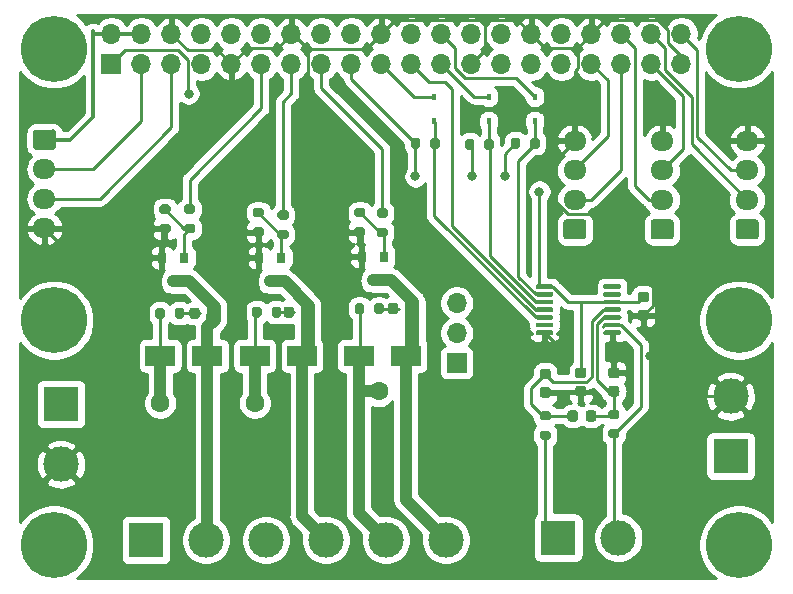
<source format=gbr>
%TF.GenerationSoftware,KiCad,Pcbnew,(5.1.10-1-10_14)*%
%TF.CreationDate,2021-09-17T20:59:11-04:00*%
%TF.ProjectId,KilnHat,4b696c6e-4861-4742-9e6b-696361645f70,rev?*%
%TF.SameCoordinates,Original*%
%TF.FileFunction,Copper,L1,Top*%
%TF.FilePolarity,Positive*%
%FSLAX46Y46*%
G04 Gerber Fmt 4.6, Leading zero omitted, Abs format (unit mm)*
G04 Created by KiCad (PCBNEW (5.1.10-1-10_14)) date 2021-09-17 20:59:11*
%MOMM*%
%LPD*%
G01*
G04 APERTURE LIST*
%TA.AperFunction,ComponentPad*%
%ADD10C,5.600000*%
%TD*%
%TA.AperFunction,ComponentPad*%
%ADD11O,1.700000X1.700000*%
%TD*%
%TA.AperFunction,ComponentPad*%
%ADD12R,1.700000X1.700000*%
%TD*%
%TA.AperFunction,ComponentPad*%
%ADD13O,1.950000X1.700000*%
%TD*%
%TA.AperFunction,ComponentPad*%
%ADD14C,3.000000*%
%TD*%
%TA.AperFunction,ComponentPad*%
%ADD15R,3.000000X3.000000*%
%TD*%
%TA.AperFunction,SMDPad,CuDef*%
%ADD16R,0.800000X0.900000*%
%TD*%
%TA.AperFunction,SMDPad,CuDef*%
%ADD17R,0.450000X0.600000*%
%TD*%
%TA.AperFunction,SMDPad,CuDef*%
%ADD18R,2.500000X1.800000*%
%TD*%
%TA.AperFunction,ViaPad*%
%ADD19C,0.800000*%
%TD*%
%TA.AperFunction,ViaPad*%
%ADD20C,1.600000*%
%TD*%
%TA.AperFunction,Conductor*%
%ADD21C,0.250000*%
%TD*%
%TA.AperFunction,Conductor*%
%ADD22C,1.000000*%
%TD*%
%TA.AperFunction,Conductor*%
%ADD23C,0.300000*%
%TD*%
%TA.AperFunction,Conductor*%
%ADD24C,0.254000*%
%TD*%
%TA.AperFunction,Conductor*%
%ADD25C,0.100000*%
%TD*%
G04 APERTURE END LIST*
%TO.P,D6,2*%
%TO.N,Net-(D6-Pad2)*%
%TA.AperFunction,SMDPad,CuDef*%
G36*
G01*
X167650000Y-116243750D02*
X167650000Y-116756250D01*
G75*
G02*
X167431250Y-116975000I-218750J0D01*
G01*
X166993750Y-116975000D01*
G75*
G02*
X166775000Y-116756250I0J218750D01*
G01*
X166775000Y-116243750D01*
G75*
G02*
X166993750Y-116025000I218750J0D01*
G01*
X167431250Y-116025000D01*
G75*
G02*
X167650000Y-116243750I0J-218750D01*
G01*
G37*
%TD.AperFunction*%
%TO.P,D6,1*%
%TO.N,mosfet2*%
%TA.AperFunction,SMDPad,CuDef*%
G36*
G01*
X169225000Y-116243750D02*
X169225000Y-116756250D01*
G75*
G02*
X169006250Y-116975000I-218750J0D01*
G01*
X168568750Y-116975000D01*
G75*
G02*
X168350000Y-116756250I0J218750D01*
G01*
X168350000Y-116243750D01*
G75*
G02*
X168568750Y-116025000I218750J0D01*
G01*
X169006250Y-116025000D01*
G75*
G02*
X169225000Y-116243750I0J-218750D01*
G01*
G37*
%TD.AperFunction*%
%TD*%
%TO.P,D5,2*%
%TO.N,Net-(D5-Pad2)*%
%TA.AperFunction,SMDPad,CuDef*%
G36*
G01*
X158830000Y-116543750D02*
X158830000Y-117056250D01*
G75*
G02*
X158611250Y-117275000I-218750J0D01*
G01*
X158173750Y-117275000D01*
G75*
G02*
X157955000Y-117056250I0J218750D01*
G01*
X157955000Y-116543750D01*
G75*
G02*
X158173750Y-116325000I218750J0D01*
G01*
X158611250Y-116325000D01*
G75*
G02*
X158830000Y-116543750I0J-218750D01*
G01*
G37*
%TD.AperFunction*%
%TO.P,D5,1*%
%TO.N,mosfet1*%
%TA.AperFunction,SMDPad,CuDef*%
G36*
G01*
X160405000Y-116543750D02*
X160405000Y-117056250D01*
G75*
G02*
X160186250Y-117275000I-218750J0D01*
G01*
X159748750Y-117275000D01*
G75*
G02*
X159530000Y-117056250I0J218750D01*
G01*
X159530000Y-116543750D01*
G75*
G02*
X159748750Y-116325000I218750J0D01*
G01*
X160186250Y-116325000D01*
G75*
G02*
X160405000Y-116543750I0J-218750D01*
G01*
G37*
%TD.AperFunction*%
%TD*%
%TO.P,D4,2*%
%TO.N,Net-(D4-Pad2)*%
%TA.AperFunction,SMDPad,CuDef*%
G36*
G01*
X150850000Y-116643750D02*
X150850000Y-117156250D01*
G75*
G02*
X150631250Y-117375000I-218750J0D01*
G01*
X150193750Y-117375000D01*
G75*
G02*
X149975000Y-117156250I0J218750D01*
G01*
X149975000Y-116643750D01*
G75*
G02*
X150193750Y-116425000I218750J0D01*
G01*
X150631250Y-116425000D01*
G75*
G02*
X150850000Y-116643750I0J-218750D01*
G01*
G37*
%TD.AperFunction*%
%TO.P,D4,1*%
%TO.N,mosfet0*%
%TA.AperFunction,SMDPad,CuDef*%
G36*
G01*
X152425000Y-116643750D02*
X152425000Y-117156250D01*
G75*
G02*
X152206250Y-117375000I-218750J0D01*
G01*
X151768750Y-117375000D01*
G75*
G02*
X151550000Y-117156250I0J218750D01*
G01*
X151550000Y-116643750D01*
G75*
G02*
X151768750Y-116425000I218750J0D01*
G01*
X152206250Y-116425000D01*
G75*
G02*
X152425000Y-116643750I0J-218750D01*
G01*
G37*
%TD.AperFunction*%
%TD*%
D10*
%TO.P,REF\u002A\u002A,1*%
%TO.N,N/C*%
X138500000Y-136500000D03*
%TD*%
%TO.P,REF\u002A\u002A,1*%
%TO.N,N/C*%
X138500000Y-117500000D03*
%TD*%
%TO.P,REF\u002A\u002A,1*%
%TO.N,N/C*%
X138500000Y-94500000D03*
%TD*%
%TO.P,REF\u002A\u002A,1*%
%TO.N,N/C*%
X196500000Y-136500000D03*
%TD*%
%TO.P,REF\u002A\u002A,1*%
%TO.N,N/C*%
X196500000Y-117500000D03*
%TD*%
%TO.P,REF\u002A\u002A,1*%
%TO.N,N/C*%
X196500000Y-94500000D03*
%TD*%
D11*
%TO.P,J2,40*%
%TO.N,D1_DAT*%
X191630000Y-93250000D03*
%TO.P,J2,39*%
%TO.N,GND*%
X191630000Y-95790000D03*
%TO.P,J2,38*%
%TO.N,D1_CLK*%
X189090000Y-93250000D03*
%TO.P,J2,37*%
%TO.N,D2_DAT*%
X189090000Y-95790000D03*
%TO.P,J2,36*%
%TO.N,D2_CLK*%
X186550000Y-93250000D03*
%TO.P,J2,35*%
%TO.N,DOT_CLK*%
X186550000Y-95790000D03*
%TO.P,J2,34*%
%TO.N,GND*%
X184010000Y-93250000D03*
%TO.P,J2,33*%
%TO.N,DOT_DAT*%
X184010000Y-95790000D03*
%TO.P,J2,32*%
%TO.N,Net-(J2-Pad32)*%
X181470000Y-93250000D03*
%TO.P,J2,31*%
%TO.N,Net-(J2-Pad31)*%
X181470000Y-95790000D03*
%TO.P,J2,30*%
%TO.N,GND*%
X178930000Y-93250000D03*
%TO.P,J2,29*%
%TO.N,Net-(J2-Pad29)*%
X178930000Y-95790000D03*
%TO.P,J2,28*%
%TO.N,ID_SC*%
X176390000Y-93250000D03*
%TO.P,J2,27*%
%TO.N,ID_SD*%
X176390000Y-95790000D03*
%TO.P,J2,26*%
%TO.N,Net-(J2-Pad26)*%
X173850000Y-93250000D03*
%TO.P,J2,25*%
%TO.N,GND*%
X173850000Y-95790000D03*
%TO.P,J2,24*%
%TO.N,SPI0_CS0*%
X171310000Y-93250000D03*
%TO.P,J2,23*%
%TO.N,SPI0_SCLK*%
X171310000Y-95790000D03*
%TO.P,J2,22*%
%TO.N,Net-(J2-Pad22)*%
X168770000Y-93250000D03*
%TO.P,J2,21*%
%TO.N,SPI0_MISO*%
X168770000Y-95790000D03*
%TO.P,J2,20*%
%TO.N,GND*%
X166230000Y-93250000D03*
%TO.P,J2,19*%
%TO.N,SPI0_MOSI*%
X166230000Y-95790000D03*
%TO.P,J2,18*%
%TO.N,Net-(J2-Pad18)*%
X163690000Y-93250000D03*
%TO.P,J2,17*%
%TO.N,3V3*%
X163690000Y-95790000D03*
%TO.P,J2,16*%
%TO.N,Net-(J2-Pad16)*%
X161150000Y-93250000D03*
%TO.P,J2,15*%
%TO.N,pwm2*%
X161150000Y-95790000D03*
%TO.P,J2,14*%
%TO.N,GND*%
X158610000Y-93250000D03*
%TO.P,J2,13*%
%TO.N,pwm1*%
X158610000Y-95790000D03*
%TO.P,J2,12*%
%TO.N,Net-(J2-Pad12)*%
X156070000Y-93250000D03*
%TO.P,J2,11*%
%TO.N,pwm0*%
X156070000Y-95790000D03*
%TO.P,J2,10*%
%TO.N,Net-(J2-Pad10)*%
X153530000Y-93250000D03*
%TO.P,J2,9*%
%TO.N,GND*%
X153530000Y-95790000D03*
%TO.P,J2,8*%
%TO.N,Net-(J2-Pad8)*%
X150990000Y-93250000D03*
%TO.P,J2,7*%
%TO.N,Net-(J2-Pad7)*%
X150990000Y-95790000D03*
%TO.P,J2,6*%
%TO.N,GND*%
X148450000Y-93250000D03*
%TO.P,J2,5*%
%TO.N,SCL1_I2C*%
X148450000Y-95790000D03*
%TO.P,J2,4*%
%TO.N,5V*%
X145910000Y-93250000D03*
%TO.P,J2,3*%
%TO.N,SDA1_I2C*%
X145910000Y-95790000D03*
%TO.P,J2,2*%
%TO.N,5V*%
X143370000Y-93250000D03*
D12*
%TO.P,J2,1*%
%TO.N,3V3*%
X143370000Y-95790000D03*
%TD*%
D13*
%TO.P,J7,4*%
%TO.N,GND*%
X190000000Y-102300000D03*
%TO.P,J7,3*%
%TO.N,D2_DAT*%
X190000000Y-104800000D03*
%TO.P,J7,2*%
%TO.N,D2_CLK*%
X190000000Y-107300000D03*
%TO.P,J7,1*%
%TO.N,5V*%
%TA.AperFunction,ComponentPad*%
G36*
G01*
X190725000Y-110650000D02*
X189275000Y-110650000D01*
G75*
G02*
X189025000Y-110400000I0J250000D01*
G01*
X189025000Y-109200000D01*
G75*
G02*
X189275000Y-108950000I250000J0D01*
G01*
X190725000Y-108950000D01*
G75*
G02*
X190975000Y-109200000I0J-250000D01*
G01*
X190975000Y-110400000D01*
G75*
G02*
X190725000Y-110650000I-250000J0D01*
G01*
G37*
%TD.AperFunction*%
%TD*%
D14*
%TO.P,J3,6*%
%TO.N,mosfet2*%
X171700000Y-136100000D03*
%TO.P,J3,5*%
%TO.N,Vfan*%
X166620000Y-136100000D03*
%TO.P,J3,4*%
%TO.N,mosfet1*%
X161540000Y-136100000D03*
D15*
%TO.P,J3,1*%
%TO.N,+12V*%
X146300000Y-136100000D03*
D14*
%TO.P,J3,3*%
X156460000Y-136100000D03*
%TO.P,J3,2*%
%TO.N,mosfet0*%
X151380000Y-136100000D03*
%TD*%
%TO.P,U1,14*%
%TO.N,GND*%
%TA.AperFunction,SMDPad,CuDef*%
G36*
G01*
X180775000Y-118450000D02*
X180775000Y-118650000D01*
G75*
G02*
X180675000Y-118750000I-100000J0D01*
G01*
X179400000Y-118750000D01*
G75*
G02*
X179300000Y-118650000I0J100000D01*
G01*
X179300000Y-118450000D01*
G75*
G02*
X179400000Y-118350000I100000J0D01*
G01*
X180675000Y-118350000D01*
G75*
G02*
X180775000Y-118450000I0J-100000D01*
G01*
G37*
%TD.AperFunction*%
%TO.P,U1,13*%
%TO.N,Net-(U1-Pad13)*%
%TA.AperFunction,SMDPad,CuDef*%
G36*
G01*
X180775000Y-117800000D02*
X180775000Y-118000000D01*
G75*
G02*
X180675000Y-118100000I-100000J0D01*
G01*
X179400000Y-118100000D01*
G75*
G02*
X179300000Y-118000000I0J100000D01*
G01*
X179300000Y-117800000D01*
G75*
G02*
X179400000Y-117700000I100000J0D01*
G01*
X180675000Y-117700000D01*
G75*
G02*
X180775000Y-117800000I0J-100000D01*
G01*
G37*
%TD.AperFunction*%
%TO.P,U1,12*%
%TO.N,Net-(D8-Pad2)*%
%TA.AperFunction,SMDPad,CuDef*%
G36*
G01*
X180775000Y-117150000D02*
X180775000Y-117350000D01*
G75*
G02*
X180675000Y-117450000I-100000J0D01*
G01*
X179400000Y-117450000D01*
G75*
G02*
X179300000Y-117350000I0J100000D01*
G01*
X179300000Y-117150000D01*
G75*
G02*
X179400000Y-117050000I100000J0D01*
G01*
X180675000Y-117050000D01*
G75*
G02*
X180775000Y-117150000I0J-100000D01*
G01*
G37*
%TD.AperFunction*%
%TO.P,U1,11*%
%TO.N,SPI0_MISO*%
%TA.AperFunction,SMDPad,CuDef*%
G36*
G01*
X180775000Y-116500000D02*
X180775000Y-116700000D01*
G75*
G02*
X180675000Y-116800000I-100000J0D01*
G01*
X179400000Y-116800000D01*
G75*
G02*
X179300000Y-116700000I0J100000D01*
G01*
X179300000Y-116500000D01*
G75*
G02*
X179400000Y-116400000I100000J0D01*
G01*
X180675000Y-116400000D01*
G75*
G02*
X180775000Y-116500000I0J-100000D01*
G01*
G37*
%TD.AperFunction*%
%TO.P,U1,10*%
%TO.N,Net-(D9-Pad2)*%
%TA.AperFunction,SMDPad,CuDef*%
G36*
G01*
X180775000Y-115850000D02*
X180775000Y-116050000D01*
G75*
G02*
X180675000Y-116150000I-100000J0D01*
G01*
X179400000Y-116150000D01*
G75*
G02*
X179300000Y-116050000I0J100000D01*
G01*
X179300000Y-115850000D01*
G75*
G02*
X179400000Y-115750000I100000J0D01*
G01*
X180675000Y-115750000D01*
G75*
G02*
X180775000Y-115850000I0J-100000D01*
G01*
G37*
%TD.AperFunction*%
%TO.P,U1,9*%
%TO.N,Net-(D7-Pad2)*%
%TA.AperFunction,SMDPad,CuDef*%
G36*
G01*
X180775000Y-115200000D02*
X180775000Y-115400000D01*
G75*
G02*
X180675000Y-115500000I-100000J0D01*
G01*
X179400000Y-115500000D01*
G75*
G02*
X179300000Y-115400000I0J100000D01*
G01*
X179300000Y-115200000D01*
G75*
G02*
X179400000Y-115100000I100000J0D01*
G01*
X180675000Y-115100000D01*
G75*
G02*
X180775000Y-115200000I0J-100000D01*
G01*
G37*
%TD.AperFunction*%
%TO.P,U1,8*%
%TO.N,3V3*%
%TA.AperFunction,SMDPad,CuDef*%
G36*
G01*
X180775000Y-114550000D02*
X180775000Y-114750000D01*
G75*
G02*
X180675000Y-114850000I-100000J0D01*
G01*
X179400000Y-114850000D01*
G75*
G02*
X179300000Y-114750000I0J100000D01*
G01*
X179300000Y-114550000D01*
G75*
G02*
X179400000Y-114450000I100000J0D01*
G01*
X180675000Y-114450000D01*
G75*
G02*
X180775000Y-114550000I0J-100000D01*
G01*
G37*
%TD.AperFunction*%
%TO.P,U1,7*%
%TO.N,Net-(U1-Pad7)*%
%TA.AperFunction,SMDPad,CuDef*%
G36*
G01*
X186500000Y-114550000D02*
X186500000Y-114750000D01*
G75*
G02*
X186400000Y-114850000I-100000J0D01*
G01*
X185125000Y-114850000D01*
G75*
G02*
X185025000Y-114750000I0J100000D01*
G01*
X185025000Y-114550000D01*
G75*
G02*
X185125000Y-114450000I100000J0D01*
G01*
X186400000Y-114450000D01*
G75*
G02*
X186500000Y-114550000I0J-100000D01*
G01*
G37*
%TD.AperFunction*%
%TO.P,U1,6*%
%TO.N,Net-(U1-Pad6)*%
%TA.AperFunction,SMDPad,CuDef*%
G36*
G01*
X186500000Y-115200000D02*
X186500000Y-115400000D01*
G75*
G02*
X186400000Y-115500000I-100000J0D01*
G01*
X185125000Y-115500000D01*
G75*
G02*
X185025000Y-115400000I0J100000D01*
G01*
X185025000Y-115200000D01*
G75*
G02*
X185125000Y-115100000I100000J0D01*
G01*
X186400000Y-115100000D01*
G75*
G02*
X186500000Y-115200000I0J-100000D01*
G01*
G37*
%TD.AperFunction*%
%TO.P,U1,5*%
%TO.N,3V3*%
%TA.AperFunction,SMDPad,CuDef*%
G36*
G01*
X186500000Y-115850000D02*
X186500000Y-116050000D01*
G75*
G02*
X186400000Y-116150000I-100000J0D01*
G01*
X185125000Y-116150000D01*
G75*
G02*
X185025000Y-116050000I0J100000D01*
G01*
X185025000Y-115850000D01*
G75*
G02*
X185125000Y-115750000I100000J0D01*
G01*
X186400000Y-115750000D01*
G75*
G02*
X186500000Y-115850000I0J-100000D01*
G01*
G37*
%TD.AperFunction*%
%TO.P,U1,4*%
%TO.N,Net-(C2-Pad2)*%
%TA.AperFunction,SMDPad,CuDef*%
G36*
G01*
X186500000Y-116500000D02*
X186500000Y-116700000D01*
G75*
G02*
X186400000Y-116800000I-100000J0D01*
G01*
X185125000Y-116800000D01*
G75*
G02*
X185025000Y-116700000I0J100000D01*
G01*
X185025000Y-116500000D01*
G75*
G02*
X185125000Y-116400000I100000J0D01*
G01*
X186400000Y-116400000D01*
G75*
G02*
X186500000Y-116500000I0J-100000D01*
G01*
G37*
%TD.AperFunction*%
%TO.P,U1,3*%
%TO.N,Net-(C1-Pad2)*%
%TA.AperFunction,SMDPad,CuDef*%
G36*
G01*
X186500000Y-117150000D02*
X186500000Y-117350000D01*
G75*
G02*
X186400000Y-117450000I-100000J0D01*
G01*
X185125000Y-117450000D01*
G75*
G02*
X185025000Y-117350000I0J100000D01*
G01*
X185025000Y-117150000D01*
G75*
G02*
X185125000Y-117050000I100000J0D01*
G01*
X186400000Y-117050000D01*
G75*
G02*
X186500000Y-117150000I0J-100000D01*
G01*
G37*
%TD.AperFunction*%
%TO.P,U1,2*%
%TO.N,Net-(J1-Pad2)*%
%TA.AperFunction,SMDPad,CuDef*%
G36*
G01*
X186500000Y-117800000D02*
X186500000Y-118000000D01*
G75*
G02*
X186400000Y-118100000I-100000J0D01*
G01*
X185125000Y-118100000D01*
G75*
G02*
X185025000Y-118000000I0J100000D01*
G01*
X185025000Y-117800000D01*
G75*
G02*
X185125000Y-117700000I100000J0D01*
G01*
X186400000Y-117700000D01*
G75*
G02*
X186500000Y-117800000I0J-100000D01*
G01*
G37*
%TD.AperFunction*%
%TO.P,U1,1*%
%TO.N,GND*%
%TA.AperFunction,SMDPad,CuDef*%
G36*
G01*
X186500000Y-118450000D02*
X186500000Y-118650000D01*
G75*
G02*
X186400000Y-118750000I-100000J0D01*
G01*
X185125000Y-118750000D01*
G75*
G02*
X185025000Y-118650000I0J100000D01*
G01*
X185025000Y-118450000D01*
G75*
G02*
X185125000Y-118350000I100000J0D01*
G01*
X186400000Y-118350000D01*
G75*
G02*
X186500000Y-118450000I0J-100000D01*
G01*
G37*
%TD.AperFunction*%
%TD*%
%TO.P,R14,2*%
%TO.N,3V3*%
%TA.AperFunction,SMDPad,CuDef*%
G36*
G01*
X169500000Y-102225000D02*
X169500000Y-102775000D01*
G75*
G02*
X169300000Y-102975000I-200000J0D01*
G01*
X168900000Y-102975000D01*
G75*
G02*
X168700000Y-102775000I0J200000D01*
G01*
X168700000Y-102225000D01*
G75*
G02*
X168900000Y-102025000I200000J0D01*
G01*
X169300000Y-102025000D01*
G75*
G02*
X169500000Y-102225000I0J-200000D01*
G01*
G37*
%TD.AperFunction*%
%TO.P,R14,1*%
%TO.N,Net-(D8-Pad2)*%
%TA.AperFunction,SMDPad,CuDef*%
G36*
G01*
X171150000Y-102225000D02*
X171150000Y-102775000D01*
G75*
G02*
X170950000Y-102975000I-200000J0D01*
G01*
X170550000Y-102975000D01*
G75*
G02*
X170350000Y-102775000I0J200000D01*
G01*
X170350000Y-102225000D01*
G75*
G02*
X170550000Y-102025000I200000J0D01*
G01*
X170950000Y-102025000D01*
G75*
G02*
X171150000Y-102225000I0J-200000D01*
G01*
G37*
%TD.AperFunction*%
%TD*%
%TO.P,R13,2*%
%TO.N,3V3*%
%TA.AperFunction,SMDPad,CuDef*%
G36*
G01*
X174100000Y-102325000D02*
X174100000Y-102875000D01*
G75*
G02*
X173900000Y-103075000I-200000J0D01*
G01*
X173500000Y-103075000D01*
G75*
G02*
X173300000Y-102875000I0J200000D01*
G01*
X173300000Y-102325000D01*
G75*
G02*
X173500000Y-102125000I200000J0D01*
G01*
X173900000Y-102125000D01*
G75*
G02*
X174100000Y-102325000I0J-200000D01*
G01*
G37*
%TD.AperFunction*%
%TO.P,R13,1*%
%TO.N,Net-(D9-Pad2)*%
%TA.AperFunction,SMDPad,CuDef*%
G36*
G01*
X175750000Y-102325000D02*
X175750000Y-102875000D01*
G75*
G02*
X175550000Y-103075000I-200000J0D01*
G01*
X175150000Y-103075000D01*
G75*
G02*
X174950000Y-102875000I0J200000D01*
G01*
X174950000Y-102325000D01*
G75*
G02*
X175150000Y-102125000I200000J0D01*
G01*
X175550000Y-102125000D01*
G75*
G02*
X175750000Y-102325000I0J-200000D01*
G01*
G37*
%TD.AperFunction*%
%TD*%
%TO.P,R12,2*%
%TO.N,3V3*%
%TA.AperFunction,SMDPad,CuDef*%
G36*
G01*
X177975000Y-102225000D02*
X177975000Y-102775000D01*
G75*
G02*
X177775000Y-102975000I-200000J0D01*
G01*
X177375000Y-102975000D01*
G75*
G02*
X177175000Y-102775000I0J200000D01*
G01*
X177175000Y-102225000D01*
G75*
G02*
X177375000Y-102025000I200000J0D01*
G01*
X177775000Y-102025000D01*
G75*
G02*
X177975000Y-102225000I0J-200000D01*
G01*
G37*
%TD.AperFunction*%
%TO.P,R12,1*%
%TO.N,Net-(D7-Pad2)*%
%TA.AperFunction,SMDPad,CuDef*%
G36*
G01*
X179625000Y-102225000D02*
X179625000Y-102775000D01*
G75*
G02*
X179425000Y-102975000I-200000J0D01*
G01*
X179025000Y-102975000D01*
G75*
G02*
X178825000Y-102775000I0J200000D01*
G01*
X178825000Y-102225000D01*
G75*
G02*
X179025000Y-102025000I200000J0D01*
G01*
X179425000Y-102025000D01*
G75*
G02*
X179625000Y-102225000I0J-200000D01*
G01*
G37*
%TD.AperFunction*%
%TD*%
%TO.P,R11,2*%
%TO.N,Net-(J1-Pad1)*%
%TA.AperFunction,SMDPad,CuDef*%
G36*
G01*
X179825000Y-126825000D02*
X180375000Y-126825000D01*
G75*
G02*
X180575000Y-127025000I0J-200000D01*
G01*
X180575000Y-127425000D01*
G75*
G02*
X180375000Y-127625000I-200000J0D01*
G01*
X179825000Y-127625000D01*
G75*
G02*
X179625000Y-127425000I0J200000D01*
G01*
X179625000Y-127025000D01*
G75*
G02*
X179825000Y-126825000I200000J0D01*
G01*
G37*
%TD.AperFunction*%
%TO.P,R11,1*%
%TO.N,Net-(C2-Pad2)*%
%TA.AperFunction,SMDPad,CuDef*%
G36*
G01*
X179825000Y-125175000D02*
X180375000Y-125175000D01*
G75*
G02*
X180575000Y-125375000I0J-200000D01*
G01*
X180575000Y-125775000D01*
G75*
G02*
X180375000Y-125975000I-200000J0D01*
G01*
X179825000Y-125975000D01*
G75*
G02*
X179625000Y-125775000I0J200000D01*
G01*
X179625000Y-125375000D01*
G75*
G02*
X179825000Y-125175000I200000J0D01*
G01*
G37*
%TD.AperFunction*%
%TD*%
%TO.P,R10,2*%
%TO.N,Net-(J1-Pad2)*%
%TA.AperFunction,SMDPad,CuDef*%
G36*
G01*
X185625000Y-126700000D02*
X186175000Y-126700000D01*
G75*
G02*
X186375000Y-126900000I0J-200000D01*
G01*
X186375000Y-127300000D01*
G75*
G02*
X186175000Y-127500000I-200000J0D01*
G01*
X185625000Y-127500000D01*
G75*
G02*
X185425000Y-127300000I0J200000D01*
G01*
X185425000Y-126900000D01*
G75*
G02*
X185625000Y-126700000I200000J0D01*
G01*
G37*
%TD.AperFunction*%
%TO.P,R10,1*%
%TO.N,Net-(C1-Pad2)*%
%TA.AperFunction,SMDPad,CuDef*%
G36*
G01*
X185625000Y-125050000D02*
X186175000Y-125050000D01*
G75*
G02*
X186375000Y-125250000I0J-200000D01*
G01*
X186375000Y-125650000D01*
G75*
G02*
X186175000Y-125850000I-200000J0D01*
G01*
X185625000Y-125850000D01*
G75*
G02*
X185425000Y-125650000I0J200000D01*
G01*
X185425000Y-125250000D01*
G75*
G02*
X185625000Y-125050000I200000J0D01*
G01*
G37*
%TD.AperFunction*%
%TD*%
%TO.P,R9,2*%
%TO.N,Net-(Q3-Pad1)*%
%TA.AperFunction,SMDPad,CuDef*%
G36*
G01*
X164675000Y-108775000D02*
X164125000Y-108775000D01*
G75*
G02*
X163925000Y-108575000I0J200000D01*
G01*
X163925000Y-108175000D01*
G75*
G02*
X164125000Y-107975000I200000J0D01*
G01*
X164675000Y-107975000D01*
G75*
G02*
X164875000Y-108175000I0J-200000D01*
G01*
X164875000Y-108575000D01*
G75*
G02*
X164675000Y-108775000I-200000J0D01*
G01*
G37*
%TD.AperFunction*%
%TO.P,R9,1*%
%TO.N,GND*%
%TA.AperFunction,SMDPad,CuDef*%
G36*
G01*
X164675000Y-110425000D02*
X164125000Y-110425000D01*
G75*
G02*
X163925000Y-110225000I0J200000D01*
G01*
X163925000Y-109825000D01*
G75*
G02*
X164125000Y-109625000I200000J0D01*
G01*
X164675000Y-109625000D01*
G75*
G02*
X164875000Y-109825000I0J-200000D01*
G01*
X164875000Y-110225000D01*
G75*
G02*
X164675000Y-110425000I-200000J0D01*
G01*
G37*
%TD.AperFunction*%
%TD*%
%TO.P,R8,2*%
%TO.N,Net-(Q2-Pad1)*%
%TA.AperFunction,SMDPad,CuDef*%
G36*
G01*
X156075000Y-108775000D02*
X155525000Y-108775000D01*
G75*
G02*
X155325000Y-108575000I0J200000D01*
G01*
X155325000Y-108175000D01*
G75*
G02*
X155525000Y-107975000I200000J0D01*
G01*
X156075000Y-107975000D01*
G75*
G02*
X156275000Y-108175000I0J-200000D01*
G01*
X156275000Y-108575000D01*
G75*
G02*
X156075000Y-108775000I-200000J0D01*
G01*
G37*
%TD.AperFunction*%
%TO.P,R8,1*%
%TO.N,GND*%
%TA.AperFunction,SMDPad,CuDef*%
G36*
G01*
X156075000Y-110425000D02*
X155525000Y-110425000D01*
G75*
G02*
X155325000Y-110225000I0J200000D01*
G01*
X155325000Y-109825000D01*
G75*
G02*
X155525000Y-109625000I200000J0D01*
G01*
X156075000Y-109625000D01*
G75*
G02*
X156275000Y-109825000I0J-200000D01*
G01*
X156275000Y-110225000D01*
G75*
G02*
X156075000Y-110425000I-200000J0D01*
G01*
G37*
%TD.AperFunction*%
%TD*%
%TO.P,R7,2*%
%TO.N,Net-(Q1-Pad1)*%
%TA.AperFunction,SMDPad,CuDef*%
G36*
G01*
X148175000Y-108475000D02*
X147625000Y-108475000D01*
G75*
G02*
X147425000Y-108275000I0J200000D01*
G01*
X147425000Y-107875000D01*
G75*
G02*
X147625000Y-107675000I200000J0D01*
G01*
X148175000Y-107675000D01*
G75*
G02*
X148375000Y-107875000I0J-200000D01*
G01*
X148375000Y-108275000D01*
G75*
G02*
X148175000Y-108475000I-200000J0D01*
G01*
G37*
%TD.AperFunction*%
%TO.P,R7,1*%
%TO.N,GND*%
%TA.AperFunction,SMDPad,CuDef*%
G36*
G01*
X148175000Y-110125000D02*
X147625000Y-110125000D01*
G75*
G02*
X147425000Y-109925000I0J200000D01*
G01*
X147425000Y-109525000D01*
G75*
G02*
X147625000Y-109325000I200000J0D01*
G01*
X148175000Y-109325000D01*
G75*
G02*
X148375000Y-109525000I0J-200000D01*
G01*
X148375000Y-109925000D01*
G75*
G02*
X148175000Y-110125000I-200000J0D01*
G01*
G37*
%TD.AperFunction*%
%TD*%
%TO.P,R6,2*%
%TO.N,Net-(Q3-Pad1)*%
%TA.AperFunction,SMDPad,CuDef*%
G36*
G01*
X166025000Y-109650000D02*
X166575000Y-109650000D01*
G75*
G02*
X166775000Y-109850000I0J-200000D01*
G01*
X166775000Y-110250000D01*
G75*
G02*
X166575000Y-110450000I-200000J0D01*
G01*
X166025000Y-110450000D01*
G75*
G02*
X165825000Y-110250000I0J200000D01*
G01*
X165825000Y-109850000D01*
G75*
G02*
X166025000Y-109650000I200000J0D01*
G01*
G37*
%TD.AperFunction*%
%TO.P,R6,1*%
%TO.N,pwm2*%
%TA.AperFunction,SMDPad,CuDef*%
G36*
G01*
X166025000Y-108000000D02*
X166575000Y-108000000D01*
G75*
G02*
X166775000Y-108200000I0J-200000D01*
G01*
X166775000Y-108600000D01*
G75*
G02*
X166575000Y-108800000I-200000J0D01*
G01*
X166025000Y-108800000D01*
G75*
G02*
X165825000Y-108600000I0J200000D01*
G01*
X165825000Y-108200000D01*
G75*
G02*
X166025000Y-108000000I200000J0D01*
G01*
G37*
%TD.AperFunction*%
%TD*%
%TO.P,R5,2*%
%TO.N,Net-(Q2-Pad1)*%
%TA.AperFunction,SMDPad,CuDef*%
G36*
G01*
X157625000Y-109825000D02*
X158175000Y-109825000D01*
G75*
G02*
X158375000Y-110025000I0J-200000D01*
G01*
X158375000Y-110425000D01*
G75*
G02*
X158175000Y-110625000I-200000J0D01*
G01*
X157625000Y-110625000D01*
G75*
G02*
X157425000Y-110425000I0J200000D01*
G01*
X157425000Y-110025000D01*
G75*
G02*
X157625000Y-109825000I200000J0D01*
G01*
G37*
%TD.AperFunction*%
%TO.P,R5,1*%
%TO.N,pwm1*%
%TA.AperFunction,SMDPad,CuDef*%
G36*
G01*
X157625000Y-108175000D02*
X158175000Y-108175000D01*
G75*
G02*
X158375000Y-108375000I0J-200000D01*
G01*
X158375000Y-108775000D01*
G75*
G02*
X158175000Y-108975000I-200000J0D01*
G01*
X157625000Y-108975000D01*
G75*
G02*
X157425000Y-108775000I0J200000D01*
G01*
X157425000Y-108375000D01*
G75*
G02*
X157625000Y-108175000I200000J0D01*
G01*
G37*
%TD.AperFunction*%
%TD*%
%TO.P,R4,2*%
%TO.N,Net-(Q1-Pad1)*%
%TA.AperFunction,SMDPad,CuDef*%
G36*
G01*
X149725000Y-109325000D02*
X150275000Y-109325000D01*
G75*
G02*
X150475000Y-109525000I0J-200000D01*
G01*
X150475000Y-109925000D01*
G75*
G02*
X150275000Y-110125000I-200000J0D01*
G01*
X149725000Y-110125000D01*
G75*
G02*
X149525000Y-109925000I0J200000D01*
G01*
X149525000Y-109525000D01*
G75*
G02*
X149725000Y-109325000I200000J0D01*
G01*
G37*
%TD.AperFunction*%
%TO.P,R4,1*%
%TO.N,pwm0*%
%TA.AperFunction,SMDPad,CuDef*%
G36*
G01*
X149725000Y-107675000D02*
X150275000Y-107675000D01*
G75*
G02*
X150475000Y-107875000I0J-200000D01*
G01*
X150475000Y-108275000D01*
G75*
G02*
X150275000Y-108475000I-200000J0D01*
G01*
X149725000Y-108475000D01*
G75*
G02*
X149525000Y-108275000I0J200000D01*
G01*
X149525000Y-107875000D01*
G75*
G02*
X149725000Y-107675000I200000J0D01*
G01*
G37*
%TD.AperFunction*%
%TD*%
%TO.P,R3,2*%
%TO.N,Vfan*%
%TA.AperFunction,SMDPad,CuDef*%
G36*
G01*
X164775000Y-116225000D02*
X164775000Y-116775000D01*
G75*
G02*
X164575000Y-116975000I-200000J0D01*
G01*
X164175000Y-116975000D01*
G75*
G02*
X163975000Y-116775000I0J200000D01*
G01*
X163975000Y-116225000D01*
G75*
G02*
X164175000Y-116025000I200000J0D01*
G01*
X164575000Y-116025000D01*
G75*
G02*
X164775000Y-116225000I0J-200000D01*
G01*
G37*
%TD.AperFunction*%
%TO.P,R3,1*%
%TO.N,Net-(D6-Pad2)*%
%TA.AperFunction,SMDPad,CuDef*%
G36*
G01*
X166425000Y-116225000D02*
X166425000Y-116775000D01*
G75*
G02*
X166225000Y-116975000I-200000J0D01*
G01*
X165825000Y-116975000D01*
G75*
G02*
X165625000Y-116775000I0J200000D01*
G01*
X165625000Y-116225000D01*
G75*
G02*
X165825000Y-116025000I200000J0D01*
G01*
X166225000Y-116025000D01*
G75*
G02*
X166425000Y-116225000I0J-200000D01*
G01*
G37*
%TD.AperFunction*%
%TD*%
%TO.P,R2,2*%
%TO.N,+12V*%
%TA.AperFunction,SMDPad,CuDef*%
G36*
G01*
X156075000Y-116525000D02*
X156075000Y-117075000D01*
G75*
G02*
X155875000Y-117275000I-200000J0D01*
G01*
X155475000Y-117275000D01*
G75*
G02*
X155275000Y-117075000I0J200000D01*
G01*
X155275000Y-116525000D01*
G75*
G02*
X155475000Y-116325000I200000J0D01*
G01*
X155875000Y-116325000D01*
G75*
G02*
X156075000Y-116525000I0J-200000D01*
G01*
G37*
%TD.AperFunction*%
%TO.P,R2,1*%
%TO.N,Net-(D5-Pad2)*%
%TA.AperFunction,SMDPad,CuDef*%
G36*
G01*
X157725000Y-116525000D02*
X157725000Y-117075000D01*
G75*
G02*
X157525000Y-117275000I-200000J0D01*
G01*
X157125000Y-117275000D01*
G75*
G02*
X156925000Y-117075000I0J200000D01*
G01*
X156925000Y-116525000D01*
G75*
G02*
X157125000Y-116325000I200000J0D01*
G01*
X157525000Y-116325000D01*
G75*
G02*
X157725000Y-116525000I0J-200000D01*
G01*
G37*
%TD.AperFunction*%
%TD*%
%TO.P,R1,2*%
%TO.N,+12V*%
%TA.AperFunction,SMDPad,CuDef*%
G36*
G01*
X147875000Y-116625000D02*
X147875000Y-117175000D01*
G75*
G02*
X147675000Y-117375000I-200000J0D01*
G01*
X147275000Y-117375000D01*
G75*
G02*
X147075000Y-117175000I0J200000D01*
G01*
X147075000Y-116625000D01*
G75*
G02*
X147275000Y-116425000I200000J0D01*
G01*
X147675000Y-116425000D01*
G75*
G02*
X147875000Y-116625000I0J-200000D01*
G01*
G37*
%TD.AperFunction*%
%TO.P,R1,1*%
%TO.N,Net-(D4-Pad2)*%
%TA.AperFunction,SMDPad,CuDef*%
G36*
G01*
X149525000Y-116625000D02*
X149525000Y-117175000D01*
G75*
G02*
X149325000Y-117375000I-200000J0D01*
G01*
X148925000Y-117375000D01*
G75*
G02*
X148725000Y-117175000I0J200000D01*
G01*
X148725000Y-116625000D01*
G75*
G02*
X148925000Y-116425000I200000J0D01*
G01*
X149325000Y-116425000D01*
G75*
G02*
X149525000Y-116625000I0J-200000D01*
G01*
G37*
%TD.AperFunction*%
%TD*%
D16*
%TO.P,Q3,3*%
%TO.N,mosfet2*%
X165500000Y-114100000D03*
%TO.P,Q3,2*%
%TO.N,GND*%
X164550000Y-112100000D03*
%TO.P,Q3,1*%
%TO.N,Net-(Q3-Pad1)*%
X166450000Y-112100000D03*
%TD*%
%TO.P,Q2,3*%
%TO.N,mosfet1*%
X156800000Y-114200000D03*
%TO.P,Q2,2*%
%TO.N,GND*%
X155850000Y-112200000D03*
%TO.P,Q2,1*%
%TO.N,Net-(Q2-Pad1)*%
X157750000Y-112200000D03*
%TD*%
%TO.P,Q1,3*%
%TO.N,mosfet0*%
X148600000Y-114200000D03*
%TO.P,Q1,2*%
%TO.N,GND*%
X147650000Y-112200000D03*
%TO.P,Q1,1*%
%TO.N,Net-(Q1-Pad1)*%
X149550000Y-112200000D03*
%TD*%
D11*
%TO.P,JP1,3*%
%TO.N,5V*%
X172600000Y-116020000D03*
%TO.P,JP1,2*%
%TO.N,Vfan*%
X172600000Y-118560000D03*
D12*
%TO.P,JP1,1*%
%TO.N,+12V*%
X172600000Y-121100000D03*
%TD*%
D13*
%TO.P,J9,4*%
%TO.N,GND*%
X137700000Y-109700000D03*
%TO.P,J9,3*%
%TO.N,SCL1_I2C*%
X137700000Y-107200000D03*
%TO.P,J9,2*%
%TO.N,SDA1_I2C*%
X137700000Y-104700000D03*
%TO.P,J9,1*%
%TO.N,5V*%
%TA.AperFunction,ComponentPad*%
G36*
G01*
X136975000Y-101350000D02*
X138425000Y-101350000D01*
G75*
G02*
X138675000Y-101600000I0J-250000D01*
G01*
X138675000Y-102800000D01*
G75*
G02*
X138425000Y-103050000I-250000J0D01*
G01*
X136975000Y-103050000D01*
G75*
G02*
X136725000Y-102800000I0J250000D01*
G01*
X136725000Y-101600000D01*
G75*
G02*
X136975000Y-101350000I250000J0D01*
G01*
G37*
%TD.AperFunction*%
%TD*%
%TO.P,J8,4*%
%TO.N,GND*%
X182600000Y-102300000D03*
%TO.P,J8,3*%
%TO.N,DOT_DAT*%
X182600000Y-104800000D03*
%TO.P,J8,2*%
%TO.N,DOT_CLK*%
X182600000Y-107300000D03*
%TO.P,J8,1*%
%TO.N,5V*%
%TA.AperFunction,ComponentPad*%
G36*
G01*
X183325000Y-110650000D02*
X181875000Y-110650000D01*
G75*
G02*
X181625000Y-110400000I0J250000D01*
G01*
X181625000Y-109200000D01*
G75*
G02*
X181875000Y-108950000I250000J0D01*
G01*
X183325000Y-108950000D01*
G75*
G02*
X183575000Y-109200000I0J-250000D01*
G01*
X183575000Y-110400000D01*
G75*
G02*
X183325000Y-110650000I-250000J0D01*
G01*
G37*
%TD.AperFunction*%
%TD*%
%TO.P,J6,4*%
%TO.N,GND*%
X197200000Y-102300000D03*
%TO.P,J6,3*%
%TO.N,D1_DAT*%
X197200000Y-104800000D03*
%TO.P,J6,2*%
%TO.N,D1_CLK*%
X197200000Y-107300000D03*
%TO.P,J6,1*%
%TO.N,5V*%
%TA.AperFunction,ComponentPad*%
G36*
G01*
X197925000Y-110650000D02*
X196475000Y-110650000D01*
G75*
G02*
X196225000Y-110400000I0J250000D01*
G01*
X196225000Y-109200000D01*
G75*
G02*
X196475000Y-108950000I250000J0D01*
G01*
X197925000Y-108950000D01*
G75*
G02*
X198175000Y-109200000I0J-250000D01*
G01*
X198175000Y-110400000D01*
G75*
G02*
X197925000Y-110650000I-250000J0D01*
G01*
G37*
%TD.AperFunction*%
%TD*%
D14*
%TO.P,J5,2*%
%TO.N,GND*%
X195800000Y-123920000D03*
D15*
%TO.P,J5,1*%
%TO.N,5V*%
X195800000Y-129000000D03*
%TD*%
D14*
%TO.P,J4,2*%
%TO.N,GND*%
X139100000Y-129680000D03*
D15*
%TO.P,J4,1*%
%TO.N,+12V*%
X139100000Y-124600000D03*
%TD*%
D14*
%TO.P,J1,2*%
%TO.N,Net-(J1-Pad2)*%
X186280000Y-135900000D03*
D15*
%TO.P,J1,1*%
%TO.N,Net-(J1-Pad1)*%
X181200000Y-135900000D03*
%TD*%
D17*
%TO.P,D9,2*%
%TO.N,Net-(D9-Pad2)*%
X175300000Y-100650000D03*
%TO.P,D9,1*%
%TO.N,SPI0_SCLK*%
X175300000Y-98550000D03*
%TD*%
%TO.P,D8,2*%
%TO.N,Net-(D8-Pad2)*%
X170700000Y-100650000D03*
%TO.P,D8,1*%
%TO.N,SPI0_MOSI*%
X170700000Y-98550000D03*
%TD*%
%TO.P,D7,2*%
%TO.N,Net-(D7-Pad2)*%
X179200000Y-100650000D03*
%TO.P,D7,1*%
%TO.N,SPI0_CS0*%
X179200000Y-98550000D03*
%TD*%
D18*
%TO.P,D3,2*%
%TO.N,mosfet2*%
X168300000Y-120500000D03*
%TO.P,D3,1*%
%TO.N,Vfan*%
X164300000Y-120500000D03*
%TD*%
%TO.P,D2,2*%
%TO.N,mosfet1*%
X159500000Y-120500000D03*
%TO.P,D2,1*%
%TO.N,+12V*%
X155500000Y-120500000D03*
%TD*%
%TO.P,D1,2*%
%TO.N,mosfet0*%
X151500000Y-120500000D03*
%TO.P,D1,1*%
%TO.N,+12V*%
X147500000Y-120500000D03*
%TD*%
%TO.P,C5,2*%
%TO.N,GND*%
%TA.AperFunction,SMDPad,CuDef*%
G36*
G01*
X188150000Y-116625000D02*
X188650000Y-116625000D01*
G75*
G02*
X188875000Y-116850000I0J-225000D01*
G01*
X188875000Y-117300000D01*
G75*
G02*
X188650000Y-117525000I-225000J0D01*
G01*
X188150000Y-117525000D01*
G75*
G02*
X187925000Y-117300000I0J225000D01*
G01*
X187925000Y-116850000D01*
G75*
G02*
X188150000Y-116625000I225000J0D01*
G01*
G37*
%TD.AperFunction*%
%TO.P,C5,1*%
%TO.N,3V3*%
%TA.AperFunction,SMDPad,CuDef*%
G36*
G01*
X188150000Y-115075000D02*
X188650000Y-115075000D01*
G75*
G02*
X188875000Y-115300000I0J-225000D01*
G01*
X188875000Y-115750000D01*
G75*
G02*
X188650000Y-115975000I-225000J0D01*
G01*
X188150000Y-115975000D01*
G75*
G02*
X187925000Y-115750000I0J225000D01*
G01*
X187925000Y-115300000D01*
G75*
G02*
X188150000Y-115075000I225000J0D01*
G01*
G37*
%TD.AperFunction*%
%TD*%
%TO.P,C4,2*%
%TO.N,GND*%
%TA.AperFunction,SMDPad,CuDef*%
G36*
G01*
X182850000Y-123050000D02*
X183350000Y-123050000D01*
G75*
G02*
X183575000Y-123275000I0J-225000D01*
G01*
X183575000Y-123725000D01*
G75*
G02*
X183350000Y-123950000I-225000J0D01*
G01*
X182850000Y-123950000D01*
G75*
G02*
X182625000Y-123725000I0J225000D01*
G01*
X182625000Y-123275000D01*
G75*
G02*
X182850000Y-123050000I225000J0D01*
G01*
G37*
%TD.AperFunction*%
%TO.P,C4,1*%
%TO.N,3V3*%
%TA.AperFunction,SMDPad,CuDef*%
G36*
G01*
X182850000Y-121500000D02*
X183350000Y-121500000D01*
G75*
G02*
X183575000Y-121725000I0J-225000D01*
G01*
X183575000Y-122175000D01*
G75*
G02*
X183350000Y-122400000I-225000J0D01*
G01*
X182850000Y-122400000D01*
G75*
G02*
X182625000Y-122175000I0J225000D01*
G01*
X182625000Y-121725000D01*
G75*
G02*
X182850000Y-121500000I225000J0D01*
G01*
G37*
%TD.AperFunction*%
%TD*%
%TO.P,C3,2*%
%TO.N,GND*%
%TA.AperFunction,SMDPad,CuDef*%
G36*
G01*
X179850000Y-123150000D02*
X180350000Y-123150000D01*
G75*
G02*
X180575000Y-123375000I0J-225000D01*
G01*
X180575000Y-123825000D01*
G75*
G02*
X180350000Y-124050000I-225000J0D01*
G01*
X179850000Y-124050000D01*
G75*
G02*
X179625000Y-123825000I0J225000D01*
G01*
X179625000Y-123375000D01*
G75*
G02*
X179850000Y-123150000I225000J0D01*
G01*
G37*
%TD.AperFunction*%
%TO.P,C3,1*%
%TO.N,Net-(C2-Pad2)*%
%TA.AperFunction,SMDPad,CuDef*%
G36*
G01*
X179850000Y-121600000D02*
X180350000Y-121600000D01*
G75*
G02*
X180575000Y-121825000I0J-225000D01*
G01*
X180575000Y-122275000D01*
G75*
G02*
X180350000Y-122500000I-225000J0D01*
G01*
X179850000Y-122500000D01*
G75*
G02*
X179625000Y-122275000I0J225000D01*
G01*
X179625000Y-121825000D01*
G75*
G02*
X179850000Y-121600000I225000J0D01*
G01*
G37*
%TD.AperFunction*%
%TD*%
%TO.P,C2,2*%
%TO.N,Net-(C2-Pad2)*%
%TA.AperFunction,SMDPad,CuDef*%
G36*
G01*
X182875000Y-125350000D02*
X182875000Y-125850000D01*
G75*
G02*
X182650000Y-126075000I-225000J0D01*
G01*
X182200000Y-126075000D01*
G75*
G02*
X181975000Y-125850000I0J225000D01*
G01*
X181975000Y-125350000D01*
G75*
G02*
X182200000Y-125125000I225000J0D01*
G01*
X182650000Y-125125000D01*
G75*
G02*
X182875000Y-125350000I0J-225000D01*
G01*
G37*
%TD.AperFunction*%
%TO.P,C2,1*%
%TO.N,Net-(C1-Pad2)*%
%TA.AperFunction,SMDPad,CuDef*%
G36*
G01*
X184425000Y-125350000D02*
X184425000Y-125850000D01*
G75*
G02*
X184200000Y-126075000I-225000J0D01*
G01*
X183750000Y-126075000D01*
G75*
G02*
X183525000Y-125850000I0J225000D01*
G01*
X183525000Y-125350000D01*
G75*
G02*
X183750000Y-125125000I225000J0D01*
G01*
X184200000Y-125125000D01*
G75*
G02*
X184425000Y-125350000I0J-225000D01*
G01*
G37*
%TD.AperFunction*%
%TD*%
%TO.P,C1,2*%
%TO.N,Net-(C1-Pad2)*%
%TA.AperFunction,SMDPad,CuDef*%
G36*
G01*
X185650000Y-123050000D02*
X186150000Y-123050000D01*
G75*
G02*
X186375000Y-123275000I0J-225000D01*
G01*
X186375000Y-123725000D01*
G75*
G02*
X186150000Y-123950000I-225000J0D01*
G01*
X185650000Y-123950000D01*
G75*
G02*
X185425000Y-123725000I0J225000D01*
G01*
X185425000Y-123275000D01*
G75*
G02*
X185650000Y-123050000I225000J0D01*
G01*
G37*
%TD.AperFunction*%
%TO.P,C1,1*%
%TO.N,GND*%
%TA.AperFunction,SMDPad,CuDef*%
G36*
G01*
X185650000Y-121500000D02*
X186150000Y-121500000D01*
G75*
G02*
X186375000Y-121725000I0J-225000D01*
G01*
X186375000Y-122175000D01*
G75*
G02*
X186150000Y-122400000I-225000J0D01*
G01*
X185650000Y-122400000D01*
G75*
G02*
X185425000Y-122175000I0J225000D01*
G01*
X185425000Y-121725000D01*
G75*
G02*
X185650000Y-121500000I225000J0D01*
G01*
G37*
%TD.AperFunction*%
%TD*%
D19*
%TO.N,GND*%
X181500000Y-124500000D03*
X181500000Y-121000000D03*
X189000000Y-120500000D03*
X185900000Y-120400000D03*
%TO.N,3V3*%
X169100000Y-105300000D03*
X173900000Y-105300000D03*
X176700000Y-105300000D03*
X179600000Y-106600000D03*
X149900000Y-98300000D03*
D20*
%TO.N,+12V*%
X147500000Y-124500000D03*
X155500000Y-124500000D03*
%TO.N,Vfan*%
X166000000Y-123500000D03*
%TD*%
D21*
%TO.N,Net-(C1-Pad2)*%
X185900000Y-125450000D02*
X185900000Y-123500000D01*
X185900000Y-123500000D02*
X186300000Y-123500000D01*
X186451058Y-117250000D02*
X185762500Y-117250000D01*
X185425000Y-123500000D02*
X184500000Y-122575000D01*
X185900000Y-123500000D02*
X185425000Y-123500000D01*
X184500000Y-117823942D02*
X185073942Y-117250000D01*
X185073942Y-117250000D02*
X185762500Y-117250000D01*
X184500000Y-122575000D02*
X184500000Y-117823942D01*
X185750000Y-125600000D02*
X185900000Y-125450000D01*
X183975000Y-125600000D02*
X185750000Y-125600000D01*
%TO.N,GND*%
X183000000Y-123600000D02*
X183100000Y-123500000D01*
X180100000Y-123600000D02*
X180100000Y-123302834D01*
X185900000Y-118687500D02*
X185762500Y-118550000D01*
X139100000Y-129680000D02*
X143100000Y-125680000D01*
X143100000Y-125680000D02*
X143100000Y-112100000D01*
X143200000Y-112200000D02*
X147650000Y-112200000D01*
X143100000Y-112100000D02*
X143200000Y-112200000D01*
X147650000Y-109975000D02*
X147900000Y-109725000D01*
X147650000Y-112200000D02*
X147650000Y-109975000D01*
X140100000Y-112100000D02*
X137700000Y-109700000D01*
X143100000Y-112100000D02*
X140100000Y-112100000D01*
X155850000Y-110075000D02*
X155800000Y-110025000D01*
X155850000Y-112200000D02*
X155850000Y-110075000D01*
X164400000Y-110025000D02*
X163925000Y-110025000D01*
X158699998Y-93250000D02*
X158610000Y-93250000D01*
X159974999Y-94525001D02*
X158699998Y-93250000D01*
X164550000Y-110175000D02*
X164400000Y-110025000D01*
X164550000Y-112100000D02*
X164550000Y-110175000D01*
X147900000Y-109725000D02*
X147625000Y-109725000D01*
X153530000Y-96706410D02*
X153530000Y-95790000D01*
X188400000Y-117075000D02*
X188400000Y-118600000D01*
X193720000Y-123920000D02*
X195800000Y-123920000D01*
X188400000Y-118600000D02*
X193720000Y-123920000D01*
X182834999Y-94425001D02*
X184010000Y-93250000D01*
X182834999Y-96164003D02*
X182834999Y-94425001D01*
X182600000Y-96399002D02*
X182834999Y-96164003D01*
X182600000Y-102300000D02*
X182600000Y-96399002D01*
X189200010Y-116274990D02*
X189200010Y-113000010D01*
X188400000Y-117075000D02*
X189200010Y-116274990D01*
X181988295Y-108475010D02*
X180900000Y-107386715D01*
X184675010Y-108475010D02*
X181988295Y-108475010D01*
X189200010Y-113000010D02*
X184675010Y-108475010D01*
X180900000Y-104000000D02*
X182600000Y-102300000D01*
X180900000Y-107386715D02*
X180900000Y-104000000D01*
X152354999Y-94614999D02*
X153530000Y-95790000D01*
X149814999Y-94614999D02*
X152354999Y-94614999D01*
X148450000Y-93250000D02*
X149814999Y-94614999D01*
X157434999Y-94425001D02*
X158610000Y-93250000D01*
X154894999Y-94425001D02*
X157434999Y-94425001D01*
X153530000Y-95790000D02*
X154894999Y-94425001D01*
X164954999Y-94525001D02*
X166230000Y-93250000D01*
X159974999Y-94525001D02*
X164954999Y-94525001D01*
X175025001Y-94614999D02*
X173850000Y-95790000D01*
X175025001Y-92496001D02*
X175025001Y-94614999D01*
X174603999Y-92074999D02*
X175025001Y-92496001D01*
X167405001Y-92074999D02*
X174603999Y-92074999D01*
X166230000Y-93250000D02*
X167405001Y-92074999D01*
X177754999Y-92074999D02*
X178930000Y-93250000D01*
X174603999Y-92074999D02*
X177754999Y-92074999D01*
X180105001Y-94425001D02*
X182834999Y-94425001D01*
X178930000Y-93250000D02*
X180105001Y-94425001D01*
X181600000Y-124400000D02*
X181500000Y-124500000D01*
X181600000Y-123600000D02*
X181600000Y-124400000D01*
X180100000Y-123600000D02*
X181600000Y-123600000D01*
X181600000Y-123600000D02*
X183000000Y-123600000D01*
X181500000Y-120012500D02*
X180037500Y-118550000D01*
X181500000Y-121000000D02*
X181500000Y-120012500D01*
X189000000Y-119200000D02*
X189000000Y-120500000D01*
X188400000Y-118600000D02*
X189000000Y-119200000D01*
X185900000Y-120400000D02*
X185900000Y-118687500D01*
X185900000Y-121950000D02*
X185900000Y-120400000D01*
X191630000Y-95153590D02*
X191630000Y-95790000D01*
X190454999Y-93978589D02*
X191630000Y-95153590D01*
X189654001Y-92074999D02*
X190454999Y-92875997D01*
X190454999Y-92875997D02*
X190454999Y-93978589D01*
X185185001Y-92074999D02*
X189654001Y-92074999D01*
X184010000Y-93250000D02*
X185185001Y-92074999D01*
X159974999Y-106074999D02*
X159974999Y-94525001D01*
%TO.N,Net-(C2-Pad2)*%
X180100000Y-125575000D02*
X179875000Y-125575000D01*
X179875000Y-125575000D02*
X178900000Y-124600000D01*
X178900000Y-123250000D02*
X180100000Y-122050000D01*
X178900000Y-124600000D02*
X178900000Y-123250000D01*
X180100000Y-122050000D02*
X180050000Y-122000000D01*
X185073942Y-116600000D02*
X185762500Y-116600000D01*
X180775000Y-122725000D02*
X183577834Y-122725000D01*
X180100000Y-122050000D02*
X180775000Y-122725000D01*
X180125000Y-125600000D02*
X180100000Y-125575000D01*
X182425000Y-125600000D02*
X180125000Y-125600000D01*
X184049990Y-117575010D02*
X185025000Y-116600000D01*
X185025000Y-116600000D02*
X185762500Y-116600000D01*
X184049990Y-122252844D02*
X184049990Y-117575010D01*
X183577834Y-122725000D02*
X184049990Y-122252844D01*
%TO.N,3V3*%
X187975000Y-115950000D02*
X185762500Y-115950000D01*
X188400000Y-115525000D02*
X187975000Y-115950000D01*
X180726058Y-114650000D02*
X180037500Y-114650000D01*
X182026058Y-115950000D02*
X180726058Y-114650000D01*
X183100000Y-116100000D02*
X183250000Y-115950000D01*
X183250000Y-115950000D02*
X182026058Y-115950000D01*
X183100000Y-121950000D02*
X183100000Y-116100000D01*
X185762500Y-115950000D02*
X183250000Y-115950000D01*
X180037500Y-114650000D02*
X179550000Y-114650000D01*
X179550000Y-114650000D02*
X179600000Y-114600000D01*
X169100000Y-102500000D02*
X169100000Y-105300000D01*
X173900000Y-102800000D02*
X173700000Y-102600000D01*
X173900000Y-105300000D02*
X173900000Y-102800000D01*
X176700000Y-103375000D02*
X177575000Y-102500000D01*
X176700000Y-105300000D02*
X176700000Y-103375000D01*
X179600000Y-114600000D02*
X179600000Y-106600000D01*
X163690000Y-97090000D02*
X169100000Y-102500000D01*
X163690000Y-95790000D02*
X163690000Y-97090000D01*
X149814999Y-98214999D02*
X149900000Y-98300000D01*
X149814999Y-95415997D02*
X149814999Y-98214999D01*
X149014001Y-94614999D02*
X149814999Y-95415997D01*
X144545001Y-94614999D02*
X149014001Y-94614999D01*
X143370000Y-95790000D02*
X144545001Y-94614999D01*
%TO.N,mosfet0*%
X151500000Y-116920000D02*
X151520000Y-116900000D01*
X151500000Y-120500000D02*
X151500000Y-116920000D01*
X151520000Y-116900000D02*
X151520000Y-115820000D01*
X149900000Y-114200000D02*
X148600000Y-114200000D01*
X151520000Y-115820000D02*
X149900000Y-114200000D01*
D22*
X151500000Y-135980000D02*
X151380000Y-136100000D01*
X151500000Y-120500000D02*
X151500000Y-135980000D01*
X149965652Y-114200000D02*
X148600000Y-114200000D01*
X152110010Y-116344358D02*
X149965652Y-114200000D01*
X152110010Y-117455642D02*
X152110010Y-116344358D01*
X151500000Y-118065652D02*
X152110010Y-117455642D01*
X151500000Y-120500000D02*
X151500000Y-118065652D01*
D21*
%TO.N,+12V*%
X155500000Y-135140000D02*
X156460000Y-136100000D01*
X147500000Y-134900000D02*
X146300000Y-136100000D01*
X147500000Y-116925000D02*
X147475000Y-116900000D01*
X147500000Y-120500000D02*
X147500000Y-116925000D01*
X155500000Y-120500000D02*
X155500000Y-116975000D01*
X155500000Y-116975000D02*
X155675000Y-116800000D01*
D22*
X147500000Y-120500000D02*
X147500000Y-124500000D01*
X155500000Y-120500000D02*
X155500000Y-124500000D01*
D21*
%TO.N,mosfet1*%
X159500000Y-120500000D02*
X159500000Y-116800000D01*
X158300000Y-114200000D02*
X156800000Y-114200000D01*
X159500000Y-115400000D02*
X158300000Y-114200000D01*
X159500000Y-116800000D02*
X159500000Y-115400000D01*
D22*
X159500000Y-134060000D02*
X161540000Y-136100000D01*
X159500000Y-120500000D02*
X159500000Y-134060000D01*
X160090010Y-119909990D02*
X159500000Y-120500000D01*
X158045652Y-114200000D02*
X160090010Y-116244358D01*
X160090010Y-116244358D02*
X160090010Y-119909990D01*
X156800000Y-114200000D02*
X158045652Y-114200000D01*
D21*
%TO.N,mosfet2*%
X168300000Y-116520000D02*
X168320000Y-116500000D01*
X168300000Y-120500000D02*
X168300000Y-116520000D01*
X168320000Y-116500000D02*
X168320000Y-115320000D01*
X167100000Y-114100000D02*
X165500000Y-114100000D01*
X168320000Y-115320000D02*
X167100000Y-114100000D01*
D22*
X168300000Y-132700000D02*
X171700000Y-136100000D01*
X168300000Y-120500000D02*
X168300000Y-132700000D01*
X168910010Y-119889990D02*
X168300000Y-120500000D01*
X167065652Y-114100000D02*
X168910010Y-115944358D01*
X168910010Y-115944358D02*
X168910010Y-119889990D01*
X165500000Y-114100000D02*
X167065652Y-114100000D01*
D21*
%TO.N,Vfan*%
X164500000Y-120700000D02*
X164300000Y-120500000D01*
X164500000Y-123300000D02*
X164500000Y-120700000D01*
X164500000Y-133980000D02*
X166620000Y-136100000D01*
X164500000Y-123300000D02*
X164500000Y-133980000D01*
D22*
X164300000Y-133780000D02*
X166620000Y-136100000D01*
D21*
X164375000Y-120425000D02*
X164300000Y-120500000D01*
X164375000Y-116500000D02*
X164375000Y-120425000D01*
D22*
X166000000Y-123500000D02*
X164500000Y-123500000D01*
X164500000Y-123500000D02*
X164300000Y-123700000D01*
X164300000Y-123700000D02*
X164300000Y-133780000D01*
X164300000Y-120500000D02*
X164300000Y-123700000D01*
D21*
%TO.N,Net-(D4-Pad2)*%
X150880000Y-116900000D02*
X149125000Y-116900000D01*
%TO.N,Net-(D5-Pad2)*%
X158860000Y-116800000D02*
X157325000Y-116800000D01*
%TO.N,Net-(D6-Pad2)*%
X166025000Y-116500000D02*
X167680000Y-116500000D01*
%TO.N,Net-(D7-Pad2)*%
X179300000Y-115300000D02*
X180037500Y-115300000D01*
X177800000Y-113800000D02*
X179300000Y-115300000D01*
X177800000Y-104025000D02*
X177800000Y-113800000D01*
X179200000Y-102475000D02*
X179225000Y-102500000D01*
X179200000Y-100650000D02*
X179200000Y-102475000D01*
X179225000Y-102600000D02*
X177800000Y-104025000D01*
X179225000Y-102500000D02*
X179225000Y-102600000D01*
%TO.N,SPI0_CS0*%
X172485001Y-94425001D02*
X171310000Y-93250000D01*
X172485001Y-96164003D02*
X172485001Y-94425001D01*
X173285999Y-96965001D02*
X172485001Y-96164003D01*
X177615001Y-96965001D02*
X179200000Y-98550000D01*
X173285999Y-96965001D02*
X177615001Y-96965001D01*
%TO.N,Net-(D8-Pad2)*%
X179348942Y-117250000D02*
X180037500Y-117250000D01*
X170700000Y-108650000D02*
X170700000Y-102550000D01*
X179300000Y-117250000D02*
X170700000Y-108650000D01*
X170700000Y-102550000D02*
X170750000Y-102500000D01*
X180037500Y-117250000D02*
X179300000Y-117250000D01*
X170750000Y-100700000D02*
X170700000Y-100650000D01*
X170750000Y-102500000D02*
X170750000Y-100700000D01*
%TO.N,SPI0_MOSI*%
X168990000Y-98550000D02*
X166230000Y-95790000D01*
X170700000Y-98550000D02*
X168990000Y-98550000D01*
%TO.N,Net-(D9-Pad2)*%
X175300000Y-102550000D02*
X175350000Y-102600000D01*
X175300000Y-100650000D02*
X175300000Y-102550000D01*
X175400000Y-112050000D02*
X175400000Y-102650000D01*
X175400000Y-102650000D02*
X175350000Y-102600000D01*
X179300000Y-115950000D02*
X175400000Y-112050000D01*
X180037500Y-115950000D02*
X179300000Y-115950000D01*
%TO.N,SPI0_SCLK*%
X174070000Y-98550000D02*
X171310000Y-95790000D01*
X174070000Y-98550000D02*
X175300000Y-98550000D01*
%TO.N,Net-(J1-Pad2)*%
X185900000Y-135520000D02*
X186280000Y-135900000D01*
X185900000Y-127100000D02*
X185900000Y-135520000D01*
X185762500Y-117900000D02*
X186451058Y-117900000D01*
X185100000Y-117900000D02*
X184975010Y-118024990D01*
X185762500Y-117900000D02*
X185100000Y-117900000D01*
X186500000Y-117900000D02*
X188200000Y-119600000D01*
X185762500Y-117900000D02*
X186500000Y-117900000D01*
X188200000Y-124800000D02*
X185900000Y-127100000D01*
X188200000Y-119600000D02*
X188200000Y-124800000D01*
%TO.N,Net-(J1-Pad1)*%
X180100000Y-134800000D02*
X181200000Y-135900000D01*
X180100000Y-127225000D02*
X180100000Y-134800000D01*
%TO.N,DOT_DAT*%
X184010000Y-95790000D02*
X185400000Y-97180000D01*
X185400000Y-97180000D02*
X185400000Y-101900000D01*
X182600000Y-104700000D02*
X182600000Y-104800000D01*
X185400000Y-101900000D02*
X182600000Y-104700000D01*
%TO.N,DOT_CLK*%
X182600000Y-107300000D02*
X184000000Y-107300000D01*
X186550000Y-104750000D02*
X186550000Y-95790000D01*
X184000000Y-107300000D02*
X186550000Y-104750000D01*
%TO.N,D2_DAT*%
X189090000Y-95790000D02*
X191800000Y-98500000D01*
X191800000Y-103000000D02*
X190000000Y-104800000D01*
X191800000Y-98500000D02*
X191800000Y-103000000D01*
%TO.N,D2_CLK*%
X190000000Y-107300000D02*
X188900000Y-107300000D01*
X187725001Y-94425001D02*
X186550000Y-93250000D01*
X187725001Y-106125001D02*
X187725001Y-94425001D01*
X188900000Y-107300000D02*
X187725001Y-106125001D01*
%TO.N,SPI0_MISO*%
X180037500Y-116600000D02*
X179348942Y-116600000D01*
X180037500Y-116600000D02*
X179300000Y-116600000D01*
X169050002Y-95790000D02*
X168770000Y-95790000D01*
X170280000Y-97300000D02*
X168770000Y-95790000D01*
X171600000Y-97300000D02*
X170280000Y-97300000D01*
X172200000Y-97900000D02*
X171600000Y-97300000D01*
X179286410Y-116600000D02*
X172200000Y-109513590D01*
X172200000Y-109513590D02*
X172200000Y-97900000D01*
X180037500Y-116600000D02*
X179286410Y-116600000D01*
%TO.N,D1_DAT*%
X192950010Y-101950010D02*
X192950010Y-94570010D01*
X192950010Y-94570010D02*
X191630000Y-93250000D01*
X195800000Y-104800000D02*
X192950010Y-101950010D01*
X197200000Y-104800000D02*
X195800000Y-104800000D01*
%TO.N,D1_CLK*%
X197200000Y-107300000D02*
X197200000Y-106700000D01*
X190265001Y-96328591D02*
X192500000Y-98563590D01*
X190265001Y-94425001D02*
X190265001Y-96328591D01*
X189090000Y-93250000D02*
X190265001Y-94425001D01*
X192500000Y-102600000D02*
X197200000Y-107300000D01*
X192500000Y-98563590D02*
X192500000Y-102600000D01*
%TO.N,pwm2*%
X166300000Y-108400000D02*
X166300000Y-103000000D01*
X161150000Y-97850000D02*
X161150000Y-95790000D01*
X166300000Y-103000000D02*
X161150000Y-97850000D01*
%TO.N,pwm1*%
X157900000Y-108575000D02*
X157900000Y-99000000D01*
X158610000Y-98290000D02*
X158610000Y-95790000D01*
X157900000Y-99000000D02*
X158610000Y-98290000D01*
%TO.N,pwm0*%
X150000000Y-108075000D02*
X150000000Y-105600000D01*
X156070000Y-99530000D02*
X156070000Y-95790000D01*
X150000000Y-105600000D02*
X156070000Y-99530000D01*
%TO.N,SCL1_I2C*%
X137700000Y-107200000D02*
X142400000Y-107200000D01*
X148450000Y-101150000D02*
X148450000Y-95790000D01*
X142400000Y-107200000D02*
X148450000Y-101150000D01*
D23*
%TO.N,5V*%
X145910000Y-93250000D02*
X143370000Y-93250000D01*
X143370000Y-93250000D02*
X143120000Y-93500000D01*
X138400000Y-101500000D02*
X137700000Y-102200000D01*
X143370000Y-93250000D02*
X141850000Y-93250000D01*
X141850000Y-93250000D02*
X141800000Y-93200000D01*
X141800000Y-93200000D02*
X141800000Y-93000000D01*
X139900000Y-102200000D02*
X137700000Y-102200000D01*
X141800000Y-100300000D02*
X139900000Y-102200000D01*
X141800000Y-93200000D02*
X141800000Y-100300000D01*
D21*
%TO.N,SDA1_I2C*%
X137700000Y-104700000D02*
X141800000Y-104700000D01*
X145910000Y-100590000D02*
X145910000Y-95790000D01*
X141800000Y-104700000D02*
X145910000Y-100590000D01*
%TO.N,Net-(Q1-Pad1)*%
X149550000Y-110175000D02*
X150000000Y-109725000D01*
X149550000Y-112200000D02*
X149550000Y-110175000D01*
X149550000Y-109725000D02*
X147900000Y-108075000D01*
X150000000Y-109725000D02*
X149550000Y-109725000D01*
%TO.N,Net-(Q2-Pad1)*%
X157750000Y-110375000D02*
X157900000Y-110225000D01*
X157750000Y-112200000D02*
X157750000Y-110375000D01*
X157650000Y-110225000D02*
X155800000Y-108375000D01*
X157900000Y-110225000D02*
X157650000Y-110225000D01*
%TO.N,Net-(Q3-Pad1)*%
X166450000Y-110200000D02*
X166300000Y-110050000D01*
X166450000Y-112100000D02*
X166450000Y-110200000D01*
X166075000Y-110050000D02*
X164400000Y-108375000D01*
X166300000Y-110050000D02*
X166075000Y-110050000D01*
%TD*%
D24*
%TO.N,GND*%
X153657000Y-95663000D02*
X153677000Y-95663000D01*
X153677000Y-95917000D01*
X153657000Y-95917000D01*
X153657000Y-97110155D01*
X153886890Y-97231476D01*
X154034099Y-97186825D01*
X154296920Y-97061641D01*
X154530269Y-96887588D01*
X154725178Y-96671355D01*
X154794805Y-96554466D01*
X154916525Y-96736632D01*
X155123368Y-96943475D01*
X155310001Y-97068179D01*
X155310000Y-99215198D01*
X149488998Y-105036201D01*
X149460000Y-105059999D01*
X149436202Y-105088997D01*
X149436201Y-105088998D01*
X149365026Y-105175724D01*
X149294454Y-105307754D01*
X149278204Y-105361325D01*
X149250998Y-105451014D01*
X149245627Y-105505546D01*
X149236324Y-105600000D01*
X149240001Y-105637332D01*
X149240000Y-107194083D01*
X149132394Y-107282394D01*
X149028169Y-107409392D01*
X148950722Y-107554284D01*
X148950000Y-107556664D01*
X148949278Y-107554284D01*
X148871831Y-107409392D01*
X148767606Y-107282394D01*
X148640608Y-107178169D01*
X148495716Y-107100722D01*
X148338500Y-107053031D01*
X148175000Y-107036928D01*
X147625000Y-107036928D01*
X147461500Y-107053031D01*
X147304284Y-107100722D01*
X147159392Y-107178169D01*
X147032394Y-107282394D01*
X146928169Y-107409392D01*
X146850722Y-107554284D01*
X146803031Y-107711500D01*
X146786928Y-107875000D01*
X146786928Y-108275000D01*
X146803031Y-108438500D01*
X146850722Y-108595716D01*
X146928169Y-108740608D01*
X147011863Y-108842590D01*
X146973815Y-108873815D01*
X146894463Y-108970506D01*
X146835498Y-109080820D01*
X146799188Y-109200518D01*
X146786928Y-109325000D01*
X146790000Y-109439250D01*
X146948750Y-109598000D01*
X147773000Y-109598000D01*
X147773000Y-109578000D01*
X148027000Y-109578000D01*
X148027000Y-109598000D01*
X148047000Y-109598000D01*
X148047000Y-109852000D01*
X148027000Y-109852000D01*
X148027000Y-110601250D01*
X148185750Y-110760000D01*
X148375000Y-110763072D01*
X148499482Y-110750812D01*
X148619180Y-110714502D01*
X148729494Y-110655537D01*
X148790001Y-110605881D01*
X148790000Y-111223981D01*
X148698815Y-111298815D01*
X148619463Y-111395506D01*
X148600000Y-111431918D01*
X148580537Y-111395506D01*
X148501185Y-111298815D01*
X148404494Y-111219463D01*
X148294180Y-111160498D01*
X148174482Y-111124188D01*
X148050000Y-111111928D01*
X147935750Y-111115000D01*
X147777000Y-111273750D01*
X147777000Y-112073000D01*
X147797000Y-112073000D01*
X147797000Y-112327000D01*
X147777000Y-112327000D01*
X147777000Y-113126250D01*
X147861607Y-113210857D01*
X147845506Y-113219463D01*
X147748815Y-113298815D01*
X147669463Y-113395506D01*
X147610498Y-113505820D01*
X147574188Y-113625518D01*
X147563816Y-113730827D01*
X147546324Y-113763553D01*
X147481423Y-113977501D01*
X147459509Y-114200000D01*
X147481423Y-114422499D01*
X147546324Y-114636447D01*
X147563816Y-114669173D01*
X147574188Y-114774482D01*
X147610498Y-114894180D01*
X147669463Y-115004494D01*
X147748815Y-115101185D01*
X147845506Y-115180537D01*
X147955820Y-115239502D01*
X148075518Y-115275812D01*
X148200000Y-115288072D01*
X148276940Y-115288072D01*
X148377501Y-115318577D01*
X148544248Y-115335000D01*
X149495521Y-115335000D01*
X149978501Y-115817980D01*
X149865858Y-115852150D01*
X149757123Y-115910271D01*
X149645716Y-115850722D01*
X149488500Y-115803031D01*
X149325000Y-115786928D01*
X148925000Y-115786928D01*
X148761500Y-115803031D01*
X148604284Y-115850722D01*
X148459392Y-115928169D01*
X148332394Y-116032394D01*
X148300000Y-116071866D01*
X148267606Y-116032394D01*
X148140608Y-115928169D01*
X147995716Y-115850722D01*
X147838500Y-115803031D01*
X147675000Y-115786928D01*
X147275000Y-115786928D01*
X147111500Y-115803031D01*
X146954284Y-115850722D01*
X146809392Y-115928169D01*
X146682394Y-116032394D01*
X146578169Y-116159392D01*
X146500722Y-116304284D01*
X146453031Y-116461500D01*
X146436928Y-116625000D01*
X146436928Y-117175000D01*
X146453031Y-117338500D01*
X146500722Y-117495716D01*
X146578169Y-117640608D01*
X146682394Y-117767606D01*
X146740001Y-117814883D01*
X146740000Y-118961928D01*
X146250000Y-118961928D01*
X146125518Y-118974188D01*
X146005820Y-119010498D01*
X145895506Y-119069463D01*
X145798815Y-119148815D01*
X145719463Y-119245506D01*
X145660498Y-119355820D01*
X145624188Y-119475518D01*
X145611928Y-119600000D01*
X145611928Y-121400000D01*
X145624188Y-121524482D01*
X145660498Y-121644180D01*
X145719463Y-121754494D01*
X145798815Y-121851185D01*
X145895506Y-121930537D01*
X146005820Y-121989502D01*
X146125518Y-122025812D01*
X146250000Y-122038072D01*
X146365000Y-122038072D01*
X146365001Y-123615715D01*
X146228320Y-123820273D01*
X146120147Y-124081426D01*
X146065000Y-124358665D01*
X146065000Y-124641335D01*
X146120147Y-124918574D01*
X146228320Y-125179727D01*
X146385363Y-125414759D01*
X146585241Y-125614637D01*
X146820273Y-125771680D01*
X147081426Y-125879853D01*
X147358665Y-125935000D01*
X147641335Y-125935000D01*
X147918574Y-125879853D01*
X148179727Y-125771680D01*
X148414759Y-125614637D01*
X148614637Y-125414759D01*
X148771680Y-125179727D01*
X148879853Y-124918574D01*
X148935000Y-124641335D01*
X148935000Y-124358665D01*
X148879853Y-124081426D01*
X148771680Y-123820273D01*
X148635000Y-123615716D01*
X148635000Y-122038072D01*
X148750000Y-122038072D01*
X148874482Y-122025812D01*
X148994180Y-121989502D01*
X149104494Y-121930537D01*
X149201185Y-121851185D01*
X149280537Y-121754494D01*
X149339502Y-121644180D01*
X149375812Y-121524482D01*
X149388072Y-121400000D01*
X149388072Y-119600000D01*
X149375812Y-119475518D01*
X149339502Y-119355820D01*
X149280537Y-119245506D01*
X149201185Y-119148815D01*
X149104494Y-119069463D01*
X148994180Y-119010498D01*
X148874482Y-118974188D01*
X148750000Y-118961928D01*
X148260000Y-118961928D01*
X148260000Y-117773848D01*
X148267606Y-117767606D01*
X148300000Y-117728134D01*
X148332394Y-117767606D01*
X148459392Y-117871831D01*
X148604284Y-117949278D01*
X148761500Y-117996969D01*
X148925000Y-118013072D01*
X149325000Y-118013072D01*
X149488500Y-117996969D01*
X149645716Y-117949278D01*
X149757123Y-117889729D01*
X149865858Y-117947850D01*
X150026592Y-117996608D01*
X150193750Y-118013072D01*
X150364688Y-118013072D01*
X150359509Y-118065652D01*
X150365001Y-118121413D01*
X150365001Y-118961928D01*
X150250000Y-118961928D01*
X150125518Y-118974188D01*
X150005820Y-119010498D01*
X149895506Y-119069463D01*
X149798815Y-119148815D01*
X149719463Y-119245506D01*
X149660498Y-119355820D01*
X149624188Y-119475518D01*
X149611928Y-119600000D01*
X149611928Y-121400000D01*
X149624188Y-121524482D01*
X149660498Y-121644180D01*
X149719463Y-121754494D01*
X149798815Y-121851185D01*
X149895506Y-121930537D01*
X150005820Y-121989502D01*
X150125518Y-122025812D01*
X150250000Y-122038072D01*
X150365000Y-122038072D01*
X150365001Y-134210458D01*
X150019017Y-134441637D01*
X149721637Y-134739017D01*
X149487988Y-135088698D01*
X149327047Y-135477244D01*
X149245000Y-135889721D01*
X149245000Y-136310279D01*
X149327047Y-136722756D01*
X149487988Y-137111302D01*
X149721637Y-137460983D01*
X150019017Y-137758363D01*
X150368698Y-137992012D01*
X150757244Y-138152953D01*
X151169721Y-138235000D01*
X151590279Y-138235000D01*
X152002756Y-138152953D01*
X152391302Y-137992012D01*
X152740983Y-137758363D01*
X153038363Y-137460983D01*
X153272012Y-137111302D01*
X153432953Y-136722756D01*
X153515000Y-136310279D01*
X153515000Y-135889721D01*
X154325000Y-135889721D01*
X154325000Y-136310279D01*
X154407047Y-136722756D01*
X154567988Y-137111302D01*
X154801637Y-137460983D01*
X155099017Y-137758363D01*
X155448698Y-137992012D01*
X155837244Y-138152953D01*
X156249721Y-138235000D01*
X156670279Y-138235000D01*
X157082756Y-138152953D01*
X157471302Y-137992012D01*
X157820983Y-137758363D01*
X158118363Y-137460983D01*
X158352012Y-137111302D01*
X158512953Y-136722756D01*
X158595000Y-136310279D01*
X158595000Y-135889721D01*
X158512953Y-135477244D01*
X158352012Y-135088698D01*
X158118363Y-134739017D01*
X157820983Y-134441637D01*
X157471302Y-134207988D01*
X157082756Y-134047047D01*
X156670279Y-133965000D01*
X156249721Y-133965000D01*
X155837244Y-134047047D01*
X155448698Y-134207988D01*
X155099017Y-134441637D01*
X154801637Y-134739017D01*
X154567988Y-135088698D01*
X154407047Y-135477244D01*
X154325000Y-135889721D01*
X153515000Y-135889721D01*
X153432953Y-135477244D01*
X153272012Y-135088698D01*
X153038363Y-134739017D01*
X152740983Y-134441637D01*
X152635000Y-134370822D01*
X152635000Y-122038072D01*
X152750000Y-122038072D01*
X152874482Y-122025812D01*
X152994180Y-121989502D01*
X153104494Y-121930537D01*
X153201185Y-121851185D01*
X153280537Y-121754494D01*
X153339502Y-121644180D01*
X153375812Y-121524482D01*
X153388072Y-121400000D01*
X153388072Y-119600000D01*
X153375812Y-119475518D01*
X153339502Y-119355820D01*
X153280537Y-119245506D01*
X153201185Y-119148815D01*
X153104494Y-119069463D01*
X152994180Y-119010498D01*
X152874482Y-118974188D01*
X152750000Y-118961928D01*
X152635000Y-118961928D01*
X152635000Y-118535783D01*
X152873145Y-118297638D01*
X152916459Y-118262091D01*
X153058294Y-118089265D01*
X153163686Y-117892089D01*
X153228587Y-117678141D01*
X153245010Y-117511394D01*
X153245010Y-117511385D01*
X153250500Y-117455643D01*
X153245010Y-117399901D01*
X153245010Y-116400101D01*
X153250500Y-116344357D01*
X153245010Y-116288613D01*
X153245010Y-116288606D01*
X153228587Y-116121859D01*
X153223639Y-116105546D01*
X153207091Y-116050997D01*
X153163686Y-115907911D01*
X153058294Y-115710735D01*
X152916459Y-115537909D01*
X152873151Y-115502367D01*
X150807648Y-113436865D01*
X150772101Y-113393551D01*
X150599275Y-113251716D01*
X150402099Y-113146324D01*
X150361273Y-113133940D01*
X150401185Y-113101185D01*
X150480537Y-113004494D01*
X150539502Y-112894180D01*
X150575812Y-112774482D01*
X150588072Y-112650000D01*
X154811928Y-112650000D01*
X154824188Y-112774482D01*
X154860498Y-112894180D01*
X154919463Y-113004494D01*
X154998815Y-113101185D01*
X155095506Y-113180537D01*
X155205820Y-113239502D01*
X155325518Y-113275812D01*
X155450000Y-113288072D01*
X155564250Y-113285000D01*
X155723000Y-113126250D01*
X155723000Y-112327000D01*
X154973750Y-112327000D01*
X154815000Y-112485750D01*
X154811928Y-112650000D01*
X150588072Y-112650000D01*
X150588072Y-111750000D01*
X154811928Y-111750000D01*
X154815000Y-111914250D01*
X154973750Y-112073000D01*
X155723000Y-112073000D01*
X155723000Y-111273750D01*
X155564250Y-111115000D01*
X155450000Y-111111928D01*
X155325518Y-111124188D01*
X155205820Y-111160498D01*
X155095506Y-111219463D01*
X154998815Y-111298815D01*
X154919463Y-111395506D01*
X154860498Y-111505820D01*
X154824188Y-111625518D01*
X154811928Y-111750000D01*
X150588072Y-111750000D01*
X150575812Y-111625518D01*
X150539502Y-111505820D01*
X150480537Y-111395506D01*
X150401185Y-111298815D01*
X150310000Y-111223982D01*
X150310000Y-110759625D01*
X150438500Y-110746969D01*
X150595716Y-110699278D01*
X150740608Y-110621831D01*
X150867606Y-110517606D01*
X150943606Y-110425000D01*
X154686928Y-110425000D01*
X154699188Y-110549482D01*
X154735498Y-110669180D01*
X154794463Y-110779494D01*
X154873815Y-110876185D01*
X154970506Y-110955537D01*
X155080820Y-111014502D01*
X155200518Y-111050812D01*
X155325000Y-111063072D01*
X155514250Y-111060000D01*
X155673000Y-110901250D01*
X155673000Y-110152000D01*
X154848750Y-110152000D01*
X154690000Y-110310750D01*
X154686928Y-110425000D01*
X150943606Y-110425000D01*
X150971831Y-110390608D01*
X151049278Y-110245716D01*
X151096969Y-110088500D01*
X151113072Y-109925000D01*
X151113072Y-109525000D01*
X151096969Y-109361500D01*
X151049278Y-109204284D01*
X150971831Y-109059392D01*
X150867606Y-108932394D01*
X150828134Y-108900000D01*
X150867606Y-108867606D01*
X150971831Y-108740608D01*
X151049278Y-108595716D01*
X151096969Y-108438500D01*
X151113072Y-108275000D01*
X151113072Y-107875000D01*
X151096969Y-107711500D01*
X151049278Y-107554284D01*
X150971831Y-107409392D01*
X150867606Y-107282394D01*
X150760000Y-107194084D01*
X150760000Y-105914801D01*
X156581004Y-100093798D01*
X156610001Y-100070001D01*
X156704974Y-99954276D01*
X156775546Y-99822247D01*
X156819003Y-99678986D01*
X156830000Y-99567333D01*
X156830000Y-99567324D01*
X156833676Y-99530001D01*
X156830000Y-99492678D01*
X156830000Y-97068178D01*
X157016632Y-96943475D01*
X157223475Y-96736632D01*
X157340000Y-96562240D01*
X157456525Y-96736632D01*
X157663368Y-96943475D01*
X157850000Y-97068179D01*
X157850000Y-97975198D01*
X157388998Y-98436201D01*
X157360000Y-98459999D01*
X157336202Y-98488997D01*
X157336201Y-98488998D01*
X157265026Y-98575724D01*
X157194454Y-98707754D01*
X157180123Y-98755000D01*
X157150998Y-98851014D01*
X157142729Y-98934974D01*
X157136324Y-99000000D01*
X157140001Y-99037332D01*
X157140000Y-107694084D01*
X157032394Y-107782394D01*
X156928169Y-107909392D01*
X156888505Y-107983598D01*
X156849278Y-107854284D01*
X156771831Y-107709392D01*
X156667606Y-107582394D01*
X156540608Y-107478169D01*
X156395716Y-107400722D01*
X156238500Y-107353031D01*
X156075000Y-107336928D01*
X155525000Y-107336928D01*
X155361500Y-107353031D01*
X155204284Y-107400722D01*
X155059392Y-107478169D01*
X154932394Y-107582394D01*
X154828169Y-107709392D01*
X154750722Y-107854284D01*
X154703031Y-108011500D01*
X154686928Y-108175000D01*
X154686928Y-108575000D01*
X154703031Y-108738500D01*
X154750722Y-108895716D01*
X154828169Y-109040608D01*
X154911863Y-109142590D01*
X154873815Y-109173815D01*
X154794463Y-109270506D01*
X154735498Y-109380820D01*
X154699188Y-109500518D01*
X154686928Y-109625000D01*
X154690000Y-109739250D01*
X154848750Y-109898000D01*
X155673000Y-109898000D01*
X155673000Y-109878000D01*
X155927000Y-109878000D01*
X155927000Y-109898000D01*
X155947000Y-109898000D01*
X155947000Y-110152000D01*
X155927000Y-110152000D01*
X155927000Y-110901250D01*
X156085750Y-111060000D01*
X156275000Y-111063072D01*
X156399482Y-111050812D01*
X156519180Y-111014502D01*
X156629494Y-110955537D01*
X156726185Y-110876185D01*
X156805537Y-110779494D01*
X156840900Y-110713336D01*
X156850722Y-110745716D01*
X156928169Y-110890608D01*
X156990001Y-110965950D01*
X156990001Y-111223981D01*
X156898815Y-111298815D01*
X156819463Y-111395506D01*
X156800000Y-111431918D01*
X156780537Y-111395506D01*
X156701185Y-111298815D01*
X156604494Y-111219463D01*
X156494180Y-111160498D01*
X156374482Y-111124188D01*
X156250000Y-111111928D01*
X156135750Y-111115000D01*
X155977000Y-111273750D01*
X155977000Y-112073000D01*
X155997000Y-112073000D01*
X155997000Y-112327000D01*
X155977000Y-112327000D01*
X155977000Y-113126250D01*
X156061607Y-113210857D01*
X156045506Y-113219463D01*
X155948815Y-113298815D01*
X155869463Y-113395506D01*
X155810498Y-113505820D01*
X155774188Y-113625518D01*
X155763816Y-113730827D01*
X155746324Y-113763553D01*
X155681423Y-113977501D01*
X155659509Y-114200000D01*
X155681423Y-114422499D01*
X155746324Y-114636447D01*
X155763816Y-114669173D01*
X155774188Y-114774482D01*
X155810498Y-114894180D01*
X155869463Y-115004494D01*
X155948815Y-115101185D01*
X156045506Y-115180537D01*
X156155820Y-115239502D01*
X156275518Y-115275812D01*
X156400000Y-115288072D01*
X156476940Y-115288072D01*
X156577501Y-115318577D01*
X156744248Y-115335000D01*
X157575521Y-115335000D01*
X157958501Y-115717980D01*
X157847472Y-115751660D01*
X157845716Y-115750722D01*
X157688500Y-115703031D01*
X157525000Y-115686928D01*
X157125000Y-115686928D01*
X156961500Y-115703031D01*
X156804284Y-115750722D01*
X156659392Y-115828169D01*
X156532394Y-115932394D01*
X156500000Y-115971866D01*
X156467606Y-115932394D01*
X156340608Y-115828169D01*
X156195716Y-115750722D01*
X156038500Y-115703031D01*
X155875000Y-115686928D01*
X155475000Y-115686928D01*
X155311500Y-115703031D01*
X155154284Y-115750722D01*
X155009392Y-115828169D01*
X154882394Y-115932394D01*
X154778169Y-116059392D01*
X154700722Y-116204284D01*
X154653031Y-116361500D01*
X154636928Y-116525000D01*
X154636928Y-117075000D01*
X154653031Y-117238500D01*
X154700722Y-117395716D01*
X154740001Y-117469201D01*
X154740000Y-118961928D01*
X154250000Y-118961928D01*
X154125518Y-118974188D01*
X154005820Y-119010498D01*
X153895506Y-119069463D01*
X153798815Y-119148815D01*
X153719463Y-119245506D01*
X153660498Y-119355820D01*
X153624188Y-119475518D01*
X153611928Y-119600000D01*
X153611928Y-121400000D01*
X153624188Y-121524482D01*
X153660498Y-121644180D01*
X153719463Y-121754494D01*
X153798815Y-121851185D01*
X153895506Y-121930537D01*
X154005820Y-121989502D01*
X154125518Y-122025812D01*
X154250000Y-122038072D01*
X154365000Y-122038072D01*
X154365001Y-123615715D01*
X154228320Y-123820273D01*
X154120147Y-124081426D01*
X154065000Y-124358665D01*
X154065000Y-124641335D01*
X154120147Y-124918574D01*
X154228320Y-125179727D01*
X154385363Y-125414759D01*
X154585241Y-125614637D01*
X154820273Y-125771680D01*
X155081426Y-125879853D01*
X155358665Y-125935000D01*
X155641335Y-125935000D01*
X155918574Y-125879853D01*
X156179727Y-125771680D01*
X156414759Y-125614637D01*
X156614637Y-125414759D01*
X156771680Y-125179727D01*
X156879853Y-124918574D01*
X156935000Y-124641335D01*
X156935000Y-124358665D01*
X156879853Y-124081426D01*
X156771680Y-123820273D01*
X156635000Y-123615716D01*
X156635000Y-122038072D01*
X156750000Y-122038072D01*
X156874482Y-122025812D01*
X156994180Y-121989502D01*
X157104494Y-121930537D01*
X157201185Y-121851185D01*
X157280537Y-121754494D01*
X157339502Y-121644180D01*
X157375812Y-121524482D01*
X157388072Y-121400000D01*
X157388072Y-119600000D01*
X157375812Y-119475518D01*
X157339502Y-119355820D01*
X157280537Y-119245506D01*
X157201185Y-119148815D01*
X157104494Y-119069463D01*
X156994180Y-119010498D01*
X156874482Y-118974188D01*
X156750000Y-118961928D01*
X156260000Y-118961928D01*
X156260000Y-117814917D01*
X156340608Y-117771831D01*
X156467606Y-117667606D01*
X156500000Y-117628134D01*
X156532394Y-117667606D01*
X156659392Y-117771831D01*
X156804284Y-117849278D01*
X156961500Y-117896969D01*
X157125000Y-117913072D01*
X157525000Y-117913072D01*
X157688500Y-117896969D01*
X157845716Y-117849278D01*
X157847472Y-117848340D01*
X158006592Y-117896608D01*
X158173750Y-117913072D01*
X158611250Y-117913072D01*
X158740001Y-117900391D01*
X158740000Y-118961928D01*
X158250000Y-118961928D01*
X158125518Y-118974188D01*
X158005820Y-119010498D01*
X157895506Y-119069463D01*
X157798815Y-119148815D01*
X157719463Y-119245506D01*
X157660498Y-119355820D01*
X157624188Y-119475518D01*
X157611928Y-119600000D01*
X157611928Y-121400000D01*
X157624188Y-121524482D01*
X157660498Y-121644180D01*
X157719463Y-121754494D01*
X157798815Y-121851185D01*
X157895506Y-121930537D01*
X158005820Y-121989502D01*
X158125518Y-122025812D01*
X158250000Y-122038072D01*
X158365000Y-122038072D01*
X158365001Y-134004239D01*
X158359509Y-134060000D01*
X158381423Y-134282498D01*
X158446324Y-134496446D01*
X158469079Y-134539017D01*
X158551717Y-134693623D01*
X158693552Y-134866449D01*
X158736860Y-134901991D01*
X159458023Y-135623155D01*
X159405000Y-135889721D01*
X159405000Y-136310279D01*
X159487047Y-136722756D01*
X159647988Y-137111302D01*
X159881637Y-137460983D01*
X160179017Y-137758363D01*
X160528698Y-137992012D01*
X160917244Y-138152953D01*
X161329721Y-138235000D01*
X161750279Y-138235000D01*
X162162756Y-138152953D01*
X162551302Y-137992012D01*
X162900983Y-137758363D01*
X163198363Y-137460983D01*
X163432012Y-137111302D01*
X163592953Y-136722756D01*
X163675000Y-136310279D01*
X163675000Y-135889721D01*
X163592953Y-135477244D01*
X163432012Y-135088698D01*
X163198363Y-134739017D01*
X162900983Y-134441637D01*
X162551302Y-134207988D01*
X162162756Y-134047047D01*
X161750279Y-133965000D01*
X161329721Y-133965000D01*
X161063155Y-134018023D01*
X160635000Y-133589869D01*
X160635000Y-122038072D01*
X160750000Y-122038072D01*
X160874482Y-122025812D01*
X160994180Y-121989502D01*
X161104494Y-121930537D01*
X161201185Y-121851185D01*
X161280537Y-121754494D01*
X161339502Y-121644180D01*
X161375812Y-121524482D01*
X161388072Y-121400000D01*
X161388072Y-119600000D01*
X161375812Y-119475518D01*
X161339502Y-119355820D01*
X161280537Y-119245506D01*
X161225010Y-119177846D01*
X161225010Y-116300110D01*
X161230501Y-116244358D01*
X161208587Y-116021859D01*
X161143686Y-115807911D01*
X161038294Y-115610735D01*
X161014067Y-115581214D01*
X160896459Y-115437909D01*
X160853151Y-115402367D01*
X158887648Y-113436865D01*
X158852101Y-113393551D01*
X158679275Y-113251716D01*
X158520907Y-113167067D01*
X158601185Y-113101185D01*
X158680537Y-113004494D01*
X158739502Y-112894180D01*
X158775812Y-112774482D01*
X158788072Y-112650000D01*
X158788072Y-112550000D01*
X163511928Y-112550000D01*
X163524188Y-112674482D01*
X163560498Y-112794180D01*
X163619463Y-112904494D01*
X163698815Y-113001185D01*
X163795506Y-113080537D01*
X163905820Y-113139502D01*
X164025518Y-113175812D01*
X164150000Y-113188072D01*
X164264250Y-113185000D01*
X164423000Y-113026250D01*
X164423000Y-112227000D01*
X163673750Y-112227000D01*
X163515000Y-112385750D01*
X163511928Y-112550000D01*
X158788072Y-112550000D01*
X158788072Y-111750000D01*
X158775812Y-111625518D01*
X158739502Y-111505820D01*
X158680537Y-111395506D01*
X158601185Y-111298815D01*
X158510000Y-111223982D01*
X158510000Y-111191643D01*
X158640608Y-111121831D01*
X158767606Y-111017606D01*
X158871831Y-110890608D01*
X158949278Y-110745716D01*
X158996969Y-110588500D01*
X159013072Y-110425000D01*
X163286928Y-110425000D01*
X163299188Y-110549482D01*
X163335498Y-110669180D01*
X163394463Y-110779494D01*
X163473815Y-110876185D01*
X163570506Y-110955537D01*
X163680820Y-111014502D01*
X163800518Y-111050812D01*
X163904738Y-111061076D01*
X163795506Y-111119463D01*
X163698815Y-111198815D01*
X163619463Y-111295506D01*
X163560498Y-111405820D01*
X163524188Y-111525518D01*
X163511928Y-111650000D01*
X163515000Y-111814250D01*
X163673750Y-111973000D01*
X164423000Y-111973000D01*
X164423000Y-111173750D01*
X164264250Y-111015000D01*
X164161999Y-111012251D01*
X164273000Y-110901250D01*
X164273000Y-110152000D01*
X163448750Y-110152000D01*
X163290000Y-110310750D01*
X163286928Y-110425000D01*
X159013072Y-110425000D01*
X159013072Y-110025000D01*
X158996969Y-109861500D01*
X158949278Y-109704284D01*
X158871831Y-109559392D01*
X158767606Y-109432394D01*
X158728134Y-109400000D01*
X158767606Y-109367606D01*
X158871831Y-109240608D01*
X158949278Y-109095716D01*
X158996969Y-108938500D01*
X159013072Y-108775000D01*
X159013072Y-108375000D01*
X158996969Y-108211500D01*
X158949278Y-108054284D01*
X158871831Y-107909392D01*
X158767606Y-107782394D01*
X158660000Y-107694084D01*
X158660000Y-99314801D01*
X159121004Y-98853798D01*
X159150001Y-98830001D01*
X159244974Y-98714276D01*
X159315546Y-98582247D01*
X159359003Y-98438986D01*
X159370000Y-98327333D01*
X159370000Y-98327332D01*
X159373677Y-98290000D01*
X159370000Y-98252667D01*
X159370000Y-97068178D01*
X159556632Y-96943475D01*
X159763475Y-96736632D01*
X159880000Y-96562240D01*
X159996525Y-96736632D01*
X160203368Y-96943475D01*
X160390000Y-97068179D01*
X160390000Y-97812677D01*
X160386324Y-97850000D01*
X160390000Y-97887322D01*
X160390000Y-97887332D01*
X160400997Y-97998985D01*
X160439380Y-98125518D01*
X160444454Y-98142246D01*
X160515026Y-98274276D01*
X160554871Y-98322826D01*
X160609999Y-98390001D01*
X160639003Y-98413804D01*
X165540001Y-103314803D01*
X165540000Y-107519084D01*
X165432394Y-107607394D01*
X165360259Y-107695291D01*
X165267606Y-107582394D01*
X165140608Y-107478169D01*
X164995716Y-107400722D01*
X164838500Y-107353031D01*
X164675000Y-107336928D01*
X164125000Y-107336928D01*
X163961500Y-107353031D01*
X163804284Y-107400722D01*
X163659392Y-107478169D01*
X163532394Y-107582394D01*
X163428169Y-107709392D01*
X163350722Y-107854284D01*
X163303031Y-108011500D01*
X163286928Y-108175000D01*
X163286928Y-108575000D01*
X163303031Y-108738500D01*
X163350722Y-108895716D01*
X163428169Y-109040608D01*
X163511863Y-109142590D01*
X163473815Y-109173815D01*
X163394463Y-109270506D01*
X163335498Y-109380820D01*
X163299188Y-109500518D01*
X163286928Y-109625000D01*
X163290000Y-109739250D01*
X163448750Y-109898000D01*
X164273000Y-109898000D01*
X164273000Y-109878000D01*
X164527000Y-109878000D01*
X164527000Y-109898000D01*
X164547000Y-109898000D01*
X164547000Y-110152000D01*
X164527000Y-110152000D01*
X164527000Y-110901250D01*
X164685750Y-111060000D01*
X164789073Y-111061677D01*
X164677000Y-111173750D01*
X164677000Y-111973000D01*
X164697000Y-111973000D01*
X164697000Y-112227000D01*
X164677000Y-112227000D01*
X164677000Y-113026250D01*
X164761607Y-113110857D01*
X164745506Y-113119463D01*
X164648815Y-113198815D01*
X164569463Y-113295506D01*
X164510498Y-113405820D01*
X164474188Y-113525518D01*
X164463816Y-113630827D01*
X164446324Y-113663553D01*
X164381423Y-113877501D01*
X164359509Y-114100000D01*
X164381423Y-114322499D01*
X164446324Y-114536447D01*
X164463816Y-114569173D01*
X164474188Y-114674482D01*
X164510498Y-114794180D01*
X164569463Y-114904494D01*
X164648815Y-115001185D01*
X164745506Y-115080537D01*
X164855820Y-115139502D01*
X164975518Y-115175812D01*
X165100000Y-115188072D01*
X165176940Y-115188072D01*
X165277501Y-115218577D01*
X165444248Y-115235000D01*
X166595521Y-115235000D01*
X166778501Y-115417980D01*
X166665858Y-115452150D01*
X166607123Y-115483545D01*
X166545716Y-115450722D01*
X166388500Y-115403031D01*
X166225000Y-115386928D01*
X165825000Y-115386928D01*
X165661500Y-115403031D01*
X165504284Y-115450722D01*
X165359392Y-115528169D01*
X165232394Y-115632394D01*
X165200000Y-115671866D01*
X165167606Y-115632394D01*
X165040608Y-115528169D01*
X164895716Y-115450722D01*
X164738500Y-115403031D01*
X164575000Y-115386928D01*
X164175000Y-115386928D01*
X164011500Y-115403031D01*
X163854284Y-115450722D01*
X163709392Y-115528169D01*
X163582394Y-115632394D01*
X163478169Y-115759392D01*
X163400722Y-115904284D01*
X163353031Y-116061500D01*
X163336928Y-116225000D01*
X163336928Y-116775000D01*
X163353031Y-116938500D01*
X163400722Y-117095716D01*
X163478169Y-117240608D01*
X163582394Y-117367606D01*
X163615000Y-117394365D01*
X163615001Y-118961928D01*
X163050000Y-118961928D01*
X162925518Y-118974188D01*
X162805820Y-119010498D01*
X162695506Y-119069463D01*
X162598815Y-119148815D01*
X162519463Y-119245506D01*
X162460498Y-119355820D01*
X162424188Y-119475518D01*
X162411928Y-119600000D01*
X162411928Y-121400000D01*
X162424188Y-121524482D01*
X162460498Y-121644180D01*
X162519463Y-121754494D01*
X162598815Y-121851185D01*
X162695506Y-121930537D01*
X162805820Y-121989502D01*
X162925518Y-122025812D01*
X163050000Y-122038072D01*
X163165000Y-122038072D01*
X163165001Y-123644239D01*
X163159509Y-123700000D01*
X163165000Y-123755752D01*
X163165001Y-133724239D01*
X163159509Y-133780000D01*
X163181423Y-134002498D01*
X163246324Y-134216446D01*
X163277899Y-134275518D01*
X163351717Y-134413623D01*
X163493552Y-134586449D01*
X163536860Y-134621991D01*
X164538023Y-135623155D01*
X164485000Y-135889721D01*
X164485000Y-136310279D01*
X164567047Y-136722756D01*
X164727988Y-137111302D01*
X164961637Y-137460983D01*
X165259017Y-137758363D01*
X165608698Y-137992012D01*
X165997244Y-138152953D01*
X166409721Y-138235000D01*
X166830279Y-138235000D01*
X167242756Y-138152953D01*
X167631302Y-137992012D01*
X167980983Y-137758363D01*
X168278363Y-137460983D01*
X168512012Y-137111302D01*
X168672953Y-136722756D01*
X168755000Y-136310279D01*
X168755000Y-135889721D01*
X168672953Y-135477244D01*
X168512012Y-135088698D01*
X168278363Y-134739017D01*
X167980983Y-134441637D01*
X167631302Y-134207988D01*
X167242756Y-134047047D01*
X166830279Y-133965000D01*
X166409721Y-133965000D01*
X166143155Y-134018023D01*
X165435000Y-133309869D01*
X165435000Y-124819201D01*
X165581426Y-124879853D01*
X165858665Y-124935000D01*
X166141335Y-124935000D01*
X166418574Y-124879853D01*
X166679727Y-124771680D01*
X166914759Y-124614637D01*
X167114637Y-124414759D01*
X167165000Y-124339385D01*
X167165001Y-132644239D01*
X167159509Y-132700000D01*
X167181423Y-132922498D01*
X167246324Y-133136446D01*
X167246325Y-133136447D01*
X167351717Y-133333623D01*
X167493552Y-133506449D01*
X167536860Y-133541991D01*
X169618023Y-135623155D01*
X169565000Y-135889721D01*
X169565000Y-136310279D01*
X169647047Y-136722756D01*
X169807988Y-137111302D01*
X170041637Y-137460983D01*
X170339017Y-137758363D01*
X170688698Y-137992012D01*
X171077244Y-138152953D01*
X171489721Y-138235000D01*
X171910279Y-138235000D01*
X172322756Y-138152953D01*
X172711302Y-137992012D01*
X173060983Y-137758363D01*
X173358363Y-137460983D01*
X173592012Y-137111302D01*
X173752953Y-136722756D01*
X173835000Y-136310279D01*
X173835000Y-135889721D01*
X173752953Y-135477244D01*
X173592012Y-135088698D01*
X173358363Y-134739017D01*
X173060983Y-134441637D01*
X172711302Y-134207988D01*
X172322756Y-134047047D01*
X171910279Y-133965000D01*
X171489721Y-133965000D01*
X171223155Y-134018023D01*
X169435000Y-132229869D01*
X169435000Y-122038072D01*
X169550000Y-122038072D01*
X169674482Y-122025812D01*
X169794180Y-121989502D01*
X169904494Y-121930537D01*
X170001185Y-121851185D01*
X170080537Y-121754494D01*
X170139502Y-121644180D01*
X170175812Y-121524482D01*
X170188072Y-121400000D01*
X170188072Y-120250000D01*
X171111928Y-120250000D01*
X171111928Y-121950000D01*
X171124188Y-122074482D01*
X171160498Y-122194180D01*
X171219463Y-122304494D01*
X171298815Y-122401185D01*
X171395506Y-122480537D01*
X171505820Y-122539502D01*
X171625518Y-122575812D01*
X171750000Y-122588072D01*
X173450000Y-122588072D01*
X173574482Y-122575812D01*
X173694180Y-122539502D01*
X173804494Y-122480537D01*
X173901185Y-122401185D01*
X173980537Y-122304494D01*
X174039502Y-122194180D01*
X174075812Y-122074482D01*
X174088072Y-121950000D01*
X174088072Y-120250000D01*
X174075812Y-120125518D01*
X174039502Y-120005820D01*
X173980537Y-119895506D01*
X173901185Y-119798815D01*
X173804494Y-119719463D01*
X173694180Y-119660498D01*
X173621620Y-119638487D01*
X173753475Y-119506632D01*
X173915990Y-119263411D01*
X174027932Y-118993158D01*
X174085000Y-118706260D01*
X174085000Y-118413740D01*
X174027932Y-118126842D01*
X173915990Y-117856589D01*
X173753475Y-117613368D01*
X173546632Y-117406525D01*
X173372240Y-117290000D01*
X173546632Y-117173475D01*
X173753475Y-116966632D01*
X173915990Y-116723411D01*
X174027932Y-116453158D01*
X174085000Y-116166260D01*
X174085000Y-115873740D01*
X174027932Y-115586842D01*
X173915990Y-115316589D01*
X173753475Y-115073368D01*
X173546632Y-114866525D01*
X173303411Y-114704010D01*
X173033158Y-114592068D01*
X172746260Y-114535000D01*
X172453740Y-114535000D01*
X172166842Y-114592068D01*
X171896589Y-114704010D01*
X171653368Y-114866525D01*
X171446525Y-115073368D01*
X171284010Y-115316589D01*
X171172068Y-115586842D01*
X171115000Y-115873740D01*
X171115000Y-116166260D01*
X171172068Y-116453158D01*
X171284010Y-116723411D01*
X171446525Y-116966632D01*
X171653368Y-117173475D01*
X171827760Y-117290000D01*
X171653368Y-117406525D01*
X171446525Y-117613368D01*
X171284010Y-117856589D01*
X171172068Y-118126842D01*
X171115000Y-118413740D01*
X171115000Y-118706260D01*
X171172068Y-118993158D01*
X171284010Y-119263411D01*
X171446525Y-119506632D01*
X171578380Y-119638487D01*
X171505820Y-119660498D01*
X171395506Y-119719463D01*
X171298815Y-119798815D01*
X171219463Y-119895506D01*
X171160498Y-120005820D01*
X171124188Y-120125518D01*
X171111928Y-120250000D01*
X170188072Y-120250000D01*
X170188072Y-119600000D01*
X170175812Y-119475518D01*
X170139502Y-119355820D01*
X170080537Y-119245506D01*
X170045010Y-119202216D01*
X170045010Y-116000109D01*
X170050501Y-115944357D01*
X170028587Y-115721859D01*
X169963686Y-115507911D01*
X169949416Y-115481214D01*
X169858294Y-115310735D01*
X169716459Y-115137909D01*
X169673150Y-115102367D01*
X167907648Y-113336865D01*
X167872101Y-113293551D01*
X167699275Y-113151716D01*
X167502099Y-113046324D01*
X167311572Y-112988528D01*
X167380537Y-112904494D01*
X167439502Y-112794180D01*
X167475812Y-112674482D01*
X167488072Y-112550000D01*
X167488072Y-111650000D01*
X167475812Y-111525518D01*
X167439502Y-111405820D01*
X167380537Y-111295506D01*
X167301185Y-111198815D01*
X167210000Y-111123982D01*
X167210000Y-110790949D01*
X167271831Y-110715608D01*
X167349278Y-110570716D01*
X167396969Y-110413500D01*
X167413072Y-110250000D01*
X167413072Y-109850000D01*
X167396969Y-109686500D01*
X167349278Y-109529284D01*
X167271831Y-109384392D01*
X167167606Y-109257394D01*
X167128134Y-109225000D01*
X167167606Y-109192606D01*
X167271831Y-109065608D01*
X167349278Y-108920716D01*
X167396969Y-108763500D01*
X167413072Y-108600000D01*
X167413072Y-108200000D01*
X167396969Y-108036500D01*
X167349278Y-107879284D01*
X167271831Y-107734392D01*
X167167606Y-107607394D01*
X167060000Y-107519084D01*
X167060000Y-103037323D01*
X167063676Y-103000000D01*
X167060000Y-102962677D01*
X167060000Y-102962667D01*
X167049003Y-102851014D01*
X167005546Y-102707753D01*
X166934974Y-102575724D01*
X166840001Y-102459999D01*
X166811003Y-102436201D01*
X161910000Y-97535199D01*
X161910000Y-97068178D01*
X162096632Y-96943475D01*
X162303475Y-96736632D01*
X162420000Y-96562240D01*
X162536525Y-96736632D01*
X162743368Y-96943475D01*
X162928568Y-97067221D01*
X162926324Y-97090000D01*
X162930001Y-97127333D01*
X162940998Y-97238986D01*
X162951923Y-97275000D01*
X162984454Y-97382246D01*
X163055026Y-97514276D01*
X163119015Y-97592246D01*
X163150000Y-97630001D01*
X163178998Y-97653799D01*
X168061928Y-102536730D01*
X168061928Y-102775000D01*
X168078031Y-102938500D01*
X168125722Y-103095716D01*
X168203169Y-103240608D01*
X168307394Y-103367606D01*
X168340000Y-103394365D01*
X168340001Y-104596288D01*
X168296063Y-104640226D01*
X168182795Y-104809744D01*
X168104774Y-104998102D01*
X168065000Y-105198061D01*
X168065000Y-105401939D01*
X168104774Y-105601898D01*
X168182795Y-105790256D01*
X168296063Y-105959774D01*
X168440226Y-106103937D01*
X168609744Y-106217205D01*
X168798102Y-106295226D01*
X168998061Y-106335000D01*
X169201939Y-106335000D01*
X169401898Y-106295226D01*
X169590256Y-106217205D01*
X169759774Y-106103937D01*
X169903937Y-105959774D01*
X169940000Y-105905801D01*
X169940000Y-108612677D01*
X169936324Y-108650000D01*
X169940000Y-108687322D01*
X169940000Y-108687332D01*
X169950997Y-108798985D01*
X169993318Y-108938500D01*
X169994454Y-108942246D01*
X170065026Y-109074276D01*
X170098449Y-109115001D01*
X170159999Y-109190001D01*
X170189003Y-109213804D01*
X178672084Y-117696886D01*
X178661928Y-117800000D01*
X178661928Y-118000000D01*
X178676110Y-118143991D01*
X178687350Y-118181045D01*
X178676132Y-118216117D01*
X178665000Y-118318250D01*
X178823750Y-118477000D01*
X178841259Y-118477000D01*
X178878104Y-118521896D01*
X178989949Y-118613684D01*
X179007378Y-118623000D01*
X178823750Y-118623000D01*
X178665000Y-118781750D01*
X178676132Y-118883883D01*
X178714239Y-119003021D01*
X178774856Y-119112436D01*
X178855654Y-119207922D01*
X178953529Y-119285811D01*
X179064718Y-119343109D01*
X179184948Y-119377614D01*
X179309600Y-119388000D01*
X179751750Y-119385000D01*
X179910500Y-119226250D01*
X179910500Y-118738072D01*
X180164500Y-118738072D01*
X180164500Y-119226250D01*
X180323250Y-119385000D01*
X180765400Y-119388000D01*
X180890052Y-119377614D01*
X181010282Y-119343109D01*
X181121471Y-119285811D01*
X181219346Y-119207922D01*
X181300144Y-119112436D01*
X181360761Y-119003021D01*
X181398868Y-118883883D01*
X181410000Y-118781750D01*
X181251250Y-118623000D01*
X181067622Y-118623000D01*
X181085051Y-118613684D01*
X181196896Y-118521896D01*
X181233741Y-118477000D01*
X181251250Y-118477000D01*
X181410000Y-118318250D01*
X181398868Y-118216117D01*
X181387650Y-118181045D01*
X181398890Y-118143991D01*
X181413072Y-118000000D01*
X181413072Y-117800000D01*
X181398890Y-117656009D01*
X181374316Y-117575000D01*
X181398890Y-117493991D01*
X181413072Y-117350000D01*
X181413072Y-117150000D01*
X181398890Y-117006009D01*
X181374316Y-116925000D01*
X181398890Y-116843991D01*
X181413072Y-116700000D01*
X181413072Y-116500000D01*
X181403438Y-116402182D01*
X181462258Y-116461002D01*
X181486057Y-116490001D01*
X181601782Y-116584974D01*
X181733811Y-116655546D01*
X181877072Y-116699003D01*
X181988725Y-116710000D01*
X181988733Y-116710000D01*
X182026058Y-116713676D01*
X182063383Y-116710000D01*
X182340001Y-116710000D01*
X182340000Y-121032415D01*
X182239716Y-121114716D01*
X182132382Y-121245503D01*
X182052625Y-121394717D01*
X182003512Y-121556623D01*
X181986928Y-121725000D01*
X181986928Y-121965000D01*
X181213072Y-121965000D01*
X181213072Y-121825000D01*
X181196488Y-121656623D01*
X181147375Y-121494717D01*
X181067618Y-121345503D01*
X180960284Y-121214716D01*
X180829497Y-121107382D01*
X180680283Y-121027625D01*
X180518377Y-120978512D01*
X180350000Y-120961928D01*
X179850000Y-120961928D01*
X179681623Y-120978512D01*
X179519717Y-121027625D01*
X179370503Y-121107382D01*
X179239716Y-121214716D01*
X179132382Y-121345503D01*
X179052625Y-121494717D01*
X179003512Y-121656623D01*
X178986928Y-121825000D01*
X178986928Y-122088270D01*
X178388998Y-122686201D01*
X178360000Y-122709999D01*
X178336202Y-122738997D01*
X178336201Y-122738998D01*
X178265026Y-122825724D01*
X178194454Y-122957754D01*
X178173899Y-123025518D01*
X178150998Y-123101014D01*
X178147348Y-123138072D01*
X178136324Y-123250000D01*
X178140001Y-123287332D01*
X178140000Y-124562677D01*
X178136324Y-124600000D01*
X178140000Y-124637322D01*
X178140000Y-124637332D01*
X178150997Y-124748985D01*
X178190695Y-124879853D01*
X178194454Y-124892246D01*
X178265026Y-125024276D01*
X178297625Y-125063997D01*
X178359999Y-125140001D01*
X178389002Y-125163804D01*
X178986928Y-125761730D01*
X178986928Y-125775000D01*
X179003031Y-125938500D01*
X179050722Y-126095716D01*
X179128169Y-126240608D01*
X179232394Y-126367606D01*
X179271866Y-126400000D01*
X179232394Y-126432394D01*
X179128169Y-126559392D01*
X179050722Y-126704284D01*
X179003031Y-126861500D01*
X178986928Y-127025000D01*
X178986928Y-127425000D01*
X179003031Y-127588500D01*
X179050722Y-127745716D01*
X179128169Y-127890608D01*
X179232394Y-128017606D01*
X179340000Y-128105916D01*
X179340001Y-133873981D01*
X179248815Y-133948815D01*
X179169463Y-134045506D01*
X179110498Y-134155820D01*
X179074188Y-134275518D01*
X179061928Y-134400000D01*
X179061928Y-137400000D01*
X179074188Y-137524482D01*
X179110498Y-137644180D01*
X179169463Y-137754494D01*
X179248815Y-137851185D01*
X179345506Y-137930537D01*
X179455820Y-137989502D01*
X179575518Y-138025812D01*
X179700000Y-138038072D01*
X182700000Y-138038072D01*
X182824482Y-138025812D01*
X182944180Y-137989502D01*
X183054494Y-137930537D01*
X183151185Y-137851185D01*
X183230537Y-137754494D01*
X183289502Y-137644180D01*
X183325812Y-137524482D01*
X183338072Y-137400000D01*
X183338072Y-134400000D01*
X183325812Y-134275518D01*
X183289502Y-134155820D01*
X183230537Y-134045506D01*
X183151185Y-133948815D01*
X183054494Y-133869463D01*
X182944180Y-133810498D01*
X182824482Y-133774188D01*
X182700000Y-133761928D01*
X180860000Y-133761928D01*
X180860000Y-128105916D01*
X180967606Y-128017606D01*
X181071831Y-127890608D01*
X181149278Y-127745716D01*
X181196969Y-127588500D01*
X181213072Y-127425000D01*
X181213072Y-127025000D01*
X181196969Y-126861500D01*
X181149278Y-126704284D01*
X181071831Y-126559392D01*
X180967606Y-126432394D01*
X180928134Y-126400000D01*
X180967606Y-126367606D01*
X180973848Y-126360000D01*
X181507415Y-126360000D01*
X181589716Y-126460284D01*
X181720503Y-126567618D01*
X181869717Y-126647375D01*
X182031623Y-126696488D01*
X182200000Y-126713072D01*
X182650000Y-126713072D01*
X182818377Y-126696488D01*
X182980283Y-126647375D01*
X183129497Y-126567618D01*
X183200000Y-126509758D01*
X183270503Y-126567618D01*
X183419717Y-126647375D01*
X183581623Y-126696488D01*
X183750000Y-126713072D01*
X184200000Y-126713072D01*
X184368377Y-126696488D01*
X184530283Y-126647375D01*
X184679497Y-126567618D01*
X184810284Y-126460284D01*
X184892585Y-126360000D01*
X184989221Y-126360000D01*
X184928169Y-126434392D01*
X184850722Y-126579284D01*
X184803031Y-126736500D01*
X184786928Y-126900000D01*
X184786928Y-127300000D01*
X184803031Y-127463500D01*
X184850722Y-127620716D01*
X184928169Y-127765608D01*
X185032394Y-127892606D01*
X185140000Y-127980916D01*
X185140001Y-134093981D01*
X184919017Y-134241637D01*
X184621637Y-134539017D01*
X184387988Y-134888698D01*
X184227047Y-135277244D01*
X184145000Y-135689721D01*
X184145000Y-136110279D01*
X184227047Y-136522756D01*
X184387988Y-136911302D01*
X184621637Y-137260983D01*
X184919017Y-137558363D01*
X185268698Y-137792012D01*
X185657244Y-137952953D01*
X186069721Y-138035000D01*
X186490279Y-138035000D01*
X186902756Y-137952953D01*
X187291302Y-137792012D01*
X187640983Y-137558363D01*
X187938363Y-137260983D01*
X188172012Y-136911302D01*
X188332953Y-136522756D01*
X188415000Y-136110279D01*
X188415000Y-135689721D01*
X188332953Y-135277244D01*
X188172012Y-134888698D01*
X187938363Y-134539017D01*
X187640983Y-134241637D01*
X187291302Y-134007988D01*
X186902756Y-133847047D01*
X186660000Y-133798760D01*
X186660000Y-127980916D01*
X186767606Y-127892606D01*
X186871831Y-127765608D01*
X186949278Y-127620716D01*
X186985896Y-127500000D01*
X193661928Y-127500000D01*
X193661928Y-130500000D01*
X193674188Y-130624482D01*
X193710498Y-130744180D01*
X193769463Y-130854494D01*
X193848815Y-130951185D01*
X193945506Y-131030537D01*
X194055820Y-131089502D01*
X194175518Y-131125812D01*
X194300000Y-131138072D01*
X197300000Y-131138072D01*
X197424482Y-131125812D01*
X197544180Y-131089502D01*
X197654494Y-131030537D01*
X197751185Y-130951185D01*
X197830537Y-130854494D01*
X197889502Y-130744180D01*
X197925812Y-130624482D01*
X197938072Y-130500000D01*
X197938072Y-127500000D01*
X197925812Y-127375518D01*
X197889502Y-127255820D01*
X197830537Y-127145506D01*
X197751185Y-127048815D01*
X197654494Y-126969463D01*
X197544180Y-126910498D01*
X197424482Y-126874188D01*
X197300000Y-126861928D01*
X194300000Y-126861928D01*
X194175518Y-126874188D01*
X194055820Y-126910498D01*
X193945506Y-126969463D01*
X193848815Y-127048815D01*
X193769463Y-127145506D01*
X193710498Y-127255820D01*
X193674188Y-127375518D01*
X193661928Y-127500000D01*
X186985896Y-127500000D01*
X186996969Y-127463500D01*
X187013072Y-127300000D01*
X187013072Y-127061729D01*
X188663148Y-125411653D01*
X194487952Y-125411653D01*
X194643962Y-125727214D01*
X195018745Y-125918020D01*
X195423551Y-126032044D01*
X195842824Y-126064902D01*
X196260451Y-126015334D01*
X196660383Y-125885243D01*
X196956038Y-125727214D01*
X197112048Y-125411653D01*
X195800000Y-124099605D01*
X194487952Y-125411653D01*
X188663148Y-125411653D01*
X188711003Y-125363799D01*
X188740001Y-125340001D01*
X188834974Y-125224276D01*
X188905546Y-125092247D01*
X188949003Y-124948986D01*
X188960000Y-124837333D01*
X188960000Y-124837324D01*
X188963676Y-124800001D01*
X188960000Y-124762678D01*
X188960000Y-123962824D01*
X193655098Y-123962824D01*
X193704666Y-124380451D01*
X193834757Y-124780383D01*
X193992786Y-125076038D01*
X194308347Y-125232048D01*
X195620395Y-123920000D01*
X195979605Y-123920000D01*
X197291653Y-125232048D01*
X197607214Y-125076038D01*
X197798020Y-124701255D01*
X197912044Y-124296449D01*
X197944902Y-123877176D01*
X197895334Y-123459549D01*
X197765243Y-123059617D01*
X197607214Y-122763962D01*
X197291653Y-122607952D01*
X195979605Y-123920000D01*
X195620395Y-123920000D01*
X194308347Y-122607952D01*
X193992786Y-122763962D01*
X193801980Y-123138745D01*
X193687956Y-123543551D01*
X193655098Y-123962824D01*
X188960000Y-123962824D01*
X188960000Y-122428347D01*
X194487952Y-122428347D01*
X195800000Y-123740395D01*
X197112048Y-122428347D01*
X196956038Y-122112786D01*
X196581255Y-121921980D01*
X196176449Y-121807956D01*
X195757176Y-121775098D01*
X195339549Y-121824666D01*
X194939617Y-121954757D01*
X194643962Y-122112786D01*
X194487952Y-122428347D01*
X188960000Y-122428347D01*
X188960000Y-119637322D01*
X188963676Y-119599999D01*
X188960000Y-119562676D01*
X188960000Y-119562667D01*
X188949003Y-119451014D01*
X188905546Y-119307753D01*
X188888770Y-119276368D01*
X188834974Y-119175723D01*
X188763799Y-119088997D01*
X188740001Y-119059999D01*
X188711004Y-119036202D01*
X187828355Y-118153554D01*
X187925000Y-118163072D01*
X188114250Y-118160000D01*
X188273000Y-118001250D01*
X188273000Y-117202000D01*
X188527000Y-117202000D01*
X188527000Y-118001250D01*
X188685750Y-118160000D01*
X188875000Y-118163072D01*
X188999482Y-118150812D01*
X189119180Y-118114502D01*
X189229494Y-118055537D01*
X189326185Y-117976185D01*
X189405537Y-117879494D01*
X189464502Y-117769180D01*
X189500812Y-117649482D01*
X189513072Y-117525000D01*
X189510000Y-117360750D01*
X189351250Y-117202000D01*
X188527000Y-117202000D01*
X188273000Y-117202000D01*
X187448750Y-117202000D01*
X187290000Y-117360750D01*
X187286928Y-117525000D01*
X187296446Y-117621645D01*
X187170672Y-117495871D01*
X187200061Y-117398986D01*
X187214735Y-117250000D01*
X187200061Y-117101014D01*
X187156604Y-116957753D01*
X187113719Y-116877522D01*
X187123890Y-116843991D01*
X187137087Y-116710000D01*
X187288518Y-116710000D01*
X187290000Y-116789250D01*
X187448750Y-116948000D01*
X188273000Y-116948000D01*
X188273000Y-116928000D01*
X188527000Y-116928000D01*
X188527000Y-116948000D01*
X189351250Y-116948000D01*
X189510000Y-116789250D01*
X189513072Y-116625000D01*
X189500812Y-116500518D01*
X189464502Y-116380820D01*
X189405537Y-116270506D01*
X189369300Y-116226351D01*
X189447375Y-116080283D01*
X189496488Y-115918377D01*
X189513072Y-115750000D01*
X189513072Y-115300000D01*
X189496488Y-115131623D01*
X189447375Y-114969717D01*
X189367618Y-114820503D01*
X189260284Y-114689716D01*
X189129497Y-114582382D01*
X188980283Y-114502625D01*
X188818377Y-114453512D01*
X188650000Y-114436928D01*
X188150000Y-114436928D01*
X187981623Y-114453512D01*
X187819717Y-114502625D01*
X187670503Y-114582382D01*
X187539716Y-114689716D01*
X187432382Y-114820503D01*
X187352625Y-114969717D01*
X187303512Y-115131623D01*
X187297762Y-115190000D01*
X187137087Y-115190000D01*
X187123890Y-115056009D01*
X187099316Y-114975000D01*
X187123890Y-114893991D01*
X187138072Y-114750000D01*
X187138072Y-114550000D01*
X187123890Y-114406009D01*
X187081890Y-114267552D01*
X187013684Y-114139949D01*
X186921896Y-114028104D01*
X186810051Y-113936316D01*
X186682448Y-113868110D01*
X186543991Y-113826110D01*
X186400000Y-113811928D01*
X185125000Y-113811928D01*
X184981009Y-113826110D01*
X184842552Y-113868110D01*
X184714949Y-113936316D01*
X184603104Y-114028104D01*
X184511316Y-114139949D01*
X184443110Y-114267552D01*
X184401110Y-114406009D01*
X184386928Y-114550000D01*
X184386928Y-114750000D01*
X184401110Y-114893991D01*
X184425684Y-114975000D01*
X184401110Y-115056009D01*
X184387913Y-115190000D01*
X183287322Y-115190000D01*
X183249999Y-115186324D01*
X183212676Y-115190000D01*
X182340860Y-115190000D01*
X181289862Y-114139003D01*
X181266059Y-114109999D01*
X181260074Y-114105087D01*
X181196896Y-114028104D01*
X181085051Y-113936316D01*
X180957448Y-113868110D01*
X180818991Y-113826110D01*
X180675000Y-113811928D01*
X180360000Y-113811928D01*
X180360000Y-107303711D01*
X180403937Y-107259774D01*
X180517205Y-107090256D01*
X180595226Y-106901898D01*
X180635000Y-106701939D01*
X180635000Y-106498061D01*
X180595226Y-106298102D01*
X180517205Y-106109744D01*
X180403937Y-105940226D01*
X180259774Y-105796063D01*
X180090256Y-105682795D01*
X179901898Y-105604774D01*
X179701939Y-105565000D01*
X179498061Y-105565000D01*
X179298102Y-105604774D01*
X179109744Y-105682795D01*
X178940226Y-105796063D01*
X178796063Y-105940226D01*
X178682795Y-106109744D01*
X178604774Y-106298102D01*
X178565000Y-106498061D01*
X178565000Y-106701939D01*
X178604774Y-106901898D01*
X178682795Y-107090256D01*
X178796063Y-107259774D01*
X178840001Y-107303712D01*
X178840000Y-113765199D01*
X178560000Y-113485199D01*
X178560000Y-104339801D01*
X179286730Y-103613072D01*
X179425000Y-103613072D01*
X179588500Y-103596969D01*
X179745716Y-103549278D01*
X179890608Y-103471831D01*
X180017606Y-103367606D01*
X180121831Y-103240608D01*
X180199278Y-103095716D01*
X180246969Y-102938500D01*
X180263072Y-102775000D01*
X180263072Y-102225000D01*
X180246969Y-102061500D01*
X180211056Y-101943110D01*
X181033524Y-101943110D01*
X181154845Y-102173000D01*
X182473000Y-102173000D01*
X182473000Y-100973835D01*
X182240733Y-100833680D01*
X181959170Y-100907558D01*
X181697430Y-101034947D01*
X181465571Y-101210951D01*
X181272504Y-101428807D01*
X181125648Y-101680142D01*
X181033524Y-101943110D01*
X180211056Y-101943110D01*
X180199278Y-101904284D01*
X180121831Y-101759392D01*
X180017606Y-101632394D01*
X179960000Y-101585118D01*
X179960000Y-101296144D01*
X180014502Y-101194180D01*
X180050812Y-101074482D01*
X180063072Y-100950000D01*
X180063072Y-100350000D01*
X180050812Y-100225518D01*
X180014502Y-100105820D01*
X179955537Y-99995506D01*
X179876185Y-99898815D01*
X179779494Y-99819463D01*
X179669180Y-99760498D01*
X179549482Y-99724188D01*
X179425000Y-99711928D01*
X178975000Y-99711928D01*
X178850518Y-99724188D01*
X178730820Y-99760498D01*
X178620506Y-99819463D01*
X178523815Y-99898815D01*
X178444463Y-99995506D01*
X178385498Y-100105820D01*
X178349188Y-100225518D01*
X178336928Y-100350000D01*
X178336928Y-100950000D01*
X178349188Y-101074482D01*
X178385498Y-101194180D01*
X178440000Y-101296145D01*
X178440001Y-101626151D01*
X178432394Y-101632394D01*
X178400000Y-101671866D01*
X178367606Y-101632394D01*
X178240608Y-101528169D01*
X178095716Y-101450722D01*
X177938500Y-101403031D01*
X177775000Y-101386928D01*
X177375000Y-101386928D01*
X177211500Y-101403031D01*
X177054284Y-101450722D01*
X176909392Y-101528169D01*
X176782394Y-101632394D01*
X176678169Y-101759392D01*
X176600722Y-101904284D01*
X176553031Y-102061500D01*
X176536928Y-102225000D01*
X176536928Y-102463271D01*
X176388072Y-102612127D01*
X176388072Y-102325000D01*
X176371969Y-102161500D01*
X176324278Y-102004284D01*
X176246831Y-101859392D01*
X176142606Y-101732394D01*
X176060000Y-101664601D01*
X176060000Y-101296144D01*
X176114502Y-101194180D01*
X176150812Y-101074482D01*
X176163072Y-100950000D01*
X176163072Y-100350000D01*
X176150812Y-100225518D01*
X176114502Y-100105820D01*
X176055537Y-99995506D01*
X175976185Y-99898815D01*
X175879494Y-99819463D01*
X175769180Y-99760498D01*
X175649482Y-99724188D01*
X175525000Y-99711928D01*
X175075000Y-99711928D01*
X174950518Y-99724188D01*
X174830820Y-99760498D01*
X174720506Y-99819463D01*
X174623815Y-99898815D01*
X174544463Y-99995506D01*
X174485498Y-100105820D01*
X174449188Y-100225518D01*
X174436928Y-100350000D01*
X174436928Y-100950000D01*
X174449188Y-101074482D01*
X174485498Y-101194180D01*
X174540000Y-101296145D01*
X174540001Y-101753588D01*
X174525000Y-101771866D01*
X174492606Y-101732394D01*
X174365608Y-101628169D01*
X174220716Y-101550722D01*
X174063500Y-101503031D01*
X173900000Y-101486928D01*
X173500000Y-101486928D01*
X173336500Y-101503031D01*
X173179284Y-101550722D01*
X173034392Y-101628169D01*
X172960000Y-101689221D01*
X172960000Y-98514803D01*
X173506205Y-99061008D01*
X173529999Y-99090001D01*
X173558992Y-99113795D01*
X173558996Y-99113799D01*
X173601871Y-99148985D01*
X173645724Y-99184974D01*
X173777753Y-99255546D01*
X173921014Y-99299003D01*
X174032667Y-99310000D01*
X174032676Y-99310000D01*
X174069999Y-99313676D01*
X174107322Y-99310000D01*
X174634556Y-99310000D01*
X174720506Y-99380537D01*
X174830820Y-99439502D01*
X174950518Y-99475812D01*
X175075000Y-99488072D01*
X175525000Y-99488072D01*
X175649482Y-99475812D01*
X175769180Y-99439502D01*
X175879494Y-99380537D01*
X175976185Y-99301185D01*
X176055537Y-99204494D01*
X176114502Y-99094180D01*
X176150812Y-98974482D01*
X176163072Y-98850000D01*
X176163072Y-98250000D01*
X176150812Y-98125518D01*
X176114502Y-98005820D01*
X176055537Y-97895506D01*
X175976185Y-97798815D01*
X175886242Y-97725001D01*
X177300200Y-97725001D01*
X178336928Y-98761730D01*
X178336928Y-98850000D01*
X178349188Y-98974482D01*
X178385498Y-99094180D01*
X178444463Y-99204494D01*
X178523815Y-99301185D01*
X178620506Y-99380537D01*
X178730820Y-99439502D01*
X178850518Y-99475812D01*
X178975000Y-99488072D01*
X179425000Y-99488072D01*
X179549482Y-99475812D01*
X179669180Y-99439502D01*
X179779494Y-99380537D01*
X179876185Y-99301185D01*
X179955537Y-99204494D01*
X180014502Y-99094180D01*
X180050812Y-98974482D01*
X180063072Y-98850000D01*
X180063072Y-98250000D01*
X180050812Y-98125518D01*
X180014502Y-98005820D01*
X179955537Y-97895506D01*
X179876185Y-97798815D01*
X179779494Y-97719463D01*
X179669180Y-97660498D01*
X179549482Y-97624188D01*
X179425000Y-97611928D01*
X179336730Y-97611928D01*
X178999802Y-97275000D01*
X179076260Y-97275000D01*
X179363158Y-97217932D01*
X179633411Y-97105990D01*
X179876632Y-96943475D01*
X180083475Y-96736632D01*
X180200000Y-96562240D01*
X180316525Y-96736632D01*
X180523368Y-96943475D01*
X180766589Y-97105990D01*
X181036842Y-97217932D01*
X181323740Y-97275000D01*
X181616260Y-97275000D01*
X181903158Y-97217932D01*
X182173411Y-97105990D01*
X182416632Y-96943475D01*
X182623475Y-96736632D01*
X182740000Y-96562240D01*
X182856525Y-96736632D01*
X183063368Y-96943475D01*
X183306589Y-97105990D01*
X183576842Y-97217932D01*
X183863740Y-97275000D01*
X184156260Y-97275000D01*
X184376408Y-97231210D01*
X184640000Y-97494802D01*
X184640001Y-101585197D01*
X184052200Y-102172998D01*
X184045156Y-102172998D01*
X184166476Y-101943110D01*
X184074352Y-101680142D01*
X183927496Y-101428807D01*
X183734429Y-101210951D01*
X183502570Y-101034947D01*
X183240830Y-100907558D01*
X182959267Y-100833680D01*
X182727000Y-100973835D01*
X182727000Y-102173000D01*
X182747000Y-102173000D01*
X182747000Y-102427000D01*
X182727000Y-102427000D01*
X182727000Y-102447000D01*
X182473000Y-102447000D01*
X182473000Y-102427000D01*
X181154845Y-102427000D01*
X181033524Y-102656890D01*
X181125648Y-102919858D01*
X181272504Y-103171193D01*
X181465571Y-103389049D01*
X181671722Y-103545538D01*
X181645986Y-103559294D01*
X181419866Y-103744866D01*
X181234294Y-103970986D01*
X181096401Y-104228966D01*
X181011487Y-104508889D01*
X180982815Y-104800000D01*
X181011487Y-105091111D01*
X181096401Y-105371034D01*
X181234294Y-105629014D01*
X181419866Y-105855134D01*
X181645986Y-106040706D01*
X181663374Y-106050000D01*
X181645986Y-106059294D01*
X181419866Y-106244866D01*
X181234294Y-106470986D01*
X181096401Y-106728966D01*
X181011487Y-107008889D01*
X180982815Y-107300000D01*
X181011487Y-107591111D01*
X181096401Y-107871034D01*
X181234294Y-108129014D01*
X181419866Y-108355134D01*
X181483337Y-108407223D01*
X181381614Y-108461595D01*
X181247038Y-108572038D01*
X181136595Y-108706614D01*
X181054528Y-108860150D01*
X181003992Y-109026746D01*
X180986928Y-109200000D01*
X180986928Y-110400000D01*
X181003992Y-110573254D01*
X181054528Y-110739850D01*
X181136595Y-110893386D01*
X181247038Y-111027962D01*
X181381614Y-111138405D01*
X181535150Y-111220472D01*
X181701746Y-111271008D01*
X181875000Y-111288072D01*
X183325000Y-111288072D01*
X183498254Y-111271008D01*
X183664850Y-111220472D01*
X183818386Y-111138405D01*
X183952962Y-111027962D01*
X184063405Y-110893386D01*
X184145472Y-110739850D01*
X184196008Y-110573254D01*
X184213072Y-110400000D01*
X184213072Y-109200000D01*
X184196008Y-109026746D01*
X184145472Y-108860150D01*
X184063405Y-108706614D01*
X183952962Y-108572038D01*
X183818386Y-108461595D01*
X183716663Y-108407223D01*
X183780134Y-108355134D01*
X183965706Y-108129014D01*
X184000665Y-108063611D01*
X184037322Y-108060000D01*
X184037333Y-108060000D01*
X184148986Y-108049003D01*
X184292247Y-108005546D01*
X184424276Y-107934974D01*
X184540001Y-107840001D01*
X184563804Y-107810997D01*
X186965001Y-105409801D01*
X186965001Y-106087679D01*
X186961325Y-106125001D01*
X186965001Y-106162323D01*
X186965001Y-106162333D01*
X186975998Y-106273986D01*
X187003205Y-106363676D01*
X187019455Y-106417247D01*
X187090027Y-106549277D01*
X187127103Y-106594454D01*
X187185000Y-106665002D01*
X187214004Y-106688805D01*
X188336201Y-107811003D01*
X188359999Y-107840001D01*
X188388997Y-107863799D01*
X188475724Y-107934974D01*
X188552518Y-107976022D01*
X188634294Y-108129014D01*
X188819866Y-108355134D01*
X188883337Y-108407223D01*
X188781614Y-108461595D01*
X188647038Y-108572038D01*
X188536595Y-108706614D01*
X188454528Y-108860150D01*
X188403992Y-109026746D01*
X188386928Y-109200000D01*
X188386928Y-110400000D01*
X188403992Y-110573254D01*
X188454528Y-110739850D01*
X188536595Y-110893386D01*
X188647038Y-111027962D01*
X188781614Y-111138405D01*
X188935150Y-111220472D01*
X189101746Y-111271008D01*
X189275000Y-111288072D01*
X190725000Y-111288072D01*
X190898254Y-111271008D01*
X191064850Y-111220472D01*
X191218386Y-111138405D01*
X191352962Y-111027962D01*
X191463405Y-110893386D01*
X191545472Y-110739850D01*
X191596008Y-110573254D01*
X191613072Y-110400000D01*
X191613072Y-109200000D01*
X191596008Y-109026746D01*
X191545472Y-108860150D01*
X191463405Y-108706614D01*
X191352962Y-108572038D01*
X191218386Y-108461595D01*
X191116663Y-108407223D01*
X191180134Y-108355134D01*
X191365706Y-108129014D01*
X191503599Y-107871034D01*
X191588513Y-107591111D01*
X191617185Y-107300000D01*
X191588513Y-107008889D01*
X191503599Y-106728966D01*
X191365706Y-106470986D01*
X191180134Y-106244866D01*
X190954014Y-106059294D01*
X190936626Y-106050000D01*
X190954014Y-106040706D01*
X191180134Y-105855134D01*
X191365706Y-105629014D01*
X191503599Y-105371034D01*
X191588513Y-105091111D01*
X191617185Y-104800000D01*
X191588513Y-104508889D01*
X191536704Y-104338098D01*
X192311008Y-103563795D01*
X192340001Y-103540001D01*
X192351360Y-103526161D01*
X195663296Y-106838098D01*
X195611487Y-107008889D01*
X195582815Y-107300000D01*
X195611487Y-107591111D01*
X195696401Y-107871034D01*
X195834294Y-108129014D01*
X196019866Y-108355134D01*
X196083337Y-108407223D01*
X195981614Y-108461595D01*
X195847038Y-108572038D01*
X195736595Y-108706614D01*
X195654528Y-108860150D01*
X195603992Y-109026746D01*
X195586928Y-109200000D01*
X195586928Y-110400000D01*
X195603992Y-110573254D01*
X195654528Y-110739850D01*
X195736595Y-110893386D01*
X195847038Y-111027962D01*
X195981614Y-111138405D01*
X196135150Y-111220472D01*
X196301746Y-111271008D01*
X196475000Y-111288072D01*
X197925000Y-111288072D01*
X198098254Y-111271008D01*
X198264850Y-111220472D01*
X198418386Y-111138405D01*
X198552962Y-111027962D01*
X198663405Y-110893386D01*
X198745472Y-110739850D01*
X198796008Y-110573254D01*
X198813072Y-110400000D01*
X198813072Y-109200000D01*
X198796008Y-109026746D01*
X198745472Y-108860150D01*
X198663405Y-108706614D01*
X198552962Y-108572038D01*
X198418386Y-108461595D01*
X198316663Y-108407223D01*
X198380134Y-108355134D01*
X198565706Y-108129014D01*
X198703599Y-107871034D01*
X198788513Y-107591111D01*
X198817185Y-107300000D01*
X198788513Y-107008889D01*
X198703599Y-106728966D01*
X198565706Y-106470986D01*
X198380134Y-106244866D01*
X198154014Y-106059294D01*
X198136626Y-106050000D01*
X198154014Y-106040706D01*
X198380134Y-105855134D01*
X198565706Y-105629014D01*
X198703599Y-105371034D01*
X198788513Y-105091111D01*
X198817185Y-104800000D01*
X198788513Y-104508889D01*
X198703599Y-104228966D01*
X198565706Y-103970986D01*
X198380134Y-103744866D01*
X198154014Y-103559294D01*
X198128278Y-103545538D01*
X198334429Y-103389049D01*
X198527496Y-103171193D01*
X198674352Y-102919858D01*
X198766476Y-102656890D01*
X198645155Y-102427000D01*
X197327000Y-102427000D01*
X197327000Y-102447000D01*
X197073000Y-102447000D01*
X197073000Y-102427000D01*
X195754845Y-102427000D01*
X195633524Y-102656890D01*
X195725648Y-102919858D01*
X195872504Y-103171193D01*
X196065571Y-103389049D01*
X196271722Y-103545538D01*
X196245986Y-103559294D01*
X196019866Y-103744866D01*
X195929626Y-103854824D01*
X194017912Y-101943110D01*
X195633524Y-101943110D01*
X195754845Y-102173000D01*
X197073000Y-102173000D01*
X197073000Y-100973835D01*
X197327000Y-100973835D01*
X197327000Y-102173000D01*
X198645155Y-102173000D01*
X198766476Y-101943110D01*
X198674352Y-101680142D01*
X198527496Y-101428807D01*
X198334429Y-101210951D01*
X198102570Y-101034947D01*
X197840830Y-100907558D01*
X197559267Y-100833680D01*
X197327000Y-100973835D01*
X197073000Y-100973835D01*
X196840733Y-100833680D01*
X196559170Y-100907558D01*
X196297430Y-101034947D01*
X196065571Y-101210951D01*
X195872504Y-101428807D01*
X195725648Y-101680142D01*
X195633524Y-101943110D01*
X194017912Y-101943110D01*
X193710010Y-101635209D01*
X193710010Y-96507320D01*
X193831862Y-96689685D01*
X194310315Y-97168138D01*
X194872918Y-97544057D01*
X195498048Y-97802994D01*
X196161682Y-97935000D01*
X196838318Y-97935000D01*
X197501952Y-97802994D01*
X198127082Y-97544057D01*
X198689685Y-97168138D01*
X199168138Y-96689685D01*
X199338743Y-96434357D01*
X199326315Y-115547045D01*
X199168138Y-115310315D01*
X198689685Y-114831862D01*
X198127082Y-114455943D01*
X197501952Y-114197006D01*
X196838318Y-114065000D01*
X196161682Y-114065000D01*
X195498048Y-114197006D01*
X194872918Y-114455943D01*
X194310315Y-114831862D01*
X193831862Y-115310315D01*
X193455943Y-115872918D01*
X193197006Y-116498048D01*
X193065000Y-117161682D01*
X193065000Y-117838318D01*
X193197006Y-118501952D01*
X193455943Y-119127082D01*
X193831862Y-119689685D01*
X194310315Y-120168138D01*
X194872918Y-120544057D01*
X195498048Y-120802994D01*
X196161682Y-120935000D01*
X196838318Y-120935000D01*
X197501952Y-120802994D01*
X198127082Y-120544057D01*
X198689685Y-120168138D01*
X199168138Y-119689685D01*
X199323773Y-119456760D01*
X199313973Y-134528573D01*
X199168138Y-134310315D01*
X198689685Y-133831862D01*
X198127082Y-133455943D01*
X197501952Y-133197006D01*
X196838318Y-133065000D01*
X196161682Y-133065000D01*
X195498048Y-133197006D01*
X194872918Y-133455943D01*
X194310315Y-133831862D01*
X193831862Y-134310315D01*
X193455943Y-134872918D01*
X193197006Y-135498048D01*
X193065000Y-136161682D01*
X193065000Y-136838318D01*
X193197006Y-137501952D01*
X193455943Y-138127082D01*
X193831862Y-138689685D01*
X194310315Y-139168138D01*
X194567525Y-139340000D01*
X140432475Y-139340000D01*
X140689685Y-139168138D01*
X141168138Y-138689685D01*
X141544057Y-138127082D01*
X141802994Y-137501952D01*
X141935000Y-136838318D01*
X141935000Y-136161682D01*
X141802994Y-135498048D01*
X141544057Y-134872918D01*
X141361700Y-134600000D01*
X144161928Y-134600000D01*
X144161928Y-137600000D01*
X144174188Y-137724482D01*
X144210498Y-137844180D01*
X144269463Y-137954494D01*
X144348815Y-138051185D01*
X144445506Y-138130537D01*
X144555820Y-138189502D01*
X144675518Y-138225812D01*
X144800000Y-138238072D01*
X147800000Y-138238072D01*
X147924482Y-138225812D01*
X148044180Y-138189502D01*
X148154494Y-138130537D01*
X148251185Y-138051185D01*
X148330537Y-137954494D01*
X148389502Y-137844180D01*
X148425812Y-137724482D01*
X148438072Y-137600000D01*
X148438072Y-134600000D01*
X148425812Y-134475518D01*
X148389502Y-134355820D01*
X148330537Y-134245506D01*
X148251185Y-134148815D01*
X148154494Y-134069463D01*
X148044180Y-134010498D01*
X147924482Y-133974188D01*
X147800000Y-133961928D01*
X144800000Y-133961928D01*
X144675518Y-133974188D01*
X144555820Y-134010498D01*
X144445506Y-134069463D01*
X144348815Y-134148815D01*
X144269463Y-134245506D01*
X144210498Y-134355820D01*
X144174188Y-134475518D01*
X144161928Y-134600000D01*
X141361700Y-134600000D01*
X141168138Y-134310315D01*
X140689685Y-133831862D01*
X140127082Y-133455943D01*
X139501952Y-133197006D01*
X138838318Y-133065000D01*
X138161682Y-133065000D01*
X137498048Y-133197006D01*
X136872918Y-133455943D01*
X136310315Y-133831862D01*
X135831862Y-134310315D01*
X135660000Y-134567525D01*
X135660000Y-131171653D01*
X137787952Y-131171653D01*
X137943962Y-131487214D01*
X138318745Y-131678020D01*
X138723551Y-131792044D01*
X139142824Y-131824902D01*
X139560451Y-131775334D01*
X139960383Y-131645243D01*
X140256038Y-131487214D01*
X140412048Y-131171653D01*
X139100000Y-129859605D01*
X137787952Y-131171653D01*
X135660000Y-131171653D01*
X135660000Y-129722824D01*
X136955098Y-129722824D01*
X137004666Y-130140451D01*
X137134757Y-130540383D01*
X137292786Y-130836038D01*
X137608347Y-130992048D01*
X138920395Y-129680000D01*
X139279605Y-129680000D01*
X140591653Y-130992048D01*
X140907214Y-130836038D01*
X141098020Y-130461255D01*
X141212044Y-130056449D01*
X141244902Y-129637176D01*
X141195334Y-129219549D01*
X141065243Y-128819617D01*
X140907214Y-128523962D01*
X140591653Y-128367952D01*
X139279605Y-129680000D01*
X138920395Y-129680000D01*
X137608347Y-128367952D01*
X137292786Y-128523962D01*
X137101980Y-128898745D01*
X136987956Y-129303551D01*
X136955098Y-129722824D01*
X135660000Y-129722824D01*
X135660000Y-128188347D01*
X137787952Y-128188347D01*
X139100000Y-129500395D01*
X140412048Y-128188347D01*
X140256038Y-127872786D01*
X139881255Y-127681980D01*
X139476449Y-127567956D01*
X139057176Y-127535098D01*
X138639549Y-127584666D01*
X138239617Y-127714757D01*
X137943962Y-127872786D01*
X137787952Y-128188347D01*
X135660000Y-128188347D01*
X135660000Y-123100000D01*
X136961928Y-123100000D01*
X136961928Y-126100000D01*
X136974188Y-126224482D01*
X137010498Y-126344180D01*
X137069463Y-126454494D01*
X137148815Y-126551185D01*
X137245506Y-126630537D01*
X137355820Y-126689502D01*
X137475518Y-126725812D01*
X137600000Y-126738072D01*
X140600000Y-126738072D01*
X140724482Y-126725812D01*
X140844180Y-126689502D01*
X140954494Y-126630537D01*
X141051185Y-126551185D01*
X141130537Y-126454494D01*
X141189502Y-126344180D01*
X141225812Y-126224482D01*
X141238072Y-126100000D01*
X141238072Y-123100000D01*
X141225812Y-122975518D01*
X141189502Y-122855820D01*
X141130537Y-122745506D01*
X141051185Y-122648815D01*
X140954494Y-122569463D01*
X140844180Y-122510498D01*
X140724482Y-122474188D01*
X140600000Y-122461928D01*
X137600000Y-122461928D01*
X137475518Y-122474188D01*
X137355820Y-122510498D01*
X137245506Y-122569463D01*
X137148815Y-122648815D01*
X137069463Y-122745506D01*
X137010498Y-122855820D01*
X136974188Y-122975518D01*
X136961928Y-123100000D01*
X135660000Y-123100000D01*
X135660000Y-119432475D01*
X135831862Y-119689685D01*
X136310315Y-120168138D01*
X136872918Y-120544057D01*
X137498048Y-120802994D01*
X138161682Y-120935000D01*
X138838318Y-120935000D01*
X139501952Y-120802994D01*
X140127082Y-120544057D01*
X140689685Y-120168138D01*
X141168138Y-119689685D01*
X141544057Y-119127082D01*
X141802994Y-118501952D01*
X141935000Y-117838318D01*
X141935000Y-117161682D01*
X141802994Y-116498048D01*
X141544057Y-115872918D01*
X141168138Y-115310315D01*
X140689685Y-114831862D01*
X140127082Y-114455943D01*
X139501952Y-114197006D01*
X138838318Y-114065000D01*
X138161682Y-114065000D01*
X137498048Y-114197006D01*
X136872918Y-114455943D01*
X136310315Y-114831862D01*
X135831862Y-115310315D01*
X135660000Y-115567525D01*
X135660000Y-112650000D01*
X146611928Y-112650000D01*
X146624188Y-112774482D01*
X146660498Y-112894180D01*
X146719463Y-113004494D01*
X146798815Y-113101185D01*
X146895506Y-113180537D01*
X147005820Y-113239502D01*
X147125518Y-113275812D01*
X147250000Y-113288072D01*
X147364250Y-113285000D01*
X147523000Y-113126250D01*
X147523000Y-112327000D01*
X146773750Y-112327000D01*
X146615000Y-112485750D01*
X146611928Y-112650000D01*
X135660000Y-112650000D01*
X135660000Y-111750000D01*
X146611928Y-111750000D01*
X146615000Y-111914250D01*
X146773750Y-112073000D01*
X147523000Y-112073000D01*
X147523000Y-111273750D01*
X147364250Y-111115000D01*
X147250000Y-111111928D01*
X147125518Y-111124188D01*
X147005820Y-111160498D01*
X146895506Y-111219463D01*
X146798815Y-111298815D01*
X146719463Y-111395506D01*
X146660498Y-111505820D01*
X146624188Y-111625518D01*
X146611928Y-111750000D01*
X135660000Y-111750000D01*
X135660000Y-110056890D01*
X136133524Y-110056890D01*
X136225648Y-110319858D01*
X136372504Y-110571193D01*
X136565571Y-110789049D01*
X136797430Y-110965053D01*
X137059170Y-111092442D01*
X137340733Y-111166320D01*
X137573000Y-111026165D01*
X137573000Y-109827000D01*
X137827000Y-109827000D01*
X137827000Y-111026165D01*
X138059267Y-111166320D01*
X138340830Y-111092442D01*
X138602570Y-110965053D01*
X138834429Y-110789049D01*
X139027496Y-110571193D01*
X139174352Y-110319858D01*
X139242615Y-110125000D01*
X146786928Y-110125000D01*
X146799188Y-110249482D01*
X146835498Y-110369180D01*
X146894463Y-110479494D01*
X146973815Y-110576185D01*
X147070506Y-110655537D01*
X147180820Y-110714502D01*
X147300518Y-110750812D01*
X147425000Y-110763072D01*
X147614250Y-110760000D01*
X147773000Y-110601250D01*
X147773000Y-109852000D01*
X146948750Y-109852000D01*
X146790000Y-110010750D01*
X146786928Y-110125000D01*
X139242615Y-110125000D01*
X139266476Y-110056890D01*
X139145155Y-109827000D01*
X137827000Y-109827000D01*
X137573000Y-109827000D01*
X136254845Y-109827000D01*
X136133524Y-110056890D01*
X135660000Y-110056890D01*
X135660000Y-96432475D01*
X135831862Y-96689685D01*
X136310315Y-97168138D01*
X136872918Y-97544057D01*
X137498048Y-97802994D01*
X138161682Y-97935000D01*
X138838318Y-97935000D01*
X139501952Y-97802994D01*
X140127082Y-97544057D01*
X140689685Y-97168138D01*
X141015001Y-96842822D01*
X141015001Y-99974842D01*
X139574843Y-101415000D01*
X139292445Y-101415000D01*
X139245472Y-101260150D01*
X139163405Y-101106614D01*
X139052962Y-100972038D01*
X138918386Y-100861595D01*
X138764850Y-100779528D01*
X138598254Y-100728992D01*
X138425000Y-100711928D01*
X138407360Y-100711928D01*
X138399999Y-100711203D01*
X138392638Y-100711928D01*
X136975000Y-100711928D01*
X136801746Y-100728992D01*
X136635150Y-100779528D01*
X136481614Y-100861595D01*
X136347038Y-100972038D01*
X136236595Y-101106614D01*
X136154528Y-101260150D01*
X136103992Y-101426746D01*
X136086928Y-101600000D01*
X136086928Y-102800000D01*
X136103992Y-102973254D01*
X136154528Y-103139850D01*
X136236595Y-103293386D01*
X136347038Y-103427962D01*
X136481614Y-103538405D01*
X136583337Y-103592777D01*
X136519866Y-103644866D01*
X136334294Y-103870986D01*
X136196401Y-104128966D01*
X136111487Y-104408889D01*
X136082815Y-104700000D01*
X136111487Y-104991111D01*
X136196401Y-105271034D01*
X136334294Y-105529014D01*
X136519866Y-105755134D01*
X136745986Y-105940706D01*
X136763374Y-105950000D01*
X136745986Y-105959294D01*
X136519866Y-106144866D01*
X136334294Y-106370986D01*
X136196401Y-106628966D01*
X136111487Y-106908889D01*
X136082815Y-107200000D01*
X136111487Y-107491111D01*
X136196401Y-107771034D01*
X136334294Y-108029014D01*
X136519866Y-108255134D01*
X136745986Y-108440706D01*
X136771722Y-108454462D01*
X136565571Y-108610951D01*
X136372504Y-108828807D01*
X136225648Y-109080142D01*
X136133524Y-109343110D01*
X136254845Y-109573000D01*
X137573000Y-109573000D01*
X137573000Y-109553000D01*
X137827000Y-109553000D01*
X137827000Y-109573000D01*
X139145155Y-109573000D01*
X139266476Y-109343110D01*
X139174352Y-109080142D01*
X139027496Y-108828807D01*
X138834429Y-108610951D01*
X138628278Y-108454462D01*
X138654014Y-108440706D01*
X138880134Y-108255134D01*
X139065706Y-108029014D01*
X139102595Y-107960000D01*
X142362678Y-107960000D01*
X142400000Y-107963676D01*
X142437322Y-107960000D01*
X142437333Y-107960000D01*
X142548986Y-107949003D01*
X142692247Y-107905546D01*
X142824276Y-107834974D01*
X142940001Y-107740001D01*
X142963804Y-107710997D01*
X148961004Y-101713798D01*
X148990001Y-101690001D01*
X149040745Y-101628169D01*
X149084974Y-101574277D01*
X149155546Y-101442247D01*
X149168002Y-101401185D01*
X149199003Y-101298986D01*
X149210000Y-101187333D01*
X149210000Y-101187324D01*
X149213676Y-101150001D01*
X149210000Y-101112678D01*
X149210000Y-99073711D01*
X149240226Y-99103937D01*
X149409744Y-99217205D01*
X149598102Y-99295226D01*
X149798061Y-99335000D01*
X150001939Y-99335000D01*
X150201898Y-99295226D01*
X150390256Y-99217205D01*
X150559774Y-99103937D01*
X150703937Y-98959774D01*
X150817205Y-98790256D01*
X150895226Y-98601898D01*
X150935000Y-98401939D01*
X150935000Y-98198061D01*
X150895226Y-97998102D01*
X150817205Y-97809744D01*
X150703937Y-97640226D01*
X150574999Y-97511288D01*
X150574999Y-97221544D01*
X150843740Y-97275000D01*
X151136260Y-97275000D01*
X151423158Y-97217932D01*
X151693411Y-97105990D01*
X151936632Y-96943475D01*
X152143475Y-96736632D01*
X152265195Y-96554466D01*
X152334822Y-96671355D01*
X152529731Y-96887588D01*
X152763080Y-97061641D01*
X153025901Y-97186825D01*
X153173110Y-97231476D01*
X153403000Y-97110155D01*
X153403000Y-95917000D01*
X153383000Y-95917000D01*
X153383000Y-95663000D01*
X153403000Y-95663000D01*
X153403000Y-95643000D01*
X153657000Y-95643000D01*
X153657000Y-95663000D01*
%TA.AperFunction,Conductor*%
D25*
G36*
X153657000Y-95663000D02*
G01*
X153677000Y-95663000D01*
X153677000Y-95917000D01*
X153657000Y-95917000D01*
X153657000Y-97110155D01*
X153886890Y-97231476D01*
X154034099Y-97186825D01*
X154296920Y-97061641D01*
X154530269Y-96887588D01*
X154725178Y-96671355D01*
X154794805Y-96554466D01*
X154916525Y-96736632D01*
X155123368Y-96943475D01*
X155310001Y-97068179D01*
X155310000Y-99215198D01*
X149488998Y-105036201D01*
X149460000Y-105059999D01*
X149436202Y-105088997D01*
X149436201Y-105088998D01*
X149365026Y-105175724D01*
X149294454Y-105307754D01*
X149278204Y-105361325D01*
X149250998Y-105451014D01*
X149245627Y-105505546D01*
X149236324Y-105600000D01*
X149240001Y-105637332D01*
X149240000Y-107194083D01*
X149132394Y-107282394D01*
X149028169Y-107409392D01*
X148950722Y-107554284D01*
X148950000Y-107556664D01*
X148949278Y-107554284D01*
X148871831Y-107409392D01*
X148767606Y-107282394D01*
X148640608Y-107178169D01*
X148495716Y-107100722D01*
X148338500Y-107053031D01*
X148175000Y-107036928D01*
X147625000Y-107036928D01*
X147461500Y-107053031D01*
X147304284Y-107100722D01*
X147159392Y-107178169D01*
X147032394Y-107282394D01*
X146928169Y-107409392D01*
X146850722Y-107554284D01*
X146803031Y-107711500D01*
X146786928Y-107875000D01*
X146786928Y-108275000D01*
X146803031Y-108438500D01*
X146850722Y-108595716D01*
X146928169Y-108740608D01*
X147011863Y-108842590D01*
X146973815Y-108873815D01*
X146894463Y-108970506D01*
X146835498Y-109080820D01*
X146799188Y-109200518D01*
X146786928Y-109325000D01*
X146790000Y-109439250D01*
X146948750Y-109598000D01*
X147773000Y-109598000D01*
X147773000Y-109578000D01*
X148027000Y-109578000D01*
X148027000Y-109598000D01*
X148047000Y-109598000D01*
X148047000Y-109852000D01*
X148027000Y-109852000D01*
X148027000Y-110601250D01*
X148185750Y-110760000D01*
X148375000Y-110763072D01*
X148499482Y-110750812D01*
X148619180Y-110714502D01*
X148729494Y-110655537D01*
X148790001Y-110605881D01*
X148790000Y-111223981D01*
X148698815Y-111298815D01*
X148619463Y-111395506D01*
X148600000Y-111431918D01*
X148580537Y-111395506D01*
X148501185Y-111298815D01*
X148404494Y-111219463D01*
X148294180Y-111160498D01*
X148174482Y-111124188D01*
X148050000Y-111111928D01*
X147935750Y-111115000D01*
X147777000Y-111273750D01*
X147777000Y-112073000D01*
X147797000Y-112073000D01*
X147797000Y-112327000D01*
X147777000Y-112327000D01*
X147777000Y-113126250D01*
X147861607Y-113210857D01*
X147845506Y-113219463D01*
X147748815Y-113298815D01*
X147669463Y-113395506D01*
X147610498Y-113505820D01*
X147574188Y-113625518D01*
X147563816Y-113730827D01*
X147546324Y-113763553D01*
X147481423Y-113977501D01*
X147459509Y-114200000D01*
X147481423Y-114422499D01*
X147546324Y-114636447D01*
X147563816Y-114669173D01*
X147574188Y-114774482D01*
X147610498Y-114894180D01*
X147669463Y-115004494D01*
X147748815Y-115101185D01*
X147845506Y-115180537D01*
X147955820Y-115239502D01*
X148075518Y-115275812D01*
X148200000Y-115288072D01*
X148276940Y-115288072D01*
X148377501Y-115318577D01*
X148544248Y-115335000D01*
X149495521Y-115335000D01*
X149978501Y-115817980D01*
X149865858Y-115852150D01*
X149757123Y-115910271D01*
X149645716Y-115850722D01*
X149488500Y-115803031D01*
X149325000Y-115786928D01*
X148925000Y-115786928D01*
X148761500Y-115803031D01*
X148604284Y-115850722D01*
X148459392Y-115928169D01*
X148332394Y-116032394D01*
X148300000Y-116071866D01*
X148267606Y-116032394D01*
X148140608Y-115928169D01*
X147995716Y-115850722D01*
X147838500Y-115803031D01*
X147675000Y-115786928D01*
X147275000Y-115786928D01*
X147111500Y-115803031D01*
X146954284Y-115850722D01*
X146809392Y-115928169D01*
X146682394Y-116032394D01*
X146578169Y-116159392D01*
X146500722Y-116304284D01*
X146453031Y-116461500D01*
X146436928Y-116625000D01*
X146436928Y-117175000D01*
X146453031Y-117338500D01*
X146500722Y-117495716D01*
X146578169Y-117640608D01*
X146682394Y-117767606D01*
X146740001Y-117814883D01*
X146740000Y-118961928D01*
X146250000Y-118961928D01*
X146125518Y-118974188D01*
X146005820Y-119010498D01*
X145895506Y-119069463D01*
X145798815Y-119148815D01*
X145719463Y-119245506D01*
X145660498Y-119355820D01*
X145624188Y-119475518D01*
X145611928Y-119600000D01*
X145611928Y-121400000D01*
X145624188Y-121524482D01*
X145660498Y-121644180D01*
X145719463Y-121754494D01*
X145798815Y-121851185D01*
X145895506Y-121930537D01*
X146005820Y-121989502D01*
X146125518Y-122025812D01*
X146250000Y-122038072D01*
X146365000Y-122038072D01*
X146365001Y-123615715D01*
X146228320Y-123820273D01*
X146120147Y-124081426D01*
X146065000Y-124358665D01*
X146065000Y-124641335D01*
X146120147Y-124918574D01*
X146228320Y-125179727D01*
X146385363Y-125414759D01*
X146585241Y-125614637D01*
X146820273Y-125771680D01*
X147081426Y-125879853D01*
X147358665Y-125935000D01*
X147641335Y-125935000D01*
X147918574Y-125879853D01*
X148179727Y-125771680D01*
X148414759Y-125614637D01*
X148614637Y-125414759D01*
X148771680Y-125179727D01*
X148879853Y-124918574D01*
X148935000Y-124641335D01*
X148935000Y-124358665D01*
X148879853Y-124081426D01*
X148771680Y-123820273D01*
X148635000Y-123615716D01*
X148635000Y-122038072D01*
X148750000Y-122038072D01*
X148874482Y-122025812D01*
X148994180Y-121989502D01*
X149104494Y-121930537D01*
X149201185Y-121851185D01*
X149280537Y-121754494D01*
X149339502Y-121644180D01*
X149375812Y-121524482D01*
X149388072Y-121400000D01*
X149388072Y-119600000D01*
X149375812Y-119475518D01*
X149339502Y-119355820D01*
X149280537Y-119245506D01*
X149201185Y-119148815D01*
X149104494Y-119069463D01*
X148994180Y-119010498D01*
X148874482Y-118974188D01*
X148750000Y-118961928D01*
X148260000Y-118961928D01*
X148260000Y-117773848D01*
X148267606Y-117767606D01*
X148300000Y-117728134D01*
X148332394Y-117767606D01*
X148459392Y-117871831D01*
X148604284Y-117949278D01*
X148761500Y-117996969D01*
X148925000Y-118013072D01*
X149325000Y-118013072D01*
X149488500Y-117996969D01*
X149645716Y-117949278D01*
X149757123Y-117889729D01*
X149865858Y-117947850D01*
X150026592Y-117996608D01*
X150193750Y-118013072D01*
X150364688Y-118013072D01*
X150359509Y-118065652D01*
X150365001Y-118121413D01*
X150365001Y-118961928D01*
X150250000Y-118961928D01*
X150125518Y-118974188D01*
X150005820Y-119010498D01*
X149895506Y-119069463D01*
X149798815Y-119148815D01*
X149719463Y-119245506D01*
X149660498Y-119355820D01*
X149624188Y-119475518D01*
X149611928Y-119600000D01*
X149611928Y-121400000D01*
X149624188Y-121524482D01*
X149660498Y-121644180D01*
X149719463Y-121754494D01*
X149798815Y-121851185D01*
X149895506Y-121930537D01*
X150005820Y-121989502D01*
X150125518Y-122025812D01*
X150250000Y-122038072D01*
X150365000Y-122038072D01*
X150365001Y-134210458D01*
X150019017Y-134441637D01*
X149721637Y-134739017D01*
X149487988Y-135088698D01*
X149327047Y-135477244D01*
X149245000Y-135889721D01*
X149245000Y-136310279D01*
X149327047Y-136722756D01*
X149487988Y-137111302D01*
X149721637Y-137460983D01*
X150019017Y-137758363D01*
X150368698Y-137992012D01*
X150757244Y-138152953D01*
X151169721Y-138235000D01*
X151590279Y-138235000D01*
X152002756Y-138152953D01*
X152391302Y-137992012D01*
X152740983Y-137758363D01*
X153038363Y-137460983D01*
X153272012Y-137111302D01*
X153432953Y-136722756D01*
X153515000Y-136310279D01*
X153515000Y-135889721D01*
X154325000Y-135889721D01*
X154325000Y-136310279D01*
X154407047Y-136722756D01*
X154567988Y-137111302D01*
X154801637Y-137460983D01*
X155099017Y-137758363D01*
X155448698Y-137992012D01*
X155837244Y-138152953D01*
X156249721Y-138235000D01*
X156670279Y-138235000D01*
X157082756Y-138152953D01*
X157471302Y-137992012D01*
X157820983Y-137758363D01*
X158118363Y-137460983D01*
X158352012Y-137111302D01*
X158512953Y-136722756D01*
X158595000Y-136310279D01*
X158595000Y-135889721D01*
X158512953Y-135477244D01*
X158352012Y-135088698D01*
X158118363Y-134739017D01*
X157820983Y-134441637D01*
X157471302Y-134207988D01*
X157082756Y-134047047D01*
X156670279Y-133965000D01*
X156249721Y-133965000D01*
X155837244Y-134047047D01*
X155448698Y-134207988D01*
X155099017Y-134441637D01*
X154801637Y-134739017D01*
X154567988Y-135088698D01*
X154407047Y-135477244D01*
X154325000Y-135889721D01*
X153515000Y-135889721D01*
X153432953Y-135477244D01*
X153272012Y-135088698D01*
X153038363Y-134739017D01*
X152740983Y-134441637D01*
X152635000Y-134370822D01*
X152635000Y-122038072D01*
X152750000Y-122038072D01*
X152874482Y-122025812D01*
X152994180Y-121989502D01*
X153104494Y-121930537D01*
X153201185Y-121851185D01*
X153280537Y-121754494D01*
X153339502Y-121644180D01*
X153375812Y-121524482D01*
X153388072Y-121400000D01*
X153388072Y-119600000D01*
X153375812Y-119475518D01*
X153339502Y-119355820D01*
X153280537Y-119245506D01*
X153201185Y-119148815D01*
X153104494Y-119069463D01*
X152994180Y-119010498D01*
X152874482Y-118974188D01*
X152750000Y-118961928D01*
X152635000Y-118961928D01*
X152635000Y-118535783D01*
X152873145Y-118297638D01*
X152916459Y-118262091D01*
X153058294Y-118089265D01*
X153163686Y-117892089D01*
X153228587Y-117678141D01*
X153245010Y-117511394D01*
X153245010Y-117511385D01*
X153250500Y-117455643D01*
X153245010Y-117399901D01*
X153245010Y-116400101D01*
X153250500Y-116344357D01*
X153245010Y-116288613D01*
X153245010Y-116288606D01*
X153228587Y-116121859D01*
X153223639Y-116105546D01*
X153207091Y-116050997D01*
X153163686Y-115907911D01*
X153058294Y-115710735D01*
X152916459Y-115537909D01*
X152873151Y-115502367D01*
X150807648Y-113436865D01*
X150772101Y-113393551D01*
X150599275Y-113251716D01*
X150402099Y-113146324D01*
X150361273Y-113133940D01*
X150401185Y-113101185D01*
X150480537Y-113004494D01*
X150539502Y-112894180D01*
X150575812Y-112774482D01*
X150588072Y-112650000D01*
X154811928Y-112650000D01*
X154824188Y-112774482D01*
X154860498Y-112894180D01*
X154919463Y-113004494D01*
X154998815Y-113101185D01*
X155095506Y-113180537D01*
X155205820Y-113239502D01*
X155325518Y-113275812D01*
X155450000Y-113288072D01*
X155564250Y-113285000D01*
X155723000Y-113126250D01*
X155723000Y-112327000D01*
X154973750Y-112327000D01*
X154815000Y-112485750D01*
X154811928Y-112650000D01*
X150588072Y-112650000D01*
X150588072Y-111750000D01*
X154811928Y-111750000D01*
X154815000Y-111914250D01*
X154973750Y-112073000D01*
X155723000Y-112073000D01*
X155723000Y-111273750D01*
X155564250Y-111115000D01*
X155450000Y-111111928D01*
X155325518Y-111124188D01*
X155205820Y-111160498D01*
X155095506Y-111219463D01*
X154998815Y-111298815D01*
X154919463Y-111395506D01*
X154860498Y-111505820D01*
X154824188Y-111625518D01*
X154811928Y-111750000D01*
X150588072Y-111750000D01*
X150575812Y-111625518D01*
X150539502Y-111505820D01*
X150480537Y-111395506D01*
X150401185Y-111298815D01*
X150310000Y-111223982D01*
X150310000Y-110759625D01*
X150438500Y-110746969D01*
X150595716Y-110699278D01*
X150740608Y-110621831D01*
X150867606Y-110517606D01*
X150943606Y-110425000D01*
X154686928Y-110425000D01*
X154699188Y-110549482D01*
X154735498Y-110669180D01*
X154794463Y-110779494D01*
X154873815Y-110876185D01*
X154970506Y-110955537D01*
X155080820Y-111014502D01*
X155200518Y-111050812D01*
X155325000Y-111063072D01*
X155514250Y-111060000D01*
X155673000Y-110901250D01*
X155673000Y-110152000D01*
X154848750Y-110152000D01*
X154690000Y-110310750D01*
X154686928Y-110425000D01*
X150943606Y-110425000D01*
X150971831Y-110390608D01*
X151049278Y-110245716D01*
X151096969Y-110088500D01*
X151113072Y-109925000D01*
X151113072Y-109525000D01*
X151096969Y-109361500D01*
X151049278Y-109204284D01*
X150971831Y-109059392D01*
X150867606Y-108932394D01*
X150828134Y-108900000D01*
X150867606Y-108867606D01*
X150971831Y-108740608D01*
X151049278Y-108595716D01*
X151096969Y-108438500D01*
X151113072Y-108275000D01*
X151113072Y-107875000D01*
X151096969Y-107711500D01*
X151049278Y-107554284D01*
X150971831Y-107409392D01*
X150867606Y-107282394D01*
X150760000Y-107194084D01*
X150760000Y-105914801D01*
X156581004Y-100093798D01*
X156610001Y-100070001D01*
X156704974Y-99954276D01*
X156775546Y-99822247D01*
X156819003Y-99678986D01*
X156830000Y-99567333D01*
X156830000Y-99567324D01*
X156833676Y-99530001D01*
X156830000Y-99492678D01*
X156830000Y-97068178D01*
X157016632Y-96943475D01*
X157223475Y-96736632D01*
X157340000Y-96562240D01*
X157456525Y-96736632D01*
X157663368Y-96943475D01*
X157850000Y-97068179D01*
X157850000Y-97975198D01*
X157388998Y-98436201D01*
X157360000Y-98459999D01*
X157336202Y-98488997D01*
X157336201Y-98488998D01*
X157265026Y-98575724D01*
X157194454Y-98707754D01*
X157180123Y-98755000D01*
X157150998Y-98851014D01*
X157142729Y-98934974D01*
X157136324Y-99000000D01*
X157140001Y-99037332D01*
X157140000Y-107694084D01*
X157032394Y-107782394D01*
X156928169Y-107909392D01*
X156888505Y-107983598D01*
X156849278Y-107854284D01*
X156771831Y-107709392D01*
X156667606Y-107582394D01*
X156540608Y-107478169D01*
X156395716Y-107400722D01*
X156238500Y-107353031D01*
X156075000Y-107336928D01*
X155525000Y-107336928D01*
X155361500Y-107353031D01*
X155204284Y-107400722D01*
X155059392Y-107478169D01*
X154932394Y-107582394D01*
X154828169Y-107709392D01*
X154750722Y-107854284D01*
X154703031Y-108011500D01*
X154686928Y-108175000D01*
X154686928Y-108575000D01*
X154703031Y-108738500D01*
X154750722Y-108895716D01*
X154828169Y-109040608D01*
X154911863Y-109142590D01*
X154873815Y-109173815D01*
X154794463Y-109270506D01*
X154735498Y-109380820D01*
X154699188Y-109500518D01*
X154686928Y-109625000D01*
X154690000Y-109739250D01*
X154848750Y-109898000D01*
X155673000Y-109898000D01*
X155673000Y-109878000D01*
X155927000Y-109878000D01*
X155927000Y-109898000D01*
X155947000Y-109898000D01*
X155947000Y-110152000D01*
X155927000Y-110152000D01*
X155927000Y-110901250D01*
X156085750Y-111060000D01*
X156275000Y-111063072D01*
X156399482Y-111050812D01*
X156519180Y-111014502D01*
X156629494Y-110955537D01*
X156726185Y-110876185D01*
X156805537Y-110779494D01*
X156840900Y-110713336D01*
X156850722Y-110745716D01*
X156928169Y-110890608D01*
X156990001Y-110965950D01*
X156990001Y-111223981D01*
X156898815Y-111298815D01*
X156819463Y-111395506D01*
X156800000Y-111431918D01*
X156780537Y-111395506D01*
X156701185Y-111298815D01*
X156604494Y-111219463D01*
X156494180Y-111160498D01*
X156374482Y-111124188D01*
X156250000Y-111111928D01*
X156135750Y-111115000D01*
X155977000Y-111273750D01*
X155977000Y-112073000D01*
X155997000Y-112073000D01*
X155997000Y-112327000D01*
X155977000Y-112327000D01*
X155977000Y-113126250D01*
X156061607Y-113210857D01*
X156045506Y-113219463D01*
X155948815Y-113298815D01*
X155869463Y-113395506D01*
X155810498Y-113505820D01*
X155774188Y-113625518D01*
X155763816Y-113730827D01*
X155746324Y-113763553D01*
X155681423Y-113977501D01*
X155659509Y-114200000D01*
X155681423Y-114422499D01*
X155746324Y-114636447D01*
X155763816Y-114669173D01*
X155774188Y-114774482D01*
X155810498Y-114894180D01*
X155869463Y-115004494D01*
X155948815Y-115101185D01*
X156045506Y-115180537D01*
X156155820Y-115239502D01*
X156275518Y-115275812D01*
X156400000Y-115288072D01*
X156476940Y-115288072D01*
X156577501Y-115318577D01*
X156744248Y-115335000D01*
X157575521Y-115335000D01*
X157958501Y-115717980D01*
X157847472Y-115751660D01*
X157845716Y-115750722D01*
X157688500Y-115703031D01*
X157525000Y-115686928D01*
X157125000Y-115686928D01*
X156961500Y-115703031D01*
X156804284Y-115750722D01*
X156659392Y-115828169D01*
X156532394Y-115932394D01*
X156500000Y-115971866D01*
X156467606Y-115932394D01*
X156340608Y-115828169D01*
X156195716Y-115750722D01*
X156038500Y-115703031D01*
X155875000Y-115686928D01*
X155475000Y-115686928D01*
X155311500Y-115703031D01*
X155154284Y-115750722D01*
X155009392Y-115828169D01*
X154882394Y-115932394D01*
X154778169Y-116059392D01*
X154700722Y-116204284D01*
X154653031Y-116361500D01*
X154636928Y-116525000D01*
X154636928Y-117075000D01*
X154653031Y-117238500D01*
X154700722Y-117395716D01*
X154740001Y-117469201D01*
X154740000Y-118961928D01*
X154250000Y-118961928D01*
X154125518Y-118974188D01*
X154005820Y-119010498D01*
X153895506Y-119069463D01*
X153798815Y-119148815D01*
X153719463Y-119245506D01*
X153660498Y-119355820D01*
X153624188Y-119475518D01*
X153611928Y-119600000D01*
X153611928Y-121400000D01*
X153624188Y-121524482D01*
X153660498Y-121644180D01*
X153719463Y-121754494D01*
X153798815Y-121851185D01*
X153895506Y-121930537D01*
X154005820Y-121989502D01*
X154125518Y-122025812D01*
X154250000Y-122038072D01*
X154365000Y-122038072D01*
X154365001Y-123615715D01*
X154228320Y-123820273D01*
X154120147Y-124081426D01*
X154065000Y-124358665D01*
X154065000Y-124641335D01*
X154120147Y-124918574D01*
X154228320Y-125179727D01*
X154385363Y-125414759D01*
X154585241Y-125614637D01*
X154820273Y-125771680D01*
X155081426Y-125879853D01*
X155358665Y-125935000D01*
X155641335Y-125935000D01*
X155918574Y-125879853D01*
X156179727Y-125771680D01*
X156414759Y-125614637D01*
X156614637Y-125414759D01*
X156771680Y-125179727D01*
X156879853Y-124918574D01*
X156935000Y-124641335D01*
X156935000Y-124358665D01*
X156879853Y-124081426D01*
X156771680Y-123820273D01*
X156635000Y-123615716D01*
X156635000Y-122038072D01*
X156750000Y-122038072D01*
X156874482Y-122025812D01*
X156994180Y-121989502D01*
X157104494Y-121930537D01*
X157201185Y-121851185D01*
X157280537Y-121754494D01*
X157339502Y-121644180D01*
X157375812Y-121524482D01*
X157388072Y-121400000D01*
X157388072Y-119600000D01*
X157375812Y-119475518D01*
X157339502Y-119355820D01*
X157280537Y-119245506D01*
X157201185Y-119148815D01*
X157104494Y-119069463D01*
X156994180Y-119010498D01*
X156874482Y-118974188D01*
X156750000Y-118961928D01*
X156260000Y-118961928D01*
X156260000Y-117814917D01*
X156340608Y-117771831D01*
X156467606Y-117667606D01*
X156500000Y-117628134D01*
X156532394Y-117667606D01*
X156659392Y-117771831D01*
X156804284Y-117849278D01*
X156961500Y-117896969D01*
X157125000Y-117913072D01*
X157525000Y-117913072D01*
X157688500Y-117896969D01*
X157845716Y-117849278D01*
X157847472Y-117848340D01*
X158006592Y-117896608D01*
X158173750Y-117913072D01*
X158611250Y-117913072D01*
X158740001Y-117900391D01*
X158740000Y-118961928D01*
X158250000Y-118961928D01*
X158125518Y-118974188D01*
X158005820Y-119010498D01*
X157895506Y-119069463D01*
X157798815Y-119148815D01*
X157719463Y-119245506D01*
X157660498Y-119355820D01*
X157624188Y-119475518D01*
X157611928Y-119600000D01*
X157611928Y-121400000D01*
X157624188Y-121524482D01*
X157660498Y-121644180D01*
X157719463Y-121754494D01*
X157798815Y-121851185D01*
X157895506Y-121930537D01*
X158005820Y-121989502D01*
X158125518Y-122025812D01*
X158250000Y-122038072D01*
X158365000Y-122038072D01*
X158365001Y-134004239D01*
X158359509Y-134060000D01*
X158381423Y-134282498D01*
X158446324Y-134496446D01*
X158469079Y-134539017D01*
X158551717Y-134693623D01*
X158693552Y-134866449D01*
X158736860Y-134901991D01*
X159458023Y-135623155D01*
X159405000Y-135889721D01*
X159405000Y-136310279D01*
X159487047Y-136722756D01*
X159647988Y-137111302D01*
X159881637Y-137460983D01*
X160179017Y-137758363D01*
X160528698Y-137992012D01*
X160917244Y-138152953D01*
X161329721Y-138235000D01*
X161750279Y-138235000D01*
X162162756Y-138152953D01*
X162551302Y-137992012D01*
X162900983Y-137758363D01*
X163198363Y-137460983D01*
X163432012Y-137111302D01*
X163592953Y-136722756D01*
X163675000Y-136310279D01*
X163675000Y-135889721D01*
X163592953Y-135477244D01*
X163432012Y-135088698D01*
X163198363Y-134739017D01*
X162900983Y-134441637D01*
X162551302Y-134207988D01*
X162162756Y-134047047D01*
X161750279Y-133965000D01*
X161329721Y-133965000D01*
X161063155Y-134018023D01*
X160635000Y-133589869D01*
X160635000Y-122038072D01*
X160750000Y-122038072D01*
X160874482Y-122025812D01*
X160994180Y-121989502D01*
X161104494Y-121930537D01*
X161201185Y-121851185D01*
X161280537Y-121754494D01*
X161339502Y-121644180D01*
X161375812Y-121524482D01*
X161388072Y-121400000D01*
X161388072Y-119600000D01*
X161375812Y-119475518D01*
X161339502Y-119355820D01*
X161280537Y-119245506D01*
X161225010Y-119177846D01*
X161225010Y-116300110D01*
X161230501Y-116244358D01*
X161208587Y-116021859D01*
X161143686Y-115807911D01*
X161038294Y-115610735D01*
X161014067Y-115581214D01*
X160896459Y-115437909D01*
X160853151Y-115402367D01*
X158887648Y-113436865D01*
X158852101Y-113393551D01*
X158679275Y-113251716D01*
X158520907Y-113167067D01*
X158601185Y-113101185D01*
X158680537Y-113004494D01*
X158739502Y-112894180D01*
X158775812Y-112774482D01*
X158788072Y-112650000D01*
X158788072Y-112550000D01*
X163511928Y-112550000D01*
X163524188Y-112674482D01*
X163560498Y-112794180D01*
X163619463Y-112904494D01*
X163698815Y-113001185D01*
X163795506Y-113080537D01*
X163905820Y-113139502D01*
X164025518Y-113175812D01*
X164150000Y-113188072D01*
X164264250Y-113185000D01*
X164423000Y-113026250D01*
X164423000Y-112227000D01*
X163673750Y-112227000D01*
X163515000Y-112385750D01*
X163511928Y-112550000D01*
X158788072Y-112550000D01*
X158788072Y-111750000D01*
X158775812Y-111625518D01*
X158739502Y-111505820D01*
X158680537Y-111395506D01*
X158601185Y-111298815D01*
X158510000Y-111223982D01*
X158510000Y-111191643D01*
X158640608Y-111121831D01*
X158767606Y-111017606D01*
X158871831Y-110890608D01*
X158949278Y-110745716D01*
X158996969Y-110588500D01*
X159013072Y-110425000D01*
X163286928Y-110425000D01*
X163299188Y-110549482D01*
X163335498Y-110669180D01*
X163394463Y-110779494D01*
X163473815Y-110876185D01*
X163570506Y-110955537D01*
X163680820Y-111014502D01*
X163800518Y-111050812D01*
X163904738Y-111061076D01*
X163795506Y-111119463D01*
X163698815Y-111198815D01*
X163619463Y-111295506D01*
X163560498Y-111405820D01*
X163524188Y-111525518D01*
X163511928Y-111650000D01*
X163515000Y-111814250D01*
X163673750Y-111973000D01*
X164423000Y-111973000D01*
X164423000Y-111173750D01*
X164264250Y-111015000D01*
X164161999Y-111012251D01*
X164273000Y-110901250D01*
X164273000Y-110152000D01*
X163448750Y-110152000D01*
X163290000Y-110310750D01*
X163286928Y-110425000D01*
X159013072Y-110425000D01*
X159013072Y-110025000D01*
X158996969Y-109861500D01*
X158949278Y-109704284D01*
X158871831Y-109559392D01*
X158767606Y-109432394D01*
X158728134Y-109400000D01*
X158767606Y-109367606D01*
X158871831Y-109240608D01*
X158949278Y-109095716D01*
X158996969Y-108938500D01*
X159013072Y-108775000D01*
X159013072Y-108375000D01*
X158996969Y-108211500D01*
X158949278Y-108054284D01*
X158871831Y-107909392D01*
X158767606Y-107782394D01*
X158660000Y-107694084D01*
X158660000Y-99314801D01*
X159121004Y-98853798D01*
X159150001Y-98830001D01*
X159244974Y-98714276D01*
X159315546Y-98582247D01*
X159359003Y-98438986D01*
X159370000Y-98327333D01*
X159370000Y-98327332D01*
X159373677Y-98290000D01*
X159370000Y-98252667D01*
X159370000Y-97068178D01*
X159556632Y-96943475D01*
X159763475Y-96736632D01*
X159880000Y-96562240D01*
X159996525Y-96736632D01*
X160203368Y-96943475D01*
X160390000Y-97068179D01*
X160390000Y-97812677D01*
X160386324Y-97850000D01*
X160390000Y-97887322D01*
X160390000Y-97887332D01*
X160400997Y-97998985D01*
X160439380Y-98125518D01*
X160444454Y-98142246D01*
X160515026Y-98274276D01*
X160554871Y-98322826D01*
X160609999Y-98390001D01*
X160639003Y-98413804D01*
X165540001Y-103314803D01*
X165540000Y-107519084D01*
X165432394Y-107607394D01*
X165360259Y-107695291D01*
X165267606Y-107582394D01*
X165140608Y-107478169D01*
X164995716Y-107400722D01*
X164838500Y-107353031D01*
X164675000Y-107336928D01*
X164125000Y-107336928D01*
X163961500Y-107353031D01*
X163804284Y-107400722D01*
X163659392Y-107478169D01*
X163532394Y-107582394D01*
X163428169Y-107709392D01*
X163350722Y-107854284D01*
X163303031Y-108011500D01*
X163286928Y-108175000D01*
X163286928Y-108575000D01*
X163303031Y-108738500D01*
X163350722Y-108895716D01*
X163428169Y-109040608D01*
X163511863Y-109142590D01*
X163473815Y-109173815D01*
X163394463Y-109270506D01*
X163335498Y-109380820D01*
X163299188Y-109500518D01*
X163286928Y-109625000D01*
X163290000Y-109739250D01*
X163448750Y-109898000D01*
X164273000Y-109898000D01*
X164273000Y-109878000D01*
X164527000Y-109878000D01*
X164527000Y-109898000D01*
X164547000Y-109898000D01*
X164547000Y-110152000D01*
X164527000Y-110152000D01*
X164527000Y-110901250D01*
X164685750Y-111060000D01*
X164789073Y-111061677D01*
X164677000Y-111173750D01*
X164677000Y-111973000D01*
X164697000Y-111973000D01*
X164697000Y-112227000D01*
X164677000Y-112227000D01*
X164677000Y-113026250D01*
X164761607Y-113110857D01*
X164745506Y-113119463D01*
X164648815Y-113198815D01*
X164569463Y-113295506D01*
X164510498Y-113405820D01*
X164474188Y-113525518D01*
X164463816Y-113630827D01*
X164446324Y-113663553D01*
X164381423Y-113877501D01*
X164359509Y-114100000D01*
X164381423Y-114322499D01*
X164446324Y-114536447D01*
X164463816Y-114569173D01*
X164474188Y-114674482D01*
X164510498Y-114794180D01*
X164569463Y-114904494D01*
X164648815Y-115001185D01*
X164745506Y-115080537D01*
X164855820Y-115139502D01*
X164975518Y-115175812D01*
X165100000Y-115188072D01*
X165176940Y-115188072D01*
X165277501Y-115218577D01*
X165444248Y-115235000D01*
X166595521Y-115235000D01*
X166778501Y-115417980D01*
X166665858Y-115452150D01*
X166607123Y-115483545D01*
X166545716Y-115450722D01*
X166388500Y-115403031D01*
X166225000Y-115386928D01*
X165825000Y-115386928D01*
X165661500Y-115403031D01*
X165504284Y-115450722D01*
X165359392Y-115528169D01*
X165232394Y-115632394D01*
X165200000Y-115671866D01*
X165167606Y-115632394D01*
X165040608Y-115528169D01*
X164895716Y-115450722D01*
X164738500Y-115403031D01*
X164575000Y-115386928D01*
X164175000Y-115386928D01*
X164011500Y-115403031D01*
X163854284Y-115450722D01*
X163709392Y-115528169D01*
X163582394Y-115632394D01*
X163478169Y-115759392D01*
X163400722Y-115904284D01*
X163353031Y-116061500D01*
X163336928Y-116225000D01*
X163336928Y-116775000D01*
X163353031Y-116938500D01*
X163400722Y-117095716D01*
X163478169Y-117240608D01*
X163582394Y-117367606D01*
X163615000Y-117394365D01*
X163615001Y-118961928D01*
X163050000Y-118961928D01*
X162925518Y-118974188D01*
X162805820Y-119010498D01*
X162695506Y-119069463D01*
X162598815Y-119148815D01*
X162519463Y-119245506D01*
X162460498Y-119355820D01*
X162424188Y-119475518D01*
X162411928Y-119600000D01*
X162411928Y-121400000D01*
X162424188Y-121524482D01*
X162460498Y-121644180D01*
X162519463Y-121754494D01*
X162598815Y-121851185D01*
X162695506Y-121930537D01*
X162805820Y-121989502D01*
X162925518Y-122025812D01*
X163050000Y-122038072D01*
X163165000Y-122038072D01*
X163165001Y-123644239D01*
X163159509Y-123700000D01*
X163165000Y-123755752D01*
X163165001Y-133724239D01*
X163159509Y-133780000D01*
X163181423Y-134002498D01*
X163246324Y-134216446D01*
X163277899Y-134275518D01*
X163351717Y-134413623D01*
X163493552Y-134586449D01*
X163536860Y-134621991D01*
X164538023Y-135623155D01*
X164485000Y-135889721D01*
X164485000Y-136310279D01*
X164567047Y-136722756D01*
X164727988Y-137111302D01*
X164961637Y-137460983D01*
X165259017Y-137758363D01*
X165608698Y-137992012D01*
X165997244Y-138152953D01*
X166409721Y-138235000D01*
X166830279Y-138235000D01*
X167242756Y-138152953D01*
X167631302Y-137992012D01*
X167980983Y-137758363D01*
X168278363Y-137460983D01*
X168512012Y-137111302D01*
X168672953Y-136722756D01*
X168755000Y-136310279D01*
X168755000Y-135889721D01*
X168672953Y-135477244D01*
X168512012Y-135088698D01*
X168278363Y-134739017D01*
X167980983Y-134441637D01*
X167631302Y-134207988D01*
X167242756Y-134047047D01*
X166830279Y-133965000D01*
X166409721Y-133965000D01*
X166143155Y-134018023D01*
X165435000Y-133309869D01*
X165435000Y-124819201D01*
X165581426Y-124879853D01*
X165858665Y-124935000D01*
X166141335Y-124935000D01*
X166418574Y-124879853D01*
X166679727Y-124771680D01*
X166914759Y-124614637D01*
X167114637Y-124414759D01*
X167165000Y-124339385D01*
X167165001Y-132644239D01*
X167159509Y-132700000D01*
X167181423Y-132922498D01*
X167246324Y-133136446D01*
X167246325Y-133136447D01*
X167351717Y-133333623D01*
X167493552Y-133506449D01*
X167536860Y-133541991D01*
X169618023Y-135623155D01*
X169565000Y-135889721D01*
X169565000Y-136310279D01*
X169647047Y-136722756D01*
X169807988Y-137111302D01*
X170041637Y-137460983D01*
X170339017Y-137758363D01*
X170688698Y-137992012D01*
X171077244Y-138152953D01*
X171489721Y-138235000D01*
X171910279Y-138235000D01*
X172322756Y-138152953D01*
X172711302Y-137992012D01*
X173060983Y-137758363D01*
X173358363Y-137460983D01*
X173592012Y-137111302D01*
X173752953Y-136722756D01*
X173835000Y-136310279D01*
X173835000Y-135889721D01*
X173752953Y-135477244D01*
X173592012Y-135088698D01*
X173358363Y-134739017D01*
X173060983Y-134441637D01*
X172711302Y-134207988D01*
X172322756Y-134047047D01*
X171910279Y-133965000D01*
X171489721Y-133965000D01*
X171223155Y-134018023D01*
X169435000Y-132229869D01*
X169435000Y-122038072D01*
X169550000Y-122038072D01*
X169674482Y-122025812D01*
X169794180Y-121989502D01*
X169904494Y-121930537D01*
X170001185Y-121851185D01*
X170080537Y-121754494D01*
X170139502Y-121644180D01*
X170175812Y-121524482D01*
X170188072Y-121400000D01*
X170188072Y-120250000D01*
X171111928Y-120250000D01*
X171111928Y-121950000D01*
X171124188Y-122074482D01*
X171160498Y-122194180D01*
X171219463Y-122304494D01*
X171298815Y-122401185D01*
X171395506Y-122480537D01*
X171505820Y-122539502D01*
X171625518Y-122575812D01*
X171750000Y-122588072D01*
X173450000Y-122588072D01*
X173574482Y-122575812D01*
X173694180Y-122539502D01*
X173804494Y-122480537D01*
X173901185Y-122401185D01*
X173980537Y-122304494D01*
X174039502Y-122194180D01*
X174075812Y-122074482D01*
X174088072Y-121950000D01*
X174088072Y-120250000D01*
X174075812Y-120125518D01*
X174039502Y-120005820D01*
X173980537Y-119895506D01*
X173901185Y-119798815D01*
X173804494Y-119719463D01*
X173694180Y-119660498D01*
X173621620Y-119638487D01*
X173753475Y-119506632D01*
X173915990Y-119263411D01*
X174027932Y-118993158D01*
X174085000Y-118706260D01*
X174085000Y-118413740D01*
X174027932Y-118126842D01*
X173915990Y-117856589D01*
X173753475Y-117613368D01*
X173546632Y-117406525D01*
X173372240Y-117290000D01*
X173546632Y-117173475D01*
X173753475Y-116966632D01*
X173915990Y-116723411D01*
X174027932Y-116453158D01*
X174085000Y-116166260D01*
X174085000Y-115873740D01*
X174027932Y-115586842D01*
X173915990Y-115316589D01*
X173753475Y-115073368D01*
X173546632Y-114866525D01*
X173303411Y-114704010D01*
X173033158Y-114592068D01*
X172746260Y-114535000D01*
X172453740Y-114535000D01*
X172166842Y-114592068D01*
X171896589Y-114704010D01*
X171653368Y-114866525D01*
X171446525Y-115073368D01*
X171284010Y-115316589D01*
X171172068Y-115586842D01*
X171115000Y-115873740D01*
X171115000Y-116166260D01*
X171172068Y-116453158D01*
X171284010Y-116723411D01*
X171446525Y-116966632D01*
X171653368Y-117173475D01*
X171827760Y-117290000D01*
X171653368Y-117406525D01*
X171446525Y-117613368D01*
X171284010Y-117856589D01*
X171172068Y-118126842D01*
X171115000Y-118413740D01*
X171115000Y-118706260D01*
X171172068Y-118993158D01*
X171284010Y-119263411D01*
X171446525Y-119506632D01*
X171578380Y-119638487D01*
X171505820Y-119660498D01*
X171395506Y-119719463D01*
X171298815Y-119798815D01*
X171219463Y-119895506D01*
X171160498Y-120005820D01*
X171124188Y-120125518D01*
X171111928Y-120250000D01*
X170188072Y-120250000D01*
X170188072Y-119600000D01*
X170175812Y-119475518D01*
X170139502Y-119355820D01*
X170080537Y-119245506D01*
X170045010Y-119202216D01*
X170045010Y-116000109D01*
X170050501Y-115944357D01*
X170028587Y-115721859D01*
X169963686Y-115507911D01*
X169949416Y-115481214D01*
X169858294Y-115310735D01*
X169716459Y-115137909D01*
X169673150Y-115102367D01*
X167907648Y-113336865D01*
X167872101Y-113293551D01*
X167699275Y-113151716D01*
X167502099Y-113046324D01*
X167311572Y-112988528D01*
X167380537Y-112904494D01*
X167439502Y-112794180D01*
X167475812Y-112674482D01*
X167488072Y-112550000D01*
X167488072Y-111650000D01*
X167475812Y-111525518D01*
X167439502Y-111405820D01*
X167380537Y-111295506D01*
X167301185Y-111198815D01*
X167210000Y-111123982D01*
X167210000Y-110790949D01*
X167271831Y-110715608D01*
X167349278Y-110570716D01*
X167396969Y-110413500D01*
X167413072Y-110250000D01*
X167413072Y-109850000D01*
X167396969Y-109686500D01*
X167349278Y-109529284D01*
X167271831Y-109384392D01*
X167167606Y-109257394D01*
X167128134Y-109225000D01*
X167167606Y-109192606D01*
X167271831Y-109065608D01*
X167349278Y-108920716D01*
X167396969Y-108763500D01*
X167413072Y-108600000D01*
X167413072Y-108200000D01*
X167396969Y-108036500D01*
X167349278Y-107879284D01*
X167271831Y-107734392D01*
X167167606Y-107607394D01*
X167060000Y-107519084D01*
X167060000Y-103037323D01*
X167063676Y-103000000D01*
X167060000Y-102962677D01*
X167060000Y-102962667D01*
X167049003Y-102851014D01*
X167005546Y-102707753D01*
X166934974Y-102575724D01*
X166840001Y-102459999D01*
X166811003Y-102436201D01*
X161910000Y-97535199D01*
X161910000Y-97068178D01*
X162096632Y-96943475D01*
X162303475Y-96736632D01*
X162420000Y-96562240D01*
X162536525Y-96736632D01*
X162743368Y-96943475D01*
X162928568Y-97067221D01*
X162926324Y-97090000D01*
X162930001Y-97127333D01*
X162940998Y-97238986D01*
X162951923Y-97275000D01*
X162984454Y-97382246D01*
X163055026Y-97514276D01*
X163119015Y-97592246D01*
X163150000Y-97630001D01*
X163178998Y-97653799D01*
X168061928Y-102536730D01*
X168061928Y-102775000D01*
X168078031Y-102938500D01*
X168125722Y-103095716D01*
X168203169Y-103240608D01*
X168307394Y-103367606D01*
X168340000Y-103394365D01*
X168340001Y-104596288D01*
X168296063Y-104640226D01*
X168182795Y-104809744D01*
X168104774Y-104998102D01*
X168065000Y-105198061D01*
X168065000Y-105401939D01*
X168104774Y-105601898D01*
X168182795Y-105790256D01*
X168296063Y-105959774D01*
X168440226Y-106103937D01*
X168609744Y-106217205D01*
X168798102Y-106295226D01*
X168998061Y-106335000D01*
X169201939Y-106335000D01*
X169401898Y-106295226D01*
X169590256Y-106217205D01*
X169759774Y-106103937D01*
X169903937Y-105959774D01*
X169940000Y-105905801D01*
X169940000Y-108612677D01*
X169936324Y-108650000D01*
X169940000Y-108687322D01*
X169940000Y-108687332D01*
X169950997Y-108798985D01*
X169993318Y-108938500D01*
X169994454Y-108942246D01*
X170065026Y-109074276D01*
X170098449Y-109115001D01*
X170159999Y-109190001D01*
X170189003Y-109213804D01*
X178672084Y-117696886D01*
X178661928Y-117800000D01*
X178661928Y-118000000D01*
X178676110Y-118143991D01*
X178687350Y-118181045D01*
X178676132Y-118216117D01*
X178665000Y-118318250D01*
X178823750Y-118477000D01*
X178841259Y-118477000D01*
X178878104Y-118521896D01*
X178989949Y-118613684D01*
X179007378Y-118623000D01*
X178823750Y-118623000D01*
X178665000Y-118781750D01*
X178676132Y-118883883D01*
X178714239Y-119003021D01*
X178774856Y-119112436D01*
X178855654Y-119207922D01*
X178953529Y-119285811D01*
X179064718Y-119343109D01*
X179184948Y-119377614D01*
X179309600Y-119388000D01*
X179751750Y-119385000D01*
X179910500Y-119226250D01*
X179910500Y-118738072D01*
X180164500Y-118738072D01*
X180164500Y-119226250D01*
X180323250Y-119385000D01*
X180765400Y-119388000D01*
X180890052Y-119377614D01*
X181010282Y-119343109D01*
X181121471Y-119285811D01*
X181219346Y-119207922D01*
X181300144Y-119112436D01*
X181360761Y-119003021D01*
X181398868Y-118883883D01*
X181410000Y-118781750D01*
X181251250Y-118623000D01*
X181067622Y-118623000D01*
X181085051Y-118613684D01*
X181196896Y-118521896D01*
X181233741Y-118477000D01*
X181251250Y-118477000D01*
X181410000Y-118318250D01*
X181398868Y-118216117D01*
X181387650Y-118181045D01*
X181398890Y-118143991D01*
X181413072Y-118000000D01*
X181413072Y-117800000D01*
X181398890Y-117656009D01*
X181374316Y-117575000D01*
X181398890Y-117493991D01*
X181413072Y-117350000D01*
X181413072Y-117150000D01*
X181398890Y-117006009D01*
X181374316Y-116925000D01*
X181398890Y-116843991D01*
X181413072Y-116700000D01*
X181413072Y-116500000D01*
X181403438Y-116402182D01*
X181462258Y-116461002D01*
X181486057Y-116490001D01*
X181601782Y-116584974D01*
X181733811Y-116655546D01*
X181877072Y-116699003D01*
X181988725Y-116710000D01*
X181988733Y-116710000D01*
X182026058Y-116713676D01*
X182063383Y-116710000D01*
X182340001Y-116710000D01*
X182340000Y-121032415D01*
X182239716Y-121114716D01*
X182132382Y-121245503D01*
X182052625Y-121394717D01*
X182003512Y-121556623D01*
X181986928Y-121725000D01*
X181986928Y-121965000D01*
X181213072Y-121965000D01*
X181213072Y-121825000D01*
X181196488Y-121656623D01*
X181147375Y-121494717D01*
X181067618Y-121345503D01*
X180960284Y-121214716D01*
X180829497Y-121107382D01*
X180680283Y-121027625D01*
X180518377Y-120978512D01*
X180350000Y-120961928D01*
X179850000Y-120961928D01*
X179681623Y-120978512D01*
X179519717Y-121027625D01*
X179370503Y-121107382D01*
X179239716Y-121214716D01*
X179132382Y-121345503D01*
X179052625Y-121494717D01*
X179003512Y-121656623D01*
X178986928Y-121825000D01*
X178986928Y-122088270D01*
X178388998Y-122686201D01*
X178360000Y-122709999D01*
X178336202Y-122738997D01*
X178336201Y-122738998D01*
X178265026Y-122825724D01*
X178194454Y-122957754D01*
X178173899Y-123025518D01*
X178150998Y-123101014D01*
X178147348Y-123138072D01*
X178136324Y-123250000D01*
X178140001Y-123287332D01*
X178140000Y-124562677D01*
X178136324Y-124600000D01*
X178140000Y-124637322D01*
X178140000Y-124637332D01*
X178150997Y-124748985D01*
X178190695Y-124879853D01*
X178194454Y-124892246D01*
X178265026Y-125024276D01*
X178297625Y-125063997D01*
X178359999Y-125140001D01*
X178389002Y-125163804D01*
X178986928Y-125761730D01*
X178986928Y-125775000D01*
X179003031Y-125938500D01*
X179050722Y-126095716D01*
X179128169Y-126240608D01*
X179232394Y-126367606D01*
X179271866Y-126400000D01*
X179232394Y-126432394D01*
X179128169Y-126559392D01*
X179050722Y-126704284D01*
X179003031Y-126861500D01*
X178986928Y-127025000D01*
X178986928Y-127425000D01*
X179003031Y-127588500D01*
X179050722Y-127745716D01*
X179128169Y-127890608D01*
X179232394Y-128017606D01*
X179340000Y-128105916D01*
X179340001Y-133873981D01*
X179248815Y-133948815D01*
X179169463Y-134045506D01*
X179110498Y-134155820D01*
X179074188Y-134275518D01*
X179061928Y-134400000D01*
X179061928Y-137400000D01*
X179074188Y-137524482D01*
X179110498Y-137644180D01*
X179169463Y-137754494D01*
X179248815Y-137851185D01*
X179345506Y-137930537D01*
X179455820Y-137989502D01*
X179575518Y-138025812D01*
X179700000Y-138038072D01*
X182700000Y-138038072D01*
X182824482Y-138025812D01*
X182944180Y-137989502D01*
X183054494Y-137930537D01*
X183151185Y-137851185D01*
X183230537Y-137754494D01*
X183289502Y-137644180D01*
X183325812Y-137524482D01*
X183338072Y-137400000D01*
X183338072Y-134400000D01*
X183325812Y-134275518D01*
X183289502Y-134155820D01*
X183230537Y-134045506D01*
X183151185Y-133948815D01*
X183054494Y-133869463D01*
X182944180Y-133810498D01*
X182824482Y-133774188D01*
X182700000Y-133761928D01*
X180860000Y-133761928D01*
X180860000Y-128105916D01*
X180967606Y-128017606D01*
X181071831Y-127890608D01*
X181149278Y-127745716D01*
X181196969Y-127588500D01*
X181213072Y-127425000D01*
X181213072Y-127025000D01*
X181196969Y-126861500D01*
X181149278Y-126704284D01*
X181071831Y-126559392D01*
X180967606Y-126432394D01*
X180928134Y-126400000D01*
X180967606Y-126367606D01*
X180973848Y-126360000D01*
X181507415Y-126360000D01*
X181589716Y-126460284D01*
X181720503Y-126567618D01*
X181869717Y-126647375D01*
X182031623Y-126696488D01*
X182200000Y-126713072D01*
X182650000Y-126713072D01*
X182818377Y-126696488D01*
X182980283Y-126647375D01*
X183129497Y-126567618D01*
X183200000Y-126509758D01*
X183270503Y-126567618D01*
X183419717Y-126647375D01*
X183581623Y-126696488D01*
X183750000Y-126713072D01*
X184200000Y-126713072D01*
X184368377Y-126696488D01*
X184530283Y-126647375D01*
X184679497Y-126567618D01*
X184810284Y-126460284D01*
X184892585Y-126360000D01*
X184989221Y-126360000D01*
X184928169Y-126434392D01*
X184850722Y-126579284D01*
X184803031Y-126736500D01*
X184786928Y-126900000D01*
X184786928Y-127300000D01*
X184803031Y-127463500D01*
X184850722Y-127620716D01*
X184928169Y-127765608D01*
X185032394Y-127892606D01*
X185140000Y-127980916D01*
X185140001Y-134093981D01*
X184919017Y-134241637D01*
X184621637Y-134539017D01*
X184387988Y-134888698D01*
X184227047Y-135277244D01*
X184145000Y-135689721D01*
X184145000Y-136110279D01*
X184227047Y-136522756D01*
X184387988Y-136911302D01*
X184621637Y-137260983D01*
X184919017Y-137558363D01*
X185268698Y-137792012D01*
X185657244Y-137952953D01*
X186069721Y-138035000D01*
X186490279Y-138035000D01*
X186902756Y-137952953D01*
X187291302Y-137792012D01*
X187640983Y-137558363D01*
X187938363Y-137260983D01*
X188172012Y-136911302D01*
X188332953Y-136522756D01*
X188415000Y-136110279D01*
X188415000Y-135689721D01*
X188332953Y-135277244D01*
X188172012Y-134888698D01*
X187938363Y-134539017D01*
X187640983Y-134241637D01*
X187291302Y-134007988D01*
X186902756Y-133847047D01*
X186660000Y-133798760D01*
X186660000Y-127980916D01*
X186767606Y-127892606D01*
X186871831Y-127765608D01*
X186949278Y-127620716D01*
X186985896Y-127500000D01*
X193661928Y-127500000D01*
X193661928Y-130500000D01*
X193674188Y-130624482D01*
X193710498Y-130744180D01*
X193769463Y-130854494D01*
X193848815Y-130951185D01*
X193945506Y-131030537D01*
X194055820Y-131089502D01*
X194175518Y-131125812D01*
X194300000Y-131138072D01*
X197300000Y-131138072D01*
X197424482Y-131125812D01*
X197544180Y-131089502D01*
X197654494Y-131030537D01*
X197751185Y-130951185D01*
X197830537Y-130854494D01*
X197889502Y-130744180D01*
X197925812Y-130624482D01*
X197938072Y-130500000D01*
X197938072Y-127500000D01*
X197925812Y-127375518D01*
X197889502Y-127255820D01*
X197830537Y-127145506D01*
X197751185Y-127048815D01*
X197654494Y-126969463D01*
X197544180Y-126910498D01*
X197424482Y-126874188D01*
X197300000Y-126861928D01*
X194300000Y-126861928D01*
X194175518Y-126874188D01*
X194055820Y-126910498D01*
X193945506Y-126969463D01*
X193848815Y-127048815D01*
X193769463Y-127145506D01*
X193710498Y-127255820D01*
X193674188Y-127375518D01*
X193661928Y-127500000D01*
X186985896Y-127500000D01*
X186996969Y-127463500D01*
X187013072Y-127300000D01*
X187013072Y-127061729D01*
X188663148Y-125411653D01*
X194487952Y-125411653D01*
X194643962Y-125727214D01*
X195018745Y-125918020D01*
X195423551Y-126032044D01*
X195842824Y-126064902D01*
X196260451Y-126015334D01*
X196660383Y-125885243D01*
X196956038Y-125727214D01*
X197112048Y-125411653D01*
X195800000Y-124099605D01*
X194487952Y-125411653D01*
X188663148Y-125411653D01*
X188711003Y-125363799D01*
X188740001Y-125340001D01*
X188834974Y-125224276D01*
X188905546Y-125092247D01*
X188949003Y-124948986D01*
X188960000Y-124837333D01*
X188960000Y-124837324D01*
X188963676Y-124800001D01*
X188960000Y-124762678D01*
X188960000Y-123962824D01*
X193655098Y-123962824D01*
X193704666Y-124380451D01*
X193834757Y-124780383D01*
X193992786Y-125076038D01*
X194308347Y-125232048D01*
X195620395Y-123920000D01*
X195979605Y-123920000D01*
X197291653Y-125232048D01*
X197607214Y-125076038D01*
X197798020Y-124701255D01*
X197912044Y-124296449D01*
X197944902Y-123877176D01*
X197895334Y-123459549D01*
X197765243Y-123059617D01*
X197607214Y-122763962D01*
X197291653Y-122607952D01*
X195979605Y-123920000D01*
X195620395Y-123920000D01*
X194308347Y-122607952D01*
X193992786Y-122763962D01*
X193801980Y-123138745D01*
X193687956Y-123543551D01*
X193655098Y-123962824D01*
X188960000Y-123962824D01*
X188960000Y-122428347D01*
X194487952Y-122428347D01*
X195800000Y-123740395D01*
X197112048Y-122428347D01*
X196956038Y-122112786D01*
X196581255Y-121921980D01*
X196176449Y-121807956D01*
X195757176Y-121775098D01*
X195339549Y-121824666D01*
X194939617Y-121954757D01*
X194643962Y-122112786D01*
X194487952Y-122428347D01*
X188960000Y-122428347D01*
X188960000Y-119637322D01*
X188963676Y-119599999D01*
X188960000Y-119562676D01*
X188960000Y-119562667D01*
X188949003Y-119451014D01*
X188905546Y-119307753D01*
X188888770Y-119276368D01*
X188834974Y-119175723D01*
X188763799Y-119088997D01*
X188740001Y-119059999D01*
X188711004Y-119036202D01*
X187828355Y-118153554D01*
X187925000Y-118163072D01*
X188114250Y-118160000D01*
X188273000Y-118001250D01*
X188273000Y-117202000D01*
X188527000Y-117202000D01*
X188527000Y-118001250D01*
X188685750Y-118160000D01*
X188875000Y-118163072D01*
X188999482Y-118150812D01*
X189119180Y-118114502D01*
X189229494Y-118055537D01*
X189326185Y-117976185D01*
X189405537Y-117879494D01*
X189464502Y-117769180D01*
X189500812Y-117649482D01*
X189513072Y-117525000D01*
X189510000Y-117360750D01*
X189351250Y-117202000D01*
X188527000Y-117202000D01*
X188273000Y-117202000D01*
X187448750Y-117202000D01*
X187290000Y-117360750D01*
X187286928Y-117525000D01*
X187296446Y-117621645D01*
X187170672Y-117495871D01*
X187200061Y-117398986D01*
X187214735Y-117250000D01*
X187200061Y-117101014D01*
X187156604Y-116957753D01*
X187113719Y-116877522D01*
X187123890Y-116843991D01*
X187137087Y-116710000D01*
X187288518Y-116710000D01*
X187290000Y-116789250D01*
X187448750Y-116948000D01*
X188273000Y-116948000D01*
X188273000Y-116928000D01*
X188527000Y-116928000D01*
X188527000Y-116948000D01*
X189351250Y-116948000D01*
X189510000Y-116789250D01*
X189513072Y-116625000D01*
X189500812Y-116500518D01*
X189464502Y-116380820D01*
X189405537Y-116270506D01*
X189369300Y-116226351D01*
X189447375Y-116080283D01*
X189496488Y-115918377D01*
X189513072Y-115750000D01*
X189513072Y-115300000D01*
X189496488Y-115131623D01*
X189447375Y-114969717D01*
X189367618Y-114820503D01*
X189260284Y-114689716D01*
X189129497Y-114582382D01*
X188980283Y-114502625D01*
X188818377Y-114453512D01*
X188650000Y-114436928D01*
X188150000Y-114436928D01*
X187981623Y-114453512D01*
X187819717Y-114502625D01*
X187670503Y-114582382D01*
X187539716Y-114689716D01*
X187432382Y-114820503D01*
X187352625Y-114969717D01*
X187303512Y-115131623D01*
X187297762Y-115190000D01*
X187137087Y-115190000D01*
X187123890Y-115056009D01*
X187099316Y-114975000D01*
X187123890Y-114893991D01*
X187138072Y-114750000D01*
X187138072Y-114550000D01*
X187123890Y-114406009D01*
X187081890Y-114267552D01*
X187013684Y-114139949D01*
X186921896Y-114028104D01*
X186810051Y-113936316D01*
X186682448Y-113868110D01*
X186543991Y-113826110D01*
X186400000Y-113811928D01*
X185125000Y-113811928D01*
X184981009Y-113826110D01*
X184842552Y-113868110D01*
X184714949Y-113936316D01*
X184603104Y-114028104D01*
X184511316Y-114139949D01*
X184443110Y-114267552D01*
X184401110Y-114406009D01*
X184386928Y-114550000D01*
X184386928Y-114750000D01*
X184401110Y-114893991D01*
X184425684Y-114975000D01*
X184401110Y-115056009D01*
X184387913Y-115190000D01*
X183287322Y-115190000D01*
X183249999Y-115186324D01*
X183212676Y-115190000D01*
X182340860Y-115190000D01*
X181289862Y-114139003D01*
X181266059Y-114109999D01*
X181260074Y-114105087D01*
X181196896Y-114028104D01*
X181085051Y-113936316D01*
X180957448Y-113868110D01*
X180818991Y-113826110D01*
X180675000Y-113811928D01*
X180360000Y-113811928D01*
X180360000Y-107303711D01*
X180403937Y-107259774D01*
X180517205Y-107090256D01*
X180595226Y-106901898D01*
X180635000Y-106701939D01*
X180635000Y-106498061D01*
X180595226Y-106298102D01*
X180517205Y-106109744D01*
X180403937Y-105940226D01*
X180259774Y-105796063D01*
X180090256Y-105682795D01*
X179901898Y-105604774D01*
X179701939Y-105565000D01*
X179498061Y-105565000D01*
X179298102Y-105604774D01*
X179109744Y-105682795D01*
X178940226Y-105796063D01*
X178796063Y-105940226D01*
X178682795Y-106109744D01*
X178604774Y-106298102D01*
X178565000Y-106498061D01*
X178565000Y-106701939D01*
X178604774Y-106901898D01*
X178682795Y-107090256D01*
X178796063Y-107259774D01*
X178840001Y-107303712D01*
X178840000Y-113765199D01*
X178560000Y-113485199D01*
X178560000Y-104339801D01*
X179286730Y-103613072D01*
X179425000Y-103613072D01*
X179588500Y-103596969D01*
X179745716Y-103549278D01*
X179890608Y-103471831D01*
X180017606Y-103367606D01*
X180121831Y-103240608D01*
X180199278Y-103095716D01*
X180246969Y-102938500D01*
X180263072Y-102775000D01*
X180263072Y-102225000D01*
X180246969Y-102061500D01*
X180211056Y-101943110D01*
X181033524Y-101943110D01*
X181154845Y-102173000D01*
X182473000Y-102173000D01*
X182473000Y-100973835D01*
X182240733Y-100833680D01*
X181959170Y-100907558D01*
X181697430Y-101034947D01*
X181465571Y-101210951D01*
X181272504Y-101428807D01*
X181125648Y-101680142D01*
X181033524Y-101943110D01*
X180211056Y-101943110D01*
X180199278Y-101904284D01*
X180121831Y-101759392D01*
X180017606Y-101632394D01*
X179960000Y-101585118D01*
X179960000Y-101296144D01*
X180014502Y-101194180D01*
X180050812Y-101074482D01*
X180063072Y-100950000D01*
X180063072Y-100350000D01*
X180050812Y-100225518D01*
X180014502Y-100105820D01*
X179955537Y-99995506D01*
X179876185Y-99898815D01*
X179779494Y-99819463D01*
X179669180Y-99760498D01*
X179549482Y-99724188D01*
X179425000Y-99711928D01*
X178975000Y-99711928D01*
X178850518Y-99724188D01*
X178730820Y-99760498D01*
X178620506Y-99819463D01*
X178523815Y-99898815D01*
X178444463Y-99995506D01*
X178385498Y-100105820D01*
X178349188Y-100225518D01*
X178336928Y-100350000D01*
X178336928Y-100950000D01*
X178349188Y-101074482D01*
X178385498Y-101194180D01*
X178440000Y-101296145D01*
X178440001Y-101626151D01*
X178432394Y-101632394D01*
X178400000Y-101671866D01*
X178367606Y-101632394D01*
X178240608Y-101528169D01*
X178095716Y-101450722D01*
X177938500Y-101403031D01*
X177775000Y-101386928D01*
X177375000Y-101386928D01*
X177211500Y-101403031D01*
X177054284Y-101450722D01*
X176909392Y-101528169D01*
X176782394Y-101632394D01*
X176678169Y-101759392D01*
X176600722Y-101904284D01*
X176553031Y-102061500D01*
X176536928Y-102225000D01*
X176536928Y-102463271D01*
X176388072Y-102612127D01*
X176388072Y-102325000D01*
X176371969Y-102161500D01*
X176324278Y-102004284D01*
X176246831Y-101859392D01*
X176142606Y-101732394D01*
X176060000Y-101664601D01*
X176060000Y-101296144D01*
X176114502Y-101194180D01*
X176150812Y-101074482D01*
X176163072Y-100950000D01*
X176163072Y-100350000D01*
X176150812Y-100225518D01*
X176114502Y-100105820D01*
X176055537Y-99995506D01*
X175976185Y-99898815D01*
X175879494Y-99819463D01*
X175769180Y-99760498D01*
X175649482Y-99724188D01*
X175525000Y-99711928D01*
X175075000Y-99711928D01*
X174950518Y-99724188D01*
X174830820Y-99760498D01*
X174720506Y-99819463D01*
X174623815Y-99898815D01*
X174544463Y-99995506D01*
X174485498Y-100105820D01*
X174449188Y-100225518D01*
X174436928Y-100350000D01*
X174436928Y-100950000D01*
X174449188Y-101074482D01*
X174485498Y-101194180D01*
X174540000Y-101296145D01*
X174540001Y-101753588D01*
X174525000Y-101771866D01*
X174492606Y-101732394D01*
X174365608Y-101628169D01*
X174220716Y-101550722D01*
X174063500Y-101503031D01*
X173900000Y-101486928D01*
X173500000Y-101486928D01*
X173336500Y-101503031D01*
X173179284Y-101550722D01*
X173034392Y-101628169D01*
X172960000Y-101689221D01*
X172960000Y-98514803D01*
X173506205Y-99061008D01*
X173529999Y-99090001D01*
X173558992Y-99113795D01*
X173558996Y-99113799D01*
X173601871Y-99148985D01*
X173645724Y-99184974D01*
X173777753Y-99255546D01*
X173921014Y-99299003D01*
X174032667Y-99310000D01*
X174032676Y-99310000D01*
X174069999Y-99313676D01*
X174107322Y-99310000D01*
X174634556Y-99310000D01*
X174720506Y-99380537D01*
X174830820Y-99439502D01*
X174950518Y-99475812D01*
X175075000Y-99488072D01*
X175525000Y-99488072D01*
X175649482Y-99475812D01*
X175769180Y-99439502D01*
X175879494Y-99380537D01*
X175976185Y-99301185D01*
X176055537Y-99204494D01*
X176114502Y-99094180D01*
X176150812Y-98974482D01*
X176163072Y-98850000D01*
X176163072Y-98250000D01*
X176150812Y-98125518D01*
X176114502Y-98005820D01*
X176055537Y-97895506D01*
X175976185Y-97798815D01*
X175886242Y-97725001D01*
X177300200Y-97725001D01*
X178336928Y-98761730D01*
X178336928Y-98850000D01*
X178349188Y-98974482D01*
X178385498Y-99094180D01*
X178444463Y-99204494D01*
X178523815Y-99301185D01*
X178620506Y-99380537D01*
X178730820Y-99439502D01*
X178850518Y-99475812D01*
X178975000Y-99488072D01*
X179425000Y-99488072D01*
X179549482Y-99475812D01*
X179669180Y-99439502D01*
X179779494Y-99380537D01*
X179876185Y-99301185D01*
X179955537Y-99204494D01*
X180014502Y-99094180D01*
X180050812Y-98974482D01*
X180063072Y-98850000D01*
X180063072Y-98250000D01*
X180050812Y-98125518D01*
X180014502Y-98005820D01*
X179955537Y-97895506D01*
X179876185Y-97798815D01*
X179779494Y-97719463D01*
X179669180Y-97660498D01*
X179549482Y-97624188D01*
X179425000Y-97611928D01*
X179336730Y-97611928D01*
X178999802Y-97275000D01*
X179076260Y-97275000D01*
X179363158Y-97217932D01*
X179633411Y-97105990D01*
X179876632Y-96943475D01*
X180083475Y-96736632D01*
X180200000Y-96562240D01*
X180316525Y-96736632D01*
X180523368Y-96943475D01*
X180766589Y-97105990D01*
X181036842Y-97217932D01*
X181323740Y-97275000D01*
X181616260Y-97275000D01*
X181903158Y-97217932D01*
X182173411Y-97105990D01*
X182416632Y-96943475D01*
X182623475Y-96736632D01*
X182740000Y-96562240D01*
X182856525Y-96736632D01*
X183063368Y-96943475D01*
X183306589Y-97105990D01*
X183576842Y-97217932D01*
X183863740Y-97275000D01*
X184156260Y-97275000D01*
X184376408Y-97231210D01*
X184640000Y-97494802D01*
X184640001Y-101585197D01*
X184052200Y-102172998D01*
X184045156Y-102172998D01*
X184166476Y-101943110D01*
X184074352Y-101680142D01*
X183927496Y-101428807D01*
X183734429Y-101210951D01*
X183502570Y-101034947D01*
X183240830Y-100907558D01*
X182959267Y-100833680D01*
X182727000Y-100973835D01*
X182727000Y-102173000D01*
X182747000Y-102173000D01*
X182747000Y-102427000D01*
X182727000Y-102427000D01*
X182727000Y-102447000D01*
X182473000Y-102447000D01*
X182473000Y-102427000D01*
X181154845Y-102427000D01*
X181033524Y-102656890D01*
X181125648Y-102919858D01*
X181272504Y-103171193D01*
X181465571Y-103389049D01*
X181671722Y-103545538D01*
X181645986Y-103559294D01*
X181419866Y-103744866D01*
X181234294Y-103970986D01*
X181096401Y-104228966D01*
X181011487Y-104508889D01*
X180982815Y-104800000D01*
X181011487Y-105091111D01*
X181096401Y-105371034D01*
X181234294Y-105629014D01*
X181419866Y-105855134D01*
X181645986Y-106040706D01*
X181663374Y-106050000D01*
X181645986Y-106059294D01*
X181419866Y-106244866D01*
X181234294Y-106470986D01*
X181096401Y-106728966D01*
X181011487Y-107008889D01*
X180982815Y-107300000D01*
X181011487Y-107591111D01*
X181096401Y-107871034D01*
X181234294Y-108129014D01*
X181419866Y-108355134D01*
X181483337Y-108407223D01*
X181381614Y-108461595D01*
X181247038Y-108572038D01*
X181136595Y-108706614D01*
X181054528Y-108860150D01*
X181003992Y-109026746D01*
X180986928Y-109200000D01*
X180986928Y-110400000D01*
X181003992Y-110573254D01*
X181054528Y-110739850D01*
X181136595Y-110893386D01*
X181247038Y-111027962D01*
X181381614Y-111138405D01*
X181535150Y-111220472D01*
X181701746Y-111271008D01*
X181875000Y-111288072D01*
X183325000Y-111288072D01*
X183498254Y-111271008D01*
X183664850Y-111220472D01*
X183818386Y-111138405D01*
X183952962Y-111027962D01*
X184063405Y-110893386D01*
X184145472Y-110739850D01*
X184196008Y-110573254D01*
X184213072Y-110400000D01*
X184213072Y-109200000D01*
X184196008Y-109026746D01*
X184145472Y-108860150D01*
X184063405Y-108706614D01*
X183952962Y-108572038D01*
X183818386Y-108461595D01*
X183716663Y-108407223D01*
X183780134Y-108355134D01*
X183965706Y-108129014D01*
X184000665Y-108063611D01*
X184037322Y-108060000D01*
X184037333Y-108060000D01*
X184148986Y-108049003D01*
X184292247Y-108005546D01*
X184424276Y-107934974D01*
X184540001Y-107840001D01*
X184563804Y-107810997D01*
X186965001Y-105409801D01*
X186965001Y-106087679D01*
X186961325Y-106125001D01*
X186965001Y-106162323D01*
X186965001Y-106162333D01*
X186975998Y-106273986D01*
X187003205Y-106363676D01*
X187019455Y-106417247D01*
X187090027Y-106549277D01*
X187127103Y-106594454D01*
X187185000Y-106665002D01*
X187214004Y-106688805D01*
X188336201Y-107811003D01*
X188359999Y-107840001D01*
X188388997Y-107863799D01*
X188475724Y-107934974D01*
X188552518Y-107976022D01*
X188634294Y-108129014D01*
X188819866Y-108355134D01*
X188883337Y-108407223D01*
X188781614Y-108461595D01*
X188647038Y-108572038D01*
X188536595Y-108706614D01*
X188454528Y-108860150D01*
X188403992Y-109026746D01*
X188386928Y-109200000D01*
X188386928Y-110400000D01*
X188403992Y-110573254D01*
X188454528Y-110739850D01*
X188536595Y-110893386D01*
X188647038Y-111027962D01*
X188781614Y-111138405D01*
X188935150Y-111220472D01*
X189101746Y-111271008D01*
X189275000Y-111288072D01*
X190725000Y-111288072D01*
X190898254Y-111271008D01*
X191064850Y-111220472D01*
X191218386Y-111138405D01*
X191352962Y-111027962D01*
X191463405Y-110893386D01*
X191545472Y-110739850D01*
X191596008Y-110573254D01*
X191613072Y-110400000D01*
X191613072Y-109200000D01*
X191596008Y-109026746D01*
X191545472Y-108860150D01*
X191463405Y-108706614D01*
X191352962Y-108572038D01*
X191218386Y-108461595D01*
X191116663Y-108407223D01*
X191180134Y-108355134D01*
X191365706Y-108129014D01*
X191503599Y-107871034D01*
X191588513Y-107591111D01*
X191617185Y-107300000D01*
X191588513Y-107008889D01*
X191503599Y-106728966D01*
X191365706Y-106470986D01*
X191180134Y-106244866D01*
X190954014Y-106059294D01*
X190936626Y-106050000D01*
X190954014Y-106040706D01*
X191180134Y-105855134D01*
X191365706Y-105629014D01*
X191503599Y-105371034D01*
X191588513Y-105091111D01*
X191617185Y-104800000D01*
X191588513Y-104508889D01*
X191536704Y-104338098D01*
X192311008Y-103563795D01*
X192340001Y-103540001D01*
X192351360Y-103526161D01*
X195663296Y-106838098D01*
X195611487Y-107008889D01*
X195582815Y-107300000D01*
X195611487Y-107591111D01*
X195696401Y-107871034D01*
X195834294Y-108129014D01*
X196019866Y-108355134D01*
X196083337Y-108407223D01*
X195981614Y-108461595D01*
X195847038Y-108572038D01*
X195736595Y-108706614D01*
X195654528Y-108860150D01*
X195603992Y-109026746D01*
X195586928Y-109200000D01*
X195586928Y-110400000D01*
X195603992Y-110573254D01*
X195654528Y-110739850D01*
X195736595Y-110893386D01*
X195847038Y-111027962D01*
X195981614Y-111138405D01*
X196135150Y-111220472D01*
X196301746Y-111271008D01*
X196475000Y-111288072D01*
X197925000Y-111288072D01*
X198098254Y-111271008D01*
X198264850Y-111220472D01*
X198418386Y-111138405D01*
X198552962Y-111027962D01*
X198663405Y-110893386D01*
X198745472Y-110739850D01*
X198796008Y-110573254D01*
X198813072Y-110400000D01*
X198813072Y-109200000D01*
X198796008Y-109026746D01*
X198745472Y-108860150D01*
X198663405Y-108706614D01*
X198552962Y-108572038D01*
X198418386Y-108461595D01*
X198316663Y-108407223D01*
X198380134Y-108355134D01*
X198565706Y-108129014D01*
X198703599Y-107871034D01*
X198788513Y-107591111D01*
X198817185Y-107300000D01*
X198788513Y-107008889D01*
X198703599Y-106728966D01*
X198565706Y-106470986D01*
X198380134Y-106244866D01*
X198154014Y-106059294D01*
X198136626Y-106050000D01*
X198154014Y-106040706D01*
X198380134Y-105855134D01*
X198565706Y-105629014D01*
X198703599Y-105371034D01*
X198788513Y-105091111D01*
X198817185Y-104800000D01*
X198788513Y-104508889D01*
X198703599Y-104228966D01*
X198565706Y-103970986D01*
X198380134Y-103744866D01*
X198154014Y-103559294D01*
X198128278Y-103545538D01*
X198334429Y-103389049D01*
X198527496Y-103171193D01*
X198674352Y-102919858D01*
X198766476Y-102656890D01*
X198645155Y-102427000D01*
X197327000Y-102427000D01*
X197327000Y-102447000D01*
X197073000Y-102447000D01*
X197073000Y-102427000D01*
X195754845Y-102427000D01*
X195633524Y-102656890D01*
X195725648Y-102919858D01*
X195872504Y-103171193D01*
X196065571Y-103389049D01*
X196271722Y-103545538D01*
X196245986Y-103559294D01*
X196019866Y-103744866D01*
X195929626Y-103854824D01*
X194017912Y-101943110D01*
X195633524Y-101943110D01*
X195754845Y-102173000D01*
X197073000Y-102173000D01*
X197073000Y-100973835D01*
X197327000Y-100973835D01*
X197327000Y-102173000D01*
X198645155Y-102173000D01*
X198766476Y-101943110D01*
X198674352Y-101680142D01*
X198527496Y-101428807D01*
X198334429Y-101210951D01*
X198102570Y-101034947D01*
X197840830Y-100907558D01*
X197559267Y-100833680D01*
X197327000Y-100973835D01*
X197073000Y-100973835D01*
X196840733Y-100833680D01*
X196559170Y-100907558D01*
X196297430Y-101034947D01*
X196065571Y-101210951D01*
X195872504Y-101428807D01*
X195725648Y-101680142D01*
X195633524Y-101943110D01*
X194017912Y-101943110D01*
X193710010Y-101635209D01*
X193710010Y-96507320D01*
X193831862Y-96689685D01*
X194310315Y-97168138D01*
X194872918Y-97544057D01*
X195498048Y-97802994D01*
X196161682Y-97935000D01*
X196838318Y-97935000D01*
X197501952Y-97802994D01*
X198127082Y-97544057D01*
X198689685Y-97168138D01*
X199168138Y-96689685D01*
X199338743Y-96434357D01*
X199326315Y-115547045D01*
X199168138Y-115310315D01*
X198689685Y-114831862D01*
X198127082Y-114455943D01*
X197501952Y-114197006D01*
X196838318Y-114065000D01*
X196161682Y-114065000D01*
X195498048Y-114197006D01*
X194872918Y-114455943D01*
X194310315Y-114831862D01*
X193831862Y-115310315D01*
X193455943Y-115872918D01*
X193197006Y-116498048D01*
X193065000Y-117161682D01*
X193065000Y-117838318D01*
X193197006Y-118501952D01*
X193455943Y-119127082D01*
X193831862Y-119689685D01*
X194310315Y-120168138D01*
X194872918Y-120544057D01*
X195498048Y-120802994D01*
X196161682Y-120935000D01*
X196838318Y-120935000D01*
X197501952Y-120802994D01*
X198127082Y-120544057D01*
X198689685Y-120168138D01*
X199168138Y-119689685D01*
X199323773Y-119456760D01*
X199313973Y-134528573D01*
X199168138Y-134310315D01*
X198689685Y-133831862D01*
X198127082Y-133455943D01*
X197501952Y-133197006D01*
X196838318Y-133065000D01*
X196161682Y-133065000D01*
X195498048Y-133197006D01*
X194872918Y-133455943D01*
X194310315Y-133831862D01*
X193831862Y-134310315D01*
X193455943Y-134872918D01*
X193197006Y-135498048D01*
X193065000Y-136161682D01*
X193065000Y-136838318D01*
X193197006Y-137501952D01*
X193455943Y-138127082D01*
X193831862Y-138689685D01*
X194310315Y-139168138D01*
X194567525Y-139340000D01*
X140432475Y-139340000D01*
X140689685Y-139168138D01*
X141168138Y-138689685D01*
X141544057Y-138127082D01*
X141802994Y-137501952D01*
X141935000Y-136838318D01*
X141935000Y-136161682D01*
X141802994Y-135498048D01*
X141544057Y-134872918D01*
X141361700Y-134600000D01*
X144161928Y-134600000D01*
X144161928Y-137600000D01*
X144174188Y-137724482D01*
X144210498Y-137844180D01*
X144269463Y-137954494D01*
X144348815Y-138051185D01*
X144445506Y-138130537D01*
X144555820Y-138189502D01*
X144675518Y-138225812D01*
X144800000Y-138238072D01*
X147800000Y-138238072D01*
X147924482Y-138225812D01*
X148044180Y-138189502D01*
X148154494Y-138130537D01*
X148251185Y-138051185D01*
X148330537Y-137954494D01*
X148389502Y-137844180D01*
X148425812Y-137724482D01*
X148438072Y-137600000D01*
X148438072Y-134600000D01*
X148425812Y-134475518D01*
X148389502Y-134355820D01*
X148330537Y-134245506D01*
X148251185Y-134148815D01*
X148154494Y-134069463D01*
X148044180Y-134010498D01*
X147924482Y-133974188D01*
X147800000Y-133961928D01*
X144800000Y-133961928D01*
X144675518Y-133974188D01*
X144555820Y-134010498D01*
X144445506Y-134069463D01*
X144348815Y-134148815D01*
X144269463Y-134245506D01*
X144210498Y-134355820D01*
X144174188Y-134475518D01*
X144161928Y-134600000D01*
X141361700Y-134600000D01*
X141168138Y-134310315D01*
X140689685Y-133831862D01*
X140127082Y-133455943D01*
X139501952Y-133197006D01*
X138838318Y-133065000D01*
X138161682Y-133065000D01*
X137498048Y-133197006D01*
X136872918Y-133455943D01*
X136310315Y-133831862D01*
X135831862Y-134310315D01*
X135660000Y-134567525D01*
X135660000Y-131171653D01*
X137787952Y-131171653D01*
X137943962Y-131487214D01*
X138318745Y-131678020D01*
X138723551Y-131792044D01*
X139142824Y-131824902D01*
X139560451Y-131775334D01*
X139960383Y-131645243D01*
X140256038Y-131487214D01*
X140412048Y-131171653D01*
X139100000Y-129859605D01*
X137787952Y-131171653D01*
X135660000Y-131171653D01*
X135660000Y-129722824D01*
X136955098Y-129722824D01*
X137004666Y-130140451D01*
X137134757Y-130540383D01*
X137292786Y-130836038D01*
X137608347Y-130992048D01*
X138920395Y-129680000D01*
X139279605Y-129680000D01*
X140591653Y-130992048D01*
X140907214Y-130836038D01*
X141098020Y-130461255D01*
X141212044Y-130056449D01*
X141244902Y-129637176D01*
X141195334Y-129219549D01*
X141065243Y-128819617D01*
X140907214Y-128523962D01*
X140591653Y-128367952D01*
X139279605Y-129680000D01*
X138920395Y-129680000D01*
X137608347Y-128367952D01*
X137292786Y-128523962D01*
X137101980Y-128898745D01*
X136987956Y-129303551D01*
X136955098Y-129722824D01*
X135660000Y-129722824D01*
X135660000Y-128188347D01*
X137787952Y-128188347D01*
X139100000Y-129500395D01*
X140412048Y-128188347D01*
X140256038Y-127872786D01*
X139881255Y-127681980D01*
X139476449Y-127567956D01*
X139057176Y-127535098D01*
X138639549Y-127584666D01*
X138239617Y-127714757D01*
X137943962Y-127872786D01*
X137787952Y-128188347D01*
X135660000Y-128188347D01*
X135660000Y-123100000D01*
X136961928Y-123100000D01*
X136961928Y-126100000D01*
X136974188Y-126224482D01*
X137010498Y-126344180D01*
X137069463Y-126454494D01*
X137148815Y-126551185D01*
X137245506Y-126630537D01*
X137355820Y-126689502D01*
X137475518Y-126725812D01*
X137600000Y-126738072D01*
X140600000Y-126738072D01*
X140724482Y-126725812D01*
X140844180Y-126689502D01*
X140954494Y-126630537D01*
X141051185Y-126551185D01*
X141130537Y-126454494D01*
X141189502Y-126344180D01*
X141225812Y-126224482D01*
X141238072Y-126100000D01*
X141238072Y-123100000D01*
X141225812Y-122975518D01*
X141189502Y-122855820D01*
X141130537Y-122745506D01*
X141051185Y-122648815D01*
X140954494Y-122569463D01*
X140844180Y-122510498D01*
X140724482Y-122474188D01*
X140600000Y-122461928D01*
X137600000Y-122461928D01*
X137475518Y-122474188D01*
X137355820Y-122510498D01*
X137245506Y-122569463D01*
X137148815Y-122648815D01*
X137069463Y-122745506D01*
X137010498Y-122855820D01*
X136974188Y-122975518D01*
X136961928Y-123100000D01*
X135660000Y-123100000D01*
X135660000Y-119432475D01*
X135831862Y-119689685D01*
X136310315Y-120168138D01*
X136872918Y-120544057D01*
X137498048Y-120802994D01*
X138161682Y-120935000D01*
X138838318Y-120935000D01*
X139501952Y-120802994D01*
X140127082Y-120544057D01*
X140689685Y-120168138D01*
X141168138Y-119689685D01*
X141544057Y-119127082D01*
X141802994Y-118501952D01*
X141935000Y-117838318D01*
X141935000Y-117161682D01*
X141802994Y-116498048D01*
X141544057Y-115872918D01*
X141168138Y-115310315D01*
X140689685Y-114831862D01*
X140127082Y-114455943D01*
X139501952Y-114197006D01*
X138838318Y-114065000D01*
X138161682Y-114065000D01*
X137498048Y-114197006D01*
X136872918Y-114455943D01*
X136310315Y-114831862D01*
X135831862Y-115310315D01*
X135660000Y-115567525D01*
X135660000Y-112650000D01*
X146611928Y-112650000D01*
X146624188Y-112774482D01*
X146660498Y-112894180D01*
X146719463Y-113004494D01*
X146798815Y-113101185D01*
X146895506Y-113180537D01*
X147005820Y-113239502D01*
X147125518Y-113275812D01*
X147250000Y-113288072D01*
X147364250Y-113285000D01*
X147523000Y-113126250D01*
X147523000Y-112327000D01*
X146773750Y-112327000D01*
X146615000Y-112485750D01*
X146611928Y-112650000D01*
X135660000Y-112650000D01*
X135660000Y-111750000D01*
X146611928Y-111750000D01*
X146615000Y-111914250D01*
X146773750Y-112073000D01*
X147523000Y-112073000D01*
X147523000Y-111273750D01*
X147364250Y-111115000D01*
X147250000Y-111111928D01*
X147125518Y-111124188D01*
X147005820Y-111160498D01*
X146895506Y-111219463D01*
X146798815Y-111298815D01*
X146719463Y-111395506D01*
X146660498Y-111505820D01*
X146624188Y-111625518D01*
X146611928Y-111750000D01*
X135660000Y-111750000D01*
X135660000Y-110056890D01*
X136133524Y-110056890D01*
X136225648Y-110319858D01*
X136372504Y-110571193D01*
X136565571Y-110789049D01*
X136797430Y-110965053D01*
X137059170Y-111092442D01*
X137340733Y-111166320D01*
X137573000Y-111026165D01*
X137573000Y-109827000D01*
X137827000Y-109827000D01*
X137827000Y-111026165D01*
X138059267Y-111166320D01*
X138340830Y-111092442D01*
X138602570Y-110965053D01*
X138834429Y-110789049D01*
X139027496Y-110571193D01*
X139174352Y-110319858D01*
X139242615Y-110125000D01*
X146786928Y-110125000D01*
X146799188Y-110249482D01*
X146835498Y-110369180D01*
X146894463Y-110479494D01*
X146973815Y-110576185D01*
X147070506Y-110655537D01*
X147180820Y-110714502D01*
X147300518Y-110750812D01*
X147425000Y-110763072D01*
X147614250Y-110760000D01*
X147773000Y-110601250D01*
X147773000Y-109852000D01*
X146948750Y-109852000D01*
X146790000Y-110010750D01*
X146786928Y-110125000D01*
X139242615Y-110125000D01*
X139266476Y-110056890D01*
X139145155Y-109827000D01*
X137827000Y-109827000D01*
X137573000Y-109827000D01*
X136254845Y-109827000D01*
X136133524Y-110056890D01*
X135660000Y-110056890D01*
X135660000Y-96432475D01*
X135831862Y-96689685D01*
X136310315Y-97168138D01*
X136872918Y-97544057D01*
X137498048Y-97802994D01*
X138161682Y-97935000D01*
X138838318Y-97935000D01*
X139501952Y-97802994D01*
X140127082Y-97544057D01*
X140689685Y-97168138D01*
X141015001Y-96842822D01*
X141015001Y-99974842D01*
X139574843Y-101415000D01*
X139292445Y-101415000D01*
X139245472Y-101260150D01*
X139163405Y-101106614D01*
X139052962Y-100972038D01*
X138918386Y-100861595D01*
X138764850Y-100779528D01*
X138598254Y-100728992D01*
X138425000Y-100711928D01*
X138407360Y-100711928D01*
X138399999Y-100711203D01*
X138392638Y-100711928D01*
X136975000Y-100711928D01*
X136801746Y-100728992D01*
X136635150Y-100779528D01*
X136481614Y-100861595D01*
X136347038Y-100972038D01*
X136236595Y-101106614D01*
X136154528Y-101260150D01*
X136103992Y-101426746D01*
X136086928Y-101600000D01*
X136086928Y-102800000D01*
X136103992Y-102973254D01*
X136154528Y-103139850D01*
X136236595Y-103293386D01*
X136347038Y-103427962D01*
X136481614Y-103538405D01*
X136583337Y-103592777D01*
X136519866Y-103644866D01*
X136334294Y-103870986D01*
X136196401Y-104128966D01*
X136111487Y-104408889D01*
X136082815Y-104700000D01*
X136111487Y-104991111D01*
X136196401Y-105271034D01*
X136334294Y-105529014D01*
X136519866Y-105755134D01*
X136745986Y-105940706D01*
X136763374Y-105950000D01*
X136745986Y-105959294D01*
X136519866Y-106144866D01*
X136334294Y-106370986D01*
X136196401Y-106628966D01*
X136111487Y-106908889D01*
X136082815Y-107200000D01*
X136111487Y-107491111D01*
X136196401Y-107771034D01*
X136334294Y-108029014D01*
X136519866Y-108255134D01*
X136745986Y-108440706D01*
X136771722Y-108454462D01*
X136565571Y-108610951D01*
X136372504Y-108828807D01*
X136225648Y-109080142D01*
X136133524Y-109343110D01*
X136254845Y-109573000D01*
X137573000Y-109573000D01*
X137573000Y-109553000D01*
X137827000Y-109553000D01*
X137827000Y-109573000D01*
X139145155Y-109573000D01*
X139266476Y-109343110D01*
X139174352Y-109080142D01*
X139027496Y-108828807D01*
X138834429Y-108610951D01*
X138628278Y-108454462D01*
X138654014Y-108440706D01*
X138880134Y-108255134D01*
X139065706Y-108029014D01*
X139102595Y-107960000D01*
X142362678Y-107960000D01*
X142400000Y-107963676D01*
X142437322Y-107960000D01*
X142437333Y-107960000D01*
X142548986Y-107949003D01*
X142692247Y-107905546D01*
X142824276Y-107834974D01*
X142940001Y-107740001D01*
X142963804Y-107710997D01*
X148961004Y-101713798D01*
X148990001Y-101690001D01*
X149040745Y-101628169D01*
X149084974Y-101574277D01*
X149155546Y-101442247D01*
X149168002Y-101401185D01*
X149199003Y-101298986D01*
X149210000Y-101187333D01*
X149210000Y-101187324D01*
X149213676Y-101150001D01*
X149210000Y-101112678D01*
X149210000Y-99073711D01*
X149240226Y-99103937D01*
X149409744Y-99217205D01*
X149598102Y-99295226D01*
X149798061Y-99335000D01*
X150001939Y-99335000D01*
X150201898Y-99295226D01*
X150390256Y-99217205D01*
X150559774Y-99103937D01*
X150703937Y-98959774D01*
X150817205Y-98790256D01*
X150895226Y-98601898D01*
X150935000Y-98401939D01*
X150935000Y-98198061D01*
X150895226Y-97998102D01*
X150817205Y-97809744D01*
X150703937Y-97640226D01*
X150574999Y-97511288D01*
X150574999Y-97221544D01*
X150843740Y-97275000D01*
X151136260Y-97275000D01*
X151423158Y-97217932D01*
X151693411Y-97105990D01*
X151936632Y-96943475D01*
X152143475Y-96736632D01*
X152265195Y-96554466D01*
X152334822Y-96671355D01*
X152529731Y-96887588D01*
X152763080Y-97061641D01*
X153025901Y-97186825D01*
X153173110Y-97231476D01*
X153403000Y-97110155D01*
X153403000Y-95917000D01*
X153383000Y-95917000D01*
X153383000Y-95663000D01*
X153403000Y-95663000D01*
X153403000Y-95643000D01*
X153657000Y-95643000D01*
X153657000Y-95663000D01*
G37*
%TD.AperFunction*%
D24*
X185889500Y-119226250D02*
X186048250Y-119385000D01*
X186490400Y-119388000D01*
X186615052Y-119377614D01*
X186735282Y-119343109D01*
X186823069Y-119297871D01*
X187440000Y-119914802D01*
X187440001Y-124485197D01*
X186960132Y-124965066D01*
X186949278Y-124929284D01*
X186871831Y-124784392D01*
X186767606Y-124657394D01*
X186660000Y-124569084D01*
X186660000Y-124417585D01*
X186760284Y-124335284D01*
X186867618Y-124204497D01*
X186947375Y-124055283D01*
X186996488Y-123893377D01*
X187006883Y-123787841D01*
X187049003Y-123648986D01*
X187063677Y-123500000D01*
X187049003Y-123351014D01*
X187006883Y-123212159D01*
X186996488Y-123106623D01*
X186947375Y-122944717D01*
X186869300Y-122798649D01*
X186905537Y-122754494D01*
X186964502Y-122644180D01*
X187000812Y-122524482D01*
X187013072Y-122400000D01*
X187010000Y-122235750D01*
X186851250Y-122077000D01*
X186027000Y-122077000D01*
X186027000Y-122097000D01*
X185773000Y-122097000D01*
X185773000Y-122077000D01*
X185753000Y-122077000D01*
X185753000Y-121823000D01*
X185773000Y-121823000D01*
X185773000Y-121023750D01*
X186027000Y-121023750D01*
X186027000Y-121823000D01*
X186851250Y-121823000D01*
X187010000Y-121664250D01*
X187013072Y-121500000D01*
X187000812Y-121375518D01*
X186964502Y-121255820D01*
X186905537Y-121145506D01*
X186826185Y-121048815D01*
X186729494Y-120969463D01*
X186619180Y-120910498D01*
X186499482Y-120874188D01*
X186375000Y-120861928D01*
X186185750Y-120865000D01*
X186027000Y-121023750D01*
X185773000Y-121023750D01*
X185614250Y-120865000D01*
X185425000Y-120861928D01*
X185300518Y-120874188D01*
X185260000Y-120886479D01*
X185260000Y-119386471D01*
X185476750Y-119385000D01*
X185635500Y-119226250D01*
X185635500Y-118738072D01*
X185889500Y-118738072D01*
X185889500Y-119226250D01*
%TA.AperFunction,Conductor*%
D25*
G36*
X185889500Y-119226250D02*
G01*
X186048250Y-119385000D01*
X186490400Y-119388000D01*
X186615052Y-119377614D01*
X186735282Y-119343109D01*
X186823069Y-119297871D01*
X187440000Y-119914802D01*
X187440001Y-124485197D01*
X186960132Y-124965066D01*
X186949278Y-124929284D01*
X186871831Y-124784392D01*
X186767606Y-124657394D01*
X186660000Y-124569084D01*
X186660000Y-124417585D01*
X186760284Y-124335284D01*
X186867618Y-124204497D01*
X186947375Y-124055283D01*
X186996488Y-123893377D01*
X187006883Y-123787841D01*
X187049003Y-123648986D01*
X187063677Y-123500000D01*
X187049003Y-123351014D01*
X187006883Y-123212159D01*
X186996488Y-123106623D01*
X186947375Y-122944717D01*
X186869300Y-122798649D01*
X186905537Y-122754494D01*
X186964502Y-122644180D01*
X187000812Y-122524482D01*
X187013072Y-122400000D01*
X187010000Y-122235750D01*
X186851250Y-122077000D01*
X186027000Y-122077000D01*
X186027000Y-122097000D01*
X185773000Y-122097000D01*
X185773000Y-122077000D01*
X185753000Y-122077000D01*
X185753000Y-121823000D01*
X185773000Y-121823000D01*
X185773000Y-121023750D01*
X186027000Y-121023750D01*
X186027000Y-121823000D01*
X186851250Y-121823000D01*
X187010000Y-121664250D01*
X187013072Y-121500000D01*
X187000812Y-121375518D01*
X186964502Y-121255820D01*
X186905537Y-121145506D01*
X186826185Y-121048815D01*
X186729494Y-120969463D01*
X186619180Y-120910498D01*
X186499482Y-120874188D01*
X186375000Y-120861928D01*
X186185750Y-120865000D01*
X186027000Y-121023750D01*
X185773000Y-121023750D01*
X185614250Y-120865000D01*
X185425000Y-120861928D01*
X185300518Y-120874188D01*
X185260000Y-120886479D01*
X185260000Y-119386471D01*
X185476750Y-119385000D01*
X185635500Y-119226250D01*
X185635500Y-118738072D01*
X185889500Y-118738072D01*
X185889500Y-119226250D01*
G37*
%TD.AperFunction*%
D24*
X184829610Y-123979412D02*
X184852625Y-124055283D01*
X184932382Y-124204497D01*
X185039716Y-124335284D01*
X185140001Y-124417585D01*
X185140000Y-124569083D01*
X185032394Y-124657394D01*
X184928169Y-124784392D01*
X184898446Y-124840000D01*
X184892585Y-124840000D01*
X184810284Y-124739716D01*
X184679497Y-124632382D01*
X184530283Y-124552625D01*
X184368377Y-124503512D01*
X184200000Y-124486928D01*
X183917537Y-124486928D01*
X183929494Y-124480537D01*
X184026185Y-124401185D01*
X184105537Y-124304494D01*
X184164502Y-124194180D01*
X184200812Y-124074482D01*
X184213072Y-123950000D01*
X184210000Y-123785750D01*
X184051250Y-123627000D01*
X183227000Y-123627000D01*
X183227000Y-124426250D01*
X183376484Y-124575734D01*
X183270503Y-124632382D01*
X183200000Y-124690242D01*
X183129497Y-124632382D01*
X182980283Y-124552625D01*
X182877733Y-124521517D01*
X182973000Y-124426250D01*
X182973000Y-123627000D01*
X182148750Y-123627000D01*
X181990000Y-123785750D01*
X181986928Y-123950000D01*
X181999188Y-124074482D01*
X182035498Y-124194180D01*
X182094463Y-124304494D01*
X182173815Y-124401185D01*
X182270506Y-124480537D01*
X182282463Y-124486928D01*
X182200000Y-124486928D01*
X182031623Y-124503512D01*
X181869717Y-124552625D01*
X181720503Y-124632382D01*
X181589716Y-124739716D01*
X181507415Y-124840000D01*
X181014882Y-124840000D01*
X180967606Y-124782394D01*
X180840608Y-124678169D01*
X180786700Y-124649355D01*
X180819180Y-124639502D01*
X180929494Y-124580537D01*
X181026185Y-124501185D01*
X181105537Y-124404494D01*
X181164502Y-124294180D01*
X181200812Y-124174482D01*
X181213072Y-124050000D01*
X181210000Y-123885750D01*
X181051250Y-123727000D01*
X180227000Y-123727000D01*
X180227000Y-123747000D01*
X179973000Y-123747000D01*
X179973000Y-123727000D01*
X179953000Y-123727000D01*
X179953000Y-123473000D01*
X179973000Y-123473000D01*
X179973000Y-123453000D01*
X180227000Y-123453000D01*
X180227000Y-123473000D01*
X180622707Y-123473000D01*
X180626014Y-123474003D01*
X180737667Y-123485000D01*
X180737676Y-123485000D01*
X180774999Y-123488676D01*
X180812322Y-123485000D01*
X183540512Y-123485000D01*
X183577834Y-123488676D01*
X183615156Y-123485000D01*
X183615167Y-123485000D01*
X183726820Y-123474003D01*
X183870081Y-123430546D01*
X183977740Y-123373000D01*
X184051250Y-123373000D01*
X184137224Y-123287026D01*
X184829610Y-123979412D01*
%TA.AperFunction,Conductor*%
D25*
G36*
X184829610Y-123979412D02*
G01*
X184852625Y-124055283D01*
X184932382Y-124204497D01*
X185039716Y-124335284D01*
X185140001Y-124417585D01*
X185140000Y-124569083D01*
X185032394Y-124657394D01*
X184928169Y-124784392D01*
X184898446Y-124840000D01*
X184892585Y-124840000D01*
X184810284Y-124739716D01*
X184679497Y-124632382D01*
X184530283Y-124552625D01*
X184368377Y-124503512D01*
X184200000Y-124486928D01*
X183917537Y-124486928D01*
X183929494Y-124480537D01*
X184026185Y-124401185D01*
X184105537Y-124304494D01*
X184164502Y-124194180D01*
X184200812Y-124074482D01*
X184213072Y-123950000D01*
X184210000Y-123785750D01*
X184051250Y-123627000D01*
X183227000Y-123627000D01*
X183227000Y-124426250D01*
X183376484Y-124575734D01*
X183270503Y-124632382D01*
X183200000Y-124690242D01*
X183129497Y-124632382D01*
X182980283Y-124552625D01*
X182877733Y-124521517D01*
X182973000Y-124426250D01*
X182973000Y-123627000D01*
X182148750Y-123627000D01*
X181990000Y-123785750D01*
X181986928Y-123950000D01*
X181999188Y-124074482D01*
X182035498Y-124194180D01*
X182094463Y-124304494D01*
X182173815Y-124401185D01*
X182270506Y-124480537D01*
X182282463Y-124486928D01*
X182200000Y-124486928D01*
X182031623Y-124503512D01*
X181869717Y-124552625D01*
X181720503Y-124632382D01*
X181589716Y-124739716D01*
X181507415Y-124840000D01*
X181014882Y-124840000D01*
X180967606Y-124782394D01*
X180840608Y-124678169D01*
X180786700Y-124649355D01*
X180819180Y-124639502D01*
X180929494Y-124580537D01*
X181026185Y-124501185D01*
X181105537Y-124404494D01*
X181164502Y-124294180D01*
X181200812Y-124174482D01*
X181213072Y-124050000D01*
X181210000Y-123885750D01*
X181051250Y-123727000D01*
X180227000Y-123727000D01*
X180227000Y-123747000D01*
X179973000Y-123747000D01*
X179973000Y-123727000D01*
X179953000Y-123727000D01*
X179953000Y-123473000D01*
X179973000Y-123473000D01*
X179973000Y-123453000D01*
X180227000Y-123453000D01*
X180227000Y-123473000D01*
X180622707Y-123473000D01*
X180626014Y-123474003D01*
X180737667Y-123485000D01*
X180737676Y-123485000D01*
X180774999Y-123488676D01*
X180812322Y-123485000D01*
X183540512Y-123485000D01*
X183577834Y-123488676D01*
X183615156Y-123485000D01*
X183615167Y-123485000D01*
X183726820Y-123474003D01*
X183870081Y-123430546D01*
X183977740Y-123373000D01*
X184051250Y-123373000D01*
X184137224Y-123287026D01*
X184829610Y-123979412D01*
G37*
%TD.AperFunction*%
D24*
X188656842Y-97217932D02*
X188943740Y-97275000D01*
X189236260Y-97275000D01*
X189456408Y-97231209D01*
X191040000Y-98814802D01*
X191040001Y-101139270D01*
X190902570Y-101034947D01*
X190640830Y-100907558D01*
X190359267Y-100833680D01*
X190127000Y-100973835D01*
X190127000Y-102173000D01*
X190147000Y-102173000D01*
X190147000Y-102427000D01*
X190127000Y-102427000D01*
X190127000Y-102447000D01*
X189873000Y-102447000D01*
X189873000Y-102427000D01*
X189853000Y-102427000D01*
X189853000Y-102173000D01*
X189873000Y-102173000D01*
X189873000Y-100973835D01*
X189640733Y-100833680D01*
X189359170Y-100907558D01*
X189097430Y-101034947D01*
X188865571Y-101210951D01*
X188672504Y-101428807D01*
X188525648Y-101680142D01*
X188485001Y-101796169D01*
X188485001Y-97146753D01*
X188656842Y-97217932D01*
%TA.AperFunction,Conductor*%
D25*
G36*
X188656842Y-97217932D02*
G01*
X188943740Y-97275000D01*
X189236260Y-97275000D01*
X189456408Y-97231209D01*
X191040000Y-98814802D01*
X191040001Y-101139270D01*
X190902570Y-101034947D01*
X190640830Y-100907558D01*
X190359267Y-100833680D01*
X190127000Y-100973835D01*
X190127000Y-102173000D01*
X190147000Y-102173000D01*
X190147000Y-102427000D01*
X190127000Y-102427000D01*
X190127000Y-102447000D01*
X189873000Y-102447000D01*
X189873000Y-102427000D01*
X189853000Y-102427000D01*
X189853000Y-102173000D01*
X189873000Y-102173000D01*
X189873000Y-100973835D01*
X189640733Y-100833680D01*
X189359170Y-100907558D01*
X189097430Y-101034947D01*
X188865571Y-101210951D01*
X188672504Y-101428807D01*
X188525648Y-101680142D01*
X188485001Y-101796169D01*
X188485001Y-97146753D01*
X188656842Y-97217932D01*
G37*
%TD.AperFunction*%
D24*
X191757000Y-95663000D02*
X191777000Y-95663000D01*
X191777000Y-95917000D01*
X191757000Y-95917000D01*
X191757000Y-95937000D01*
X191503000Y-95937000D01*
X191503000Y-95917000D01*
X191483000Y-95917000D01*
X191483000Y-95663000D01*
X191503000Y-95663000D01*
X191503000Y-95643000D01*
X191757000Y-95643000D01*
X191757000Y-95663000D01*
%TA.AperFunction,Conductor*%
D25*
G36*
X191757000Y-95663000D02*
G01*
X191777000Y-95663000D01*
X191777000Y-95917000D01*
X191757000Y-95917000D01*
X191757000Y-95937000D01*
X191503000Y-95937000D01*
X191503000Y-95917000D01*
X191483000Y-95917000D01*
X191483000Y-95663000D01*
X191503000Y-95663000D01*
X191503000Y-95643000D01*
X191757000Y-9
... [21802 chars truncated]
</source>
